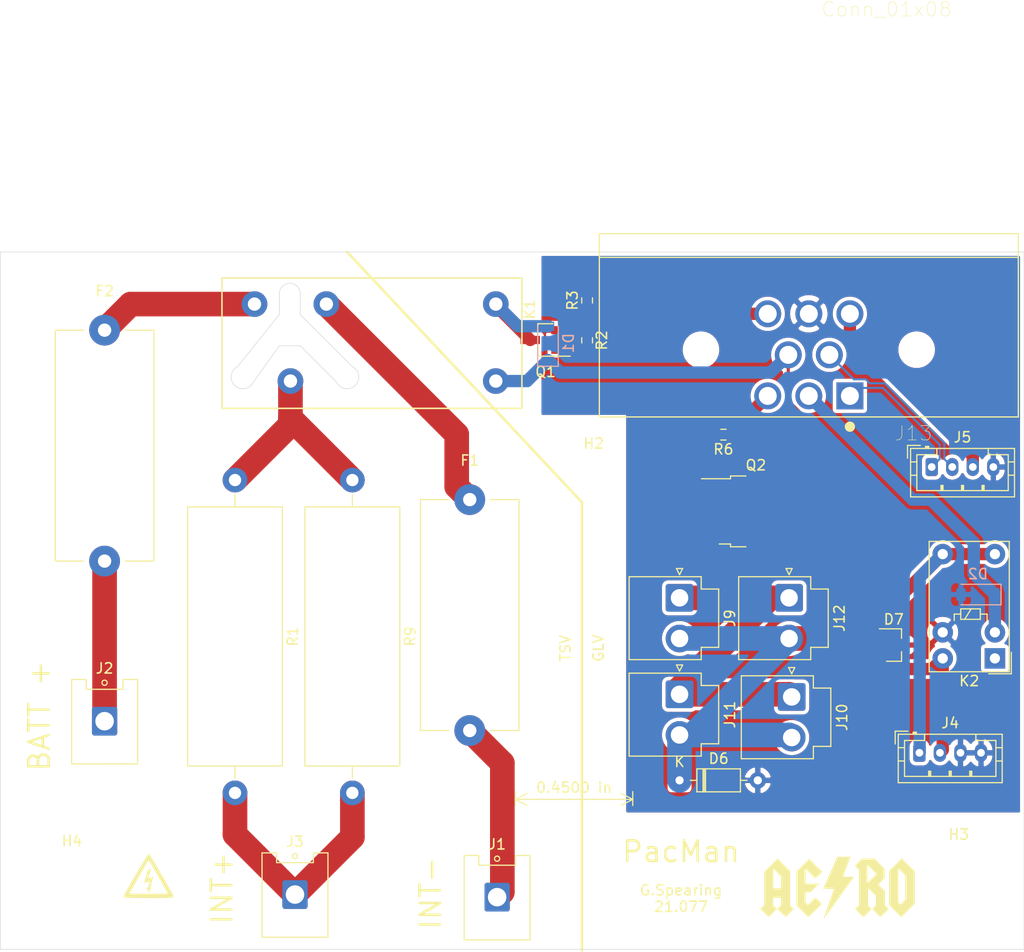
<source format=kicad_pcb>
(kicad_pcb (version 20171130) (host pcbnew 5.1.7-a382d34a8~88~ubuntu18.04.1)

  (general
    (thickness 1.6)
    (drawings 27)
    (tracks 94)
    (zones 0)
    (modules 30)
    (nets 20)
  )

  (page A4)
  (layers
    (0 F.Cu signal)
    (31 B.Cu signal)
    (32 B.Adhes user)
    (33 F.Adhes user)
    (34 B.Paste user)
    (35 F.Paste user)
    (36 B.SilkS user)
    (37 F.SilkS user)
    (38 B.Mask user)
    (39 F.Mask user)
    (40 Dwgs.User user)
    (41 Cmts.User user)
    (42 Eco1.User user)
    (43 Eco2.User user)
    (44 Edge.Cuts user)
    (45 Margin user)
    (46 B.CrtYd user)
    (47 F.CrtYd user)
    (48 B.Fab user hide)
    (49 F.Fab user hide)
  )

  (setup
    (last_trace_width 1.2)
    (user_trace_width 0.254)
    (user_trace_width 0.3)
    (user_trace_width 0.6)
    (user_trace_width 1.2)
    (user_trace_width 2.4)
    (trace_clearance 0.2)
    (zone_clearance 0.36)
    (zone_45_only no)
    (trace_min 0.2)
    (via_size 0.8)
    (via_drill 0.4)
    (via_min_size 0.4)
    (via_min_drill 0.3)
    (uvia_size 0.3)
    (uvia_drill 0.1)
    (uvias_allowed no)
    (uvia_min_size 0.2)
    (uvia_min_drill 0.1)
    (edge_width 0.05)
    (segment_width 0.2)
    (pcb_text_width 0.3)
    (pcb_text_size 1.5 1.5)
    (mod_edge_width 0.12)
    (mod_text_size 1 1)
    (mod_text_width 0.15)
    (pad_size 1.524 1.524)
    (pad_drill 0.762)
    (pad_to_mask_clearance 0)
    (aux_axis_origin 0 0)
    (visible_elements FFFFFF7F)
    (pcbplotparams
      (layerselection 0x010fc_ffffffff)
      (usegerberextensions false)
      (usegerberattributes true)
      (usegerberadvancedattributes true)
      (creategerberjobfile true)
      (excludeedgelayer true)
      (linewidth 0.100000)
      (plotframeref false)
      (viasonmask false)
      (mode 1)
      (useauxorigin false)
      (hpglpennumber 1)
      (hpglpenspeed 20)
      (hpglpendiameter 15.000000)
      (psnegative false)
      (psa4output false)
      (plotreference true)
      (plotvalue true)
      (plotinvisibletext false)
      (padsonsilk false)
      (subtractmaskfromsilk false)
      (outputformat 1)
      (mirror false)
      (drillshape 0)
      (scaleselection 1)
      (outputdirectory "Pacman_Gerber/"))
  )

  (net 0 "")
  (net 1 "Net-(D1-Pad2)")
  (net 2 GND)
  (net 3 /pre/discharge/AIR_B+)
  (net 4 "Net-(F1-Pad1)")
  (net 5 "Net-(F2-Pad1)")
  (net 6 "Net-(K1-Pad5)")
  (net 7 /SHUTDOWN_IN)
  (net 8 /CONTACTOR)
  (net 9 /FAN_OUT)
  (net 10 +12V)
  (net 11 /PRECHARGE)
  (net 12 /CAN-)
  (net 13 /CAN+)
  (net 14 /FAN_CTRL)
  (net 15 "Net-(Q1-Pad1)")
  (net 16 /12_IN)
  (net 17 /pre/discharge/INT-)
  (net 18 /pre/discharge/BATT+)
  (net 19 /pre/discharge/INT+)

  (net_class Default "This is the default net class."
    (clearance 0.2)
    (trace_width 0.25)
    (via_dia 0.8)
    (via_drill 0.4)
    (uvia_dia 0.3)
    (uvia_drill 0.1)
    (add_net +12V)
    (add_net /12_IN)
    (add_net /CAN+)
    (add_net /CAN-)
    (add_net /CONTACTOR)
    (add_net /FAN_CTRL)
    (add_net /FAN_OUT)
    (add_net /PRECHARGE)
    (add_net /SHUTDOWN_IN)
    (add_net /pre/discharge/AIR_B+)
    (add_net /pre/discharge/BATT+)
    (add_net /pre/discharge/INT+)
    (add_net /pre/discharge/INT-)
    (add_net GND)
    (add_net "Net-(D1-Pad2)")
    (add_net "Net-(F1-Pad1)")
    (add_net "Net-(F2-Pad1)")
    (add_net "Net-(K1-Pad5)")
    (add_net "Net-(K2-Pad1)")
    (add_net "Net-(Q1-Pad1)")
  )

  (module AERO_Logo:hv_small (layer F.Cu) (tedit 0) (tstamp 6053D998)
    (at 61.468 139.192)
    (fp_text reference Ref** (at 0 0) (layer F.SilkS) hide
      (effects (font (size 1.27 1.27) (thickness 0.15)))
    )
    (fp_text value Val** (at 0 0) (layer F.SilkS) hide
      (effects (font (size 1.27 1.27) (thickness 0.15)))
    )
    (fp_poly (pts (xy 0.167982 -2.825517) (xy 0.211494 -2.794639) (xy 0.211667 -2.791701) (xy 0.195332 -2.733679)
      (xy 0.151385 -2.617959) (xy 0.087408 -2.463848) (xy 0.041808 -2.359282) (xy -0.028085 -2.195465)
      (xy -0.07962 -2.062238) (xy -0.106324 -1.977107) (xy -0.107356 -1.955912) (xy -0.060298 -1.959454)
      (xy 0.039463 -1.990272) (xy 0.131648 -2.025942) (xy 0.257569 -2.075949) (xy 0.35126 -2.1089)
      (xy 0.383484 -2.116667) (xy 0.38567 -2.078408) (xy 0.368067 -1.973644) (xy 0.333742 -1.817394)
      (xy 0.285763 -1.624674) (xy 0.273567 -1.57845) (xy 0.209691 -1.325249) (xy 0.173591 -1.148387)
      (xy 0.164677 -1.04443) (xy 0.176224 -1.011741) (xy 0.182792 -0.96038) (xy 0.131358 -0.854628)
      (xy 0.087963 -0.787958) (xy 0.012692 -0.681496) (xy -0.041335 -0.610564) (xy -0.058833 -0.592667)
      (xy -0.077302 -0.628993) (xy -0.109081 -0.720373) (xy -0.123319 -0.766407) (xy -0.161187 -0.889072)
      (xy -0.191945 -0.98244) (xy -0.198049 -0.99924) (xy -0.187179 -1.050576) (xy -0.156819 -1.058333)
      (xy -0.105196 -1.100209) (xy -0.046305 -1.22478) (xy -0.004123 -1.350655) (xy 0.039357 -1.496669)
      (xy 0.071007 -1.608416) (xy 0.08455 -1.663662) (xy 0.084667 -1.66519) (xy 0.049084 -1.661937)
      (xy -0.044173 -1.632027) (xy -0.174107 -1.582253) (xy -0.307954 -1.531335) (xy -0.407552 -1.499947)
      (xy -0.450577 -1.494799) (xy -0.445692 -1.539413) (xy -0.420769 -1.651257) (xy -0.379299 -1.816231)
      (xy -0.324774 -2.020233) (xy -0.284902 -2.163831) (xy -0.101532 -2.815167) (xy 0.055067 -2.828306)
      (xy 0.167982 -2.825517)) (layer F.SilkS) (width 0.01))
    (fp_poly (pts (xy 0.026445 -4.291621) (xy 0.085796 -4.248349) (xy 0.120586 -4.197954) (xy 0.191778 -4.083319)
      (xy 0.29463 -3.912662) (xy 0.424396 -3.694199) (xy 0.576336 -3.436145) (xy 0.745704 -3.146718)
      (xy 0.92776 -2.834133) (xy 1.117758 -2.506606) (xy 1.310957 -2.172355) (xy 1.502612 -1.839594)
      (xy 1.687982 -1.516541) (xy 1.862322 -1.211412) (xy 2.02089 -0.932422) (xy 2.158943 -0.687789)
      (xy 2.271737 -0.485728) (xy 2.35453 -0.334455) (xy 2.402578 -0.242188) (xy 2.413 -0.217036)
      (xy 2.385888 -0.156422) (xy 2.346476 -0.108857) (xy 2.324397 -0.094243) (xy 2.285349 -0.081905)
      (xy 2.222671 -0.071655) (xy 2.129699 -0.063307) (xy 1.999773 -0.056672) (xy 1.826229 -0.051562)
      (xy 1.602408 -0.047791) (xy 1.321645 -0.045171) (xy 0.977281 -0.043514) (xy 0.562652 -0.042632)
      (xy 0.071096 -0.042338) (xy -0.016099 -0.042333) (xy -0.537202 -0.042718) (xy -0.979547 -0.043965)
      (xy -1.349043 -0.046211) (xy -1.651595 -0.049594) (xy -1.893112 -0.054251) (xy -2.079499 -0.060321)
      (xy -2.216663 -0.067941) (xy -2.310512 -0.077249) (xy -2.366952 -0.088382) (xy -2.387763 -0.097622)
      (xy -2.442829 -0.177541) (xy -2.448771 -0.238461) (xy -2.423459 -0.29998) (xy -2.360056 -0.424356)
      (xy -2.329889 -0.480211) (xy -1.905 -0.480211) (xy -1.864081 -0.477202) (xy -1.746983 -0.474403)
      (xy -1.562191 -0.471879) (xy -1.318193 -0.469697) (xy -1.023475 -0.467921) (xy -0.686523 -0.466617)
      (xy -0.315826 -0.46585) (xy -0.016985 -0.465667) (xy 1.87103 -0.465667) (xy 1.790024 -0.60325)
      (xy 1.751838 -0.669392) (xy 1.676787 -0.80053) (xy 1.569793 -0.988025) (xy 1.435778 -1.223235)
      (xy 1.279664 -1.497521) (xy 1.106372 -1.802242) (xy 0.920824 -2.128759) (xy 0.848278 -2.256486)
      (xy 0.662525 -2.5814) (xy 0.488948 -2.880844) (xy 0.332067 -3.147327) (xy 0.1964 -3.373361)
      (xy 0.086468 -3.551456) (xy 0.00679 -3.674123) (xy -0.038114 -3.733871) (xy -0.045861 -3.738152)
      (xy -0.072181 -3.696496) (xy -0.134719 -3.590777) (xy -0.228283 -3.430099) (xy -0.347679 -3.223562)
      (xy -0.487712 -2.980269) (xy -0.64319 -2.709319) (xy -0.808918 -2.419816) (xy -0.979703 -2.12086)
      (xy -1.150351 -1.821552) (xy -1.315668 -1.530994) (xy -1.470461 -1.258288) (xy -1.609536 -1.012535)
      (xy -1.727699 -0.802836) (xy -1.819757 -0.638293) (xy -1.880515 -0.528007) (xy -1.904781 -0.48108)
      (xy -1.905 -0.480211) (xy -2.329889 -0.480211) (xy -2.263342 -0.603424) (xy -2.138101 -0.829019)
      (xy -1.989113 -1.092976) (xy -1.82116 -1.387127) (xy -1.639024 -1.703309) (xy -1.447488 -2.033355)
      (xy -1.251332 -2.369099) (xy -1.055339 -2.702376) (xy -0.864291 -3.025021) (xy -0.682968 -3.328868)
      (xy -0.516154 -3.60575) (xy -0.368629 -3.847503) (xy -0.245176 -4.045961) (xy -0.150577 -4.192958)
      (xy -0.089613 -4.280329) (xy -0.069327 -4.301702) (xy 0.026445 -4.291621)) (layer F.SilkS) (width 0.01))
  )

  (module AERO_CUSTOM:AERO_Logo_15x6mm (layer F.Cu) (tedit 0) (tstamp 6053D946)
    (at 128.524 138.176)
    (fp_text reference G*** (at 0 0) (layer F.SilkS) hide
      (effects (font (size 1.524 1.524) (thickness 0.3)))
    )
    (fp_text value LOGO (at 0.75 0) (layer F.SilkS) hide
      (effects (font (size 1.524 1.524) (thickness 0.3)))
    )
    (fp_poly (pts (xy 0.892149 -2.064187) (xy 0.53294 -1.084573) (xy 1.076576 -1.084573) (xy 1.281642 -1.084154)
      (xy 1.425832 -1.082139) (xy 1.518241 -1.077389) (xy 1.567965 -1.068766) (xy 1.5841 -1.055131)
      (xy 1.575739 -1.035346) (xy 1.565711 -1.023347) (xy 1.537708 -0.986527) (xy 1.472995 -0.898463)
      (xy 1.375622 -0.764785) (xy 1.24964 -0.591123) (xy 1.0991 -0.383107) (xy 0.928052 -0.146367)
      (xy 0.740547 0.113466) (xy 0.540636 0.390763) (xy 0.33237 0.679893) (xy 0.1198 0.975227)
      (xy -0.093025 1.271134) (xy -0.302053 1.561985) (xy -0.503233 1.842148) (xy -0.692515 2.105995)
      (xy -0.865847 2.347895) (xy -1.019181 2.562217) (xy -1.148463 2.743333) (xy -1.249645 2.885611)
      (xy -1.318674 2.983422) (xy -1.351501 3.031136) (xy -1.35222 3.032265) (xy -1.349457 3.013674)
      (xy -1.325691 2.935209) (xy -1.282989 2.803056) (xy -1.223417 2.623402) (xy -1.149041 2.402431)
      (xy -1.061928 2.146332) (xy -0.964145 1.861288) (xy -0.871159 1.592142) (xy -0.764276 1.283551)
      (xy -0.664769 0.995885) (xy -0.574915 0.735757) (xy -0.496994 0.509778) (xy -0.433282 0.32456)
      (xy -0.386058 0.186716) (xy -0.357599 0.102858) (xy -0.349862 0.078987) (xy -0.382823 0.075836)
      (xy -0.473606 0.073166) (xy -0.610059 0.071186) (xy -0.780034 0.070108) (xy -0.869786 0.069973)
      (xy -1.389709 0.069973) (xy -0.998949 -0.81343) (xy -0.875406 -1.092997) (xy -0.742067 -1.395195)
      (xy -0.60729 -1.701053) (xy -0.479431 -1.9916) (xy -0.366846 -2.247865) (xy -0.313152 -2.370317)
      (xy -0.018117 -3.043801) (xy 1.251357 -3.043801) (xy 0.892149 -2.064187)) (layer F.SilkS) (width 0.01))
    (fp_poly (pts (xy -5.221339 -2.265012) (xy -4.618182 -1.661116) (xy -4.618182 1.659646) (xy -4.435198 1.844931)
      (xy -4.252214 2.030217) (xy -4.654241 2.432243) (xy -5.056267 2.83427) (xy -5.457346 2.43205)
      (xy -5.858424 2.02983) (xy -5.492838 1.659646) (xy -5.492838 0.944628) (xy -6.262535 0.944628)
      (xy -6.262535 1.659646) (xy -6.079551 1.844931) (xy -5.896567 2.030217) (xy -6.70062 2.83427)
      (xy -7.502776 2.02983) (xy -7.319984 1.844738) (xy -7.13719 1.659646) (xy -7.13719 0.034986)
      (xy -6.262535 0.034986) (xy -5.492838 0.034986) (xy -5.492838 -1.10401) (xy -5.875913 -1.50538)
      (xy -6.258989 -1.906749) (xy -6.260762 -0.935881) (xy -6.262535 0.034986) (xy -7.13719 0.034986)
      (xy -7.13719 -1.557578) (xy -6.480843 -2.213243) (xy -5.824495 -2.868909) (xy -5.221339 -2.265012)) (layer F.SilkS) (width 0.01))
    (fp_poly (pts (xy -2.126864 -2.214321) (xy -1.487961 -1.574717) (xy -1.819235 -1.24206) (xy -2.150508 -0.909403)
      (xy -2.632141 -1.390114) (xy -3.113774 -1.870826) (xy -3.113774 -0.416909) (xy -2.449463 -0.427118)
      (xy -1.785151 -0.437328) (xy -2.212781 -0.008746) (xy -2.64041 0.419835) (xy -3.113774 0.419835)
      (xy -3.113774 1.430874) (xy -2.989067 1.525994) (xy -2.864359 1.621113) (xy -2.507589 1.265558)
      (xy -2.15082 0.910002) (xy -1.835197 1.225625) (xy -1.519575 1.541248) (xy -2.169155 2.187566)
      (xy -2.34366 2.360587) (xy -2.501708 2.516125) (xy -2.636615 2.647697) (xy -2.741696 2.748821)
      (xy -2.810268 2.813012) (xy -2.835454 2.833884) (xy -2.863865 2.810205) (xy -2.934415 2.7438)
      (xy -3.039961 2.641616) (xy -3.173361 2.510602) (xy -3.327474 2.357704) (xy -3.420301 2.264972)
      (xy -3.98843 1.69606) (xy -3.98843 -1.624396) (xy -3.377098 -2.23916) (xy -2.765766 -2.853925)
      (xy -2.126864 -2.214321)) (layer F.SilkS) (width 0.01))
    (fp_poly (pts (xy 4.085094 -2.369879) (xy 4.583195 -1.870887) (xy 4.583195 -0.963505) (xy 3.972357 -0.349823)
      (xy 4.295269 -0.025563) (xy 4.618182 0.298698) (xy 4.618182 1.659646) (xy 4.801166 1.844931)
      (xy 4.984149 2.030217) (xy 4.180096 2.83427) (xy 3.395312 2.046694) (xy 3.567904 1.85427)
      (xy 3.740497 1.661846) (xy 3.742011 1.206428) (xy 3.743526 0.751011) (xy 3.358678 0.367356)
      (xy 2.973829 -0.0163) (xy 2.973829 1.699463) (xy 3.149146 1.872144) (xy 3.324464 2.044825)
      (xy 2.931053 2.439355) (xy 2.796179 2.57326) (xy 2.678343 2.687693) (xy 2.586396 2.774262)
      (xy 2.529184 2.824577) (xy 2.515023 2.833884) (xy 2.484378 2.809858) (xy 2.414426 2.743504)
      (xy 2.313856 2.643412) (xy 2.191358 2.518171) (xy 2.10951 2.433024) (xy 1.726618 2.032164)
      (xy 1.912896 1.8482) (xy 2.099173 1.664236) (xy 2.099173 -0.472657) (xy 2.903857 -0.472657)
      (xy 3.349759 -0.91856) (xy 3.795662 -1.364463) (xy 2.903857 -2.256268) (xy 2.903857 -0.472657)
      (xy 2.099173 -0.472657) (xy 2.099173 -1.764775) (xy 1.898879 -1.967182) (xy 1.698585 -2.169588)
      (xy 2.046914 -2.519229) (xy 2.395244 -2.86887) (xy 3.586993 -2.86887) (xy 4.085094 -2.369879)) (layer F.SilkS) (width 0.01))
    (fp_poly (pts (xy 6.892292 -2.256606) (xy 7.522038 -1.627588) (xy 7.522038 1.522592) (xy 6.209332 2.833934)
      (xy 5.038016 1.661096) (xy 5.038016 1.378625) (xy 5.912672 1.378625) (xy 6.024987 1.494504)
      (xy 6.137301 1.610384) (xy 6.374849 1.374656) (xy 6.612397 1.138929) (xy 6.612397 -1.208337)
      (xy 6.262534 -1.556887) (xy 5.912672 -1.905436) (xy 5.912672 1.378625) (xy 5.038016 1.378625)
      (xy 5.038016 -1.662595) (xy 5.650281 -2.27411) (xy 6.262545 -2.885624) (xy 6.892292 -2.256606)) (layer F.SilkS) (width 0.01))
  )

  (module AERO_CUSTOM:G2RL (layer F.Cu) (tedit 5DD0CD17) (tstamp 6008818D)
    (at 82.55 85.09 180)
    (path /5FA4E758/5FA581F7)
    (fp_text reference K1 (at -16.002 3.302 90) (layer F.SilkS)
      (effects (font (size 1 1) (thickness 0.15)))
    )
    (fp_text value G2RL (at -1.27 -3.81) (layer F.Fab)
      (effects (font (size 1 1) (thickness 0.15)))
    )
    (fp_line (start -15.24 -6.35) (end 13.97 -6.35) (layer F.SilkS) (width 0.15))
    (fp_line (start 13.97 -6.35) (end 13.97 6.35) (layer F.SilkS) (width 0.15))
    (fp_line (start 13.97 6.35) (end -15.24 6.35) (layer F.SilkS) (width 0.15))
    (fp_line (start -15.24 6.35) (end -15.24 -6.35) (layer F.SilkS) (width 0.15))
    (pad 1 thru_hole circle (at 3.8 3.81 180) (size 2.5 2.5) (drill 1.3) (layers *.Cu *.Mask)
      (net 4 "Net-(F1-Pad1)"))
    (pad 5 thru_hole circle (at 7.3 -3.69 180) (size 2.5 2.5) (drill 1.3) (layers *.Cu *.Mask)
      (net 6 "Net-(K1-Pad5)"))
    (pad 10 thru_hole circle (at 10.8 3.81 180) (size 2.5 2.5) (drill 1.3) (layers *.Cu *.Mask)
      (net 5 "Net-(F2-Pad1)"))
    (pad 2 thru_hole circle (at -12.7 -3.69 180) (size 2.5 2.5) (drill 1.3) (layers *.Cu *.Mask)
      (net 7 /SHUTDOWN_IN))
    (pad 9 thru_hole circle (at -12.7 3.81 180) (size 2.5 2.5) (drill 1.3) (layers *.Cu *.Mask)
      (net 1 "Net-(D1-Pad2)"))
    (model ${AERO_3D}/G2RL.STEP
      (offset (xyz -0.635 0 0))
      (scale (xyz 1 1 1))
      (rotate (xyz -90 0 0))
    )
  )

  (module Package_TO_SOT_SMD:TO-252-3_TabPin2 (layer F.Cu) (tedit 5A70F30B) (tstamp 602FADB1)
    (at 120.575 101.475)
    (descr "TO-252 / DPAK SMD package, http://www.infineon.com/cms/en/product/packages/PG-TO252/PG-TO252-3-1/")
    (tags "DPAK TO-252 DPAK-3 TO-252-3 SOT-428")
    (path /603D783A)
    (attr smd)
    (fp_text reference Q2 (at 0 -4.5) (layer F.SilkS)
      (effects (font (size 1 1) (thickness 0.15)))
    )
    (fp_text value Q_NMOS_GDS (at 0 4.5) (layer F.Fab)
      (effects (font (size 1 1) (thickness 0.15)))
    )
    (fp_line (start 3.95 -2.7) (end 4.95 -2.7) (layer F.Fab) (width 0.1))
    (fp_line (start 4.95 -2.7) (end 4.95 2.7) (layer F.Fab) (width 0.1))
    (fp_line (start 4.95 2.7) (end 3.95 2.7) (layer F.Fab) (width 0.1))
    (fp_line (start 3.95 -3.25) (end 3.95 3.25) (layer F.Fab) (width 0.1))
    (fp_line (start 3.95 3.25) (end -2.27 3.25) (layer F.Fab) (width 0.1))
    (fp_line (start -2.27 3.25) (end -2.27 -2.25) (layer F.Fab) (width 0.1))
    (fp_line (start -2.27 -2.25) (end -1.27 -3.25) (layer F.Fab) (width 0.1))
    (fp_line (start -1.27 -3.25) (end 3.95 -3.25) (layer F.Fab) (width 0.1))
    (fp_line (start -1.865 -2.655) (end -4.97 -2.655) (layer F.Fab) (width 0.1))
    (fp_line (start -4.97 -2.655) (end -4.97 -1.905) (layer F.Fab) (width 0.1))
    (fp_line (start -4.97 -1.905) (end -2.27 -1.905) (layer F.Fab) (width 0.1))
    (fp_line (start -2.27 -0.375) (end -4.97 -0.375) (layer F.Fab) (width 0.1))
    (fp_line (start -4.97 -0.375) (end -4.97 0.375) (layer F.Fab) (width 0.1))
    (fp_line (start -4.97 0.375) (end -2.27 0.375) (layer F.Fab) (width 0.1))
    (fp_line (start -2.27 1.905) (end -4.97 1.905) (layer F.Fab) (width 0.1))
    (fp_line (start -4.97 1.905) (end -4.97 2.655) (layer F.Fab) (width 0.1))
    (fp_line (start -4.97 2.655) (end -2.27 2.655) (layer F.Fab) (width 0.1))
    (fp_line (start -0.97 -3.45) (end -2.47 -3.45) (layer F.SilkS) (width 0.12))
    (fp_line (start -2.47 -3.45) (end -2.47 -3.18) (layer F.SilkS) (width 0.12))
    (fp_line (start -2.47 -3.18) (end -5.3 -3.18) (layer F.SilkS) (width 0.12))
    (fp_line (start -0.97 3.45) (end -2.47 3.45) (layer F.SilkS) (width 0.12))
    (fp_line (start -2.47 3.45) (end -2.47 3.18) (layer F.SilkS) (width 0.12))
    (fp_line (start -2.47 3.18) (end -3.57 3.18) (layer F.SilkS) (width 0.12))
    (fp_line (start -5.55 -3.5) (end -5.55 3.5) (layer F.CrtYd) (width 0.05))
    (fp_line (start -5.55 3.5) (end 5.55 3.5) (layer F.CrtYd) (width 0.05))
    (fp_line (start 5.55 3.5) (end 5.55 -3.5) (layer F.CrtYd) (width 0.05))
    (fp_line (start 5.55 -3.5) (end -5.55 -3.5) (layer F.CrtYd) (width 0.05))
    (fp_text user %R (at 0 0) (layer F.Fab)
      (effects (font (size 1 1) (thickness 0.15)))
    )
    (pad "" smd rect (at 0.425 1.525) (size 3.05 2.75) (layers F.Paste))
    (pad "" smd rect (at 3.775 -1.525) (size 3.05 2.75) (layers F.Paste))
    (pad "" smd rect (at 0.425 -1.525) (size 3.05 2.75) (layers F.Paste))
    (pad "" smd rect (at 3.775 1.525) (size 3.05 2.75) (layers F.Paste))
    (pad 2 smd rect (at 2.1 0) (size 6.4 5.8) (layers F.Cu F.Mask)
      (net 9 /FAN_OUT))
    (pad 3 smd rect (at -4.2 2.28) (size 2.2 1.2) (layers F.Cu F.Paste F.Mask)
      (net 2 GND))
    (pad 2 smd rect (at -4.2 0) (size 2.2 1.2) (layers F.Cu F.Paste F.Mask)
      (net 9 /FAN_OUT))
    (pad 1 smd rect (at -4.2 -2.28) (size 2.2 1.2) (layers F.Cu F.Paste F.Mask)
      (net 14 /FAN_CTRL))
    (model ${KISYS3DMOD}/Package_TO_SOT_SMD.3dshapes/TO-252-3_TabPin2.wrl
      (at (xyz 0 0 0))
      (scale (xyz 1 1 1))
      (rotate (xyz 0 0 0))
    )
  )

  (module Connector_JST:JST_PH_B4B-PH-K_1x04_P2.00mm_Vertical (layer F.Cu) (tedit 5B7745C2) (tstamp 602F9CEF)
    (at 137.7 97.155)
    (descr "JST PH series connector, B4B-PH-K (http://www.jst-mfg.com/product/pdf/eng/ePH.pdf), generated with kicad-footprint-generator")
    (tags "connector JST PH side entry")
    (path /603CB967)
    (fp_text reference J5 (at 3 -2.9) (layer F.SilkS)
      (effects (font (size 1 1) (thickness 0.15)))
    )
    (fp_text value Conn_01x04 (at 3 4) (layer F.Fab)
      (effects (font (size 1 1) (thickness 0.15)))
    )
    (fp_line (start -2.06 -1.81) (end -2.06 2.91) (layer F.SilkS) (width 0.12))
    (fp_line (start -2.06 2.91) (end 8.06 2.91) (layer F.SilkS) (width 0.12))
    (fp_line (start 8.06 2.91) (end 8.06 -1.81) (layer F.SilkS) (width 0.12))
    (fp_line (start 8.06 -1.81) (end -2.06 -1.81) (layer F.SilkS) (width 0.12))
    (fp_line (start -0.3 -1.81) (end -0.3 -2.01) (layer F.SilkS) (width 0.12))
    (fp_line (start -0.3 -2.01) (end -0.6 -2.01) (layer F.SilkS) (width 0.12))
    (fp_line (start -0.6 -2.01) (end -0.6 -1.81) (layer F.SilkS) (width 0.12))
    (fp_line (start -0.3 -1.91) (end -0.6 -1.91) (layer F.SilkS) (width 0.12))
    (fp_line (start 0.5 -1.81) (end 0.5 -1.2) (layer F.SilkS) (width 0.12))
    (fp_line (start 0.5 -1.2) (end -1.45 -1.2) (layer F.SilkS) (width 0.12))
    (fp_line (start -1.45 -1.2) (end -1.45 2.3) (layer F.SilkS) (width 0.12))
    (fp_line (start -1.45 2.3) (end 7.45 2.3) (layer F.SilkS) (width 0.12))
    (fp_line (start 7.45 2.3) (end 7.45 -1.2) (layer F.SilkS) (width 0.12))
    (fp_line (start 7.45 -1.2) (end 5.5 -1.2) (layer F.SilkS) (width 0.12))
    (fp_line (start 5.5 -1.2) (end 5.5 -1.81) (layer F.SilkS) (width 0.12))
    (fp_line (start -2.06 -0.5) (end -1.45 -0.5) (layer F.SilkS) (width 0.12))
    (fp_line (start -2.06 0.8) (end -1.45 0.8) (layer F.SilkS) (width 0.12))
    (fp_line (start 8.06 -0.5) (end 7.45 -0.5) (layer F.SilkS) (width 0.12))
    (fp_line (start 8.06 0.8) (end 7.45 0.8) (layer F.SilkS) (width 0.12))
    (fp_line (start 0.9 2.3) (end 0.9 1.8) (layer F.SilkS) (width 0.12))
    (fp_line (start 0.9 1.8) (end 1.1 1.8) (layer F.SilkS) (width 0.12))
    (fp_line (start 1.1 1.8) (end 1.1 2.3) (layer F.SilkS) (width 0.12))
    (fp_line (start 1 2.3) (end 1 1.8) (layer F.SilkS) (width 0.12))
    (fp_line (start 2.9 2.3) (end 2.9 1.8) (layer F.SilkS) (width 0.12))
    (fp_line (start 2.9 1.8) (end 3.1 1.8) (layer F.SilkS) (width 0.12))
    (fp_line (start 3.1 1.8) (end 3.1 2.3) (layer F.SilkS) (width 0.12))
    (fp_line (start 3 2.3) (end 3 1.8) (layer F.SilkS) (width 0.12))
    (fp_line (start 4.9 2.3) (end 4.9 1.8) (layer F.SilkS) (width 0.12))
    (fp_line (start 4.9 1.8) (end 5.1 1.8) (layer F.SilkS) (width 0.12))
    (fp_line (start 5.1 1.8) (end 5.1 2.3) (layer F.SilkS) (width 0.12))
    (fp_line (start 5 2.3) (end 5 1.8) (layer F.SilkS) (width 0.12))
    (fp_line (start -1.11 -2.11) (end -2.36 -2.11) (layer F.SilkS) (width 0.12))
    (fp_line (start -2.36 -2.11) (end -2.36 -0.86) (layer F.SilkS) (width 0.12))
    (fp_line (start -1.11 -2.11) (end -2.36 -2.11) (layer F.Fab) (width 0.1))
    (fp_line (start -2.36 -2.11) (end -2.36 -0.86) (layer F.Fab) (width 0.1))
    (fp_line (start -1.95 -1.7) (end -1.95 2.8) (layer F.Fab) (width 0.1))
    (fp_line (start -1.95 2.8) (end 7.95 2.8) (layer F.Fab) (width 0.1))
    (fp_line (start 7.95 2.8) (end 7.95 -1.7) (layer F.Fab) (width 0.1))
    (fp_line (start 7.95 -1.7) (end -1.95 -1.7) (layer F.Fab) (width 0.1))
    (fp_line (start -2.45 -2.2) (end -2.45 3.3) (layer F.CrtYd) (width 0.05))
    (fp_line (start -2.45 3.3) (end 8.45 3.3) (layer F.CrtYd) (width 0.05))
    (fp_line (start 8.45 3.3) (end 8.45 -2.2) (layer F.CrtYd) (width 0.05))
    (fp_line (start 8.45 -2.2) (end -2.45 -2.2) (layer F.CrtYd) (width 0.05))
    (fp_text user %R (at 3 1.5) (layer F.Fab)
      (effects (font (size 1 1) (thickness 0.15)))
    )
    (pad 4 thru_hole oval (at 6 0) (size 1.2 1.75) (drill 0.75) (layers *.Cu *.Mask)
      (net 2 GND))
    (pad 3 thru_hole oval (at 4 0) (size 1.2 1.75) (drill 0.75) (layers *.Cu *.Mask)
      (net 10 +12V))
    (pad 2 thru_hole oval (at 2 0) (size 1.2 1.75) (drill 0.75) (layers *.Cu *.Mask)
      (net 12 /CAN-))
    (pad 1 thru_hole roundrect (at 0 0) (size 1.2 1.75) (drill 0.75) (layers *.Cu *.Mask) (roundrect_rratio 0.2083325)
      (net 13 /CAN+))
    (model ${KISYS3DMOD}/Connector_JST.3dshapes/JST_PH_B4B-PH-K_1x04_P2.00mm_Vertical.wrl
      (at (xyz 0 0 0))
      (scale (xyz 1 1 1))
      (rotate (xyz 0 0 0))
    )
  )

  (module Resistor_THT:R_Axial_Power_L25.0mm_W9.0mm_P30.48mm (layer F.Cu) (tedit 5AE5139B) (tstamp 600958FE)
    (at 81.28 98.425 270)
    (descr "Resistor, Axial_Power series, Box, pin pitch=30.48mm, 7W, length*width*height=25*9*9mm^3, http://cdn-reichelt.de/documents/datenblatt/B400/5WAXIAL_9WAXIAL_11WAXIAL_17WAXIAL%23YAG.pdf")
    (tags "Resistor Axial_Power series Box pin pitch 30.48mm 7W length 25mm width 9mm height 9mm")
    (path /5FA4E758/60109A97)
    (fp_text reference R9 (at 15.24 -5.62 90) (layer F.SilkS)
      (effects (font (size 1 1) (thickness 0.15)))
    )
    (fp_text value R (at 15.24 5.62 90) (layer F.Fab)
      (effects (font (size 1 1) (thickness 0.15)))
    )
    (fp_line (start 31.94 -4.75) (end -1.45 -4.75) (layer F.CrtYd) (width 0.05))
    (fp_line (start 31.94 4.75) (end 31.94 -4.75) (layer F.CrtYd) (width 0.05))
    (fp_line (start -1.45 4.75) (end 31.94 4.75) (layer F.CrtYd) (width 0.05))
    (fp_line (start -1.45 -4.75) (end -1.45 4.75) (layer F.CrtYd) (width 0.05))
    (fp_line (start 29.04 0) (end 27.86 0) (layer F.SilkS) (width 0.12))
    (fp_line (start 1.44 0) (end 2.62 0) (layer F.SilkS) (width 0.12))
    (fp_line (start 27.86 -4.62) (end 2.62 -4.62) (layer F.SilkS) (width 0.12))
    (fp_line (start 27.86 4.62) (end 27.86 -4.62) (layer F.SilkS) (width 0.12))
    (fp_line (start 2.62 4.62) (end 27.86 4.62) (layer F.SilkS) (width 0.12))
    (fp_line (start 2.62 -4.62) (end 2.62 4.62) (layer F.SilkS) (width 0.12))
    (fp_line (start 30.48 0) (end 27.74 0) (layer F.Fab) (width 0.1))
    (fp_line (start 0 0) (end 2.74 0) (layer F.Fab) (width 0.1))
    (fp_line (start 27.74 -4.5) (end 2.74 -4.5) (layer F.Fab) (width 0.1))
    (fp_line (start 27.74 4.5) (end 27.74 -4.5) (layer F.Fab) (width 0.1))
    (fp_line (start 2.74 4.5) (end 27.74 4.5) (layer F.Fab) (width 0.1))
    (fp_line (start 2.74 -4.5) (end 2.74 4.5) (layer F.Fab) (width 0.1))
    (fp_text user %R (at 15.24 0 90) (layer F.Fab)
      (effects (font (size 1 1) (thickness 0.15)))
    )
    (pad 2 thru_hole oval (at 30.48 0 270) (size 2.4 2.4) (drill 1.2) (layers *.Cu *.Mask)
      (net 19 /pre/discharge/INT+))
    (pad 1 thru_hole circle (at 0 0 270) (size 2.4 2.4) (drill 1.2) (layers *.Cu *.Mask)
      (net 6 "Net-(K1-Pad5)"))
    (model ${KISYS3DMOD}/Resistor_THT.3dshapes/R_Axial_Power_L25.0mm_W9.0mm_P30.48mm.wrl
      (at (xyz 0 0 0))
      (scale (xyz 1 1 1))
      (rotate (xyz 0 0 0))
    )
  )

  (module Resistor_THT:R_Axial_Power_L25.0mm_W9.0mm_P30.48mm (layer F.Cu) (tedit 5AE5139B) (tstamp 600881D6)
    (at 69.85 98.425 270)
    (descr "Resistor, Axial_Power series, Box, pin pitch=30.48mm, 7W, length*width*height=25*9*9mm^3, http://cdn-reichelt.de/documents/datenblatt/B400/5WAXIAL_9WAXIAL_11WAXIAL_17WAXIAL%23YAG.pdf")
    (tags "Resistor Axial_Power series Box pin pitch 30.48mm 7W length 25mm width 9mm height 9mm")
    (path /5FA4E758/5FA581F1)
    (fp_text reference R1 (at 15.24 -5.62 90) (layer F.SilkS)
      (effects (font (size 1 1) (thickness 0.15)))
    )
    (fp_text value R (at 15.24 5.62 90) (layer F.Fab)
      (effects (font (size 1 1) (thickness 0.15)))
    )
    (fp_line (start 31.94 -4.75) (end -1.45 -4.75) (layer F.CrtYd) (width 0.05))
    (fp_line (start 31.94 4.75) (end 31.94 -4.75) (layer F.CrtYd) (width 0.05))
    (fp_line (start -1.45 4.75) (end 31.94 4.75) (layer F.CrtYd) (width 0.05))
    (fp_line (start -1.45 -4.75) (end -1.45 4.75) (layer F.CrtYd) (width 0.05))
    (fp_line (start 29.04 0) (end 27.86 0) (layer F.SilkS) (width 0.12))
    (fp_line (start 1.44 0) (end 2.62 0) (layer F.SilkS) (width 0.12))
    (fp_line (start 27.86 -4.62) (end 2.62 -4.62) (layer F.SilkS) (width 0.12))
    (fp_line (start 27.86 4.62) (end 27.86 -4.62) (layer F.SilkS) (width 0.12))
    (fp_line (start 2.62 4.62) (end 27.86 4.62) (layer F.SilkS) (width 0.12))
    (fp_line (start 2.62 -4.62) (end 2.62 4.62) (layer F.SilkS) (width 0.12))
    (fp_line (start 30.48 0) (end 27.74 0) (layer F.Fab) (width 0.1))
    (fp_line (start 0 0) (end 2.74 0) (layer F.Fab) (width 0.1))
    (fp_line (start 27.74 -4.5) (end 2.74 -4.5) (layer F.Fab) (width 0.1))
    (fp_line (start 27.74 4.5) (end 27.74 -4.5) (layer F.Fab) (width 0.1))
    (fp_line (start 2.74 4.5) (end 27.74 4.5) (layer F.Fab) (width 0.1))
    (fp_line (start 2.74 -4.5) (end 2.74 4.5) (layer F.Fab) (width 0.1))
    (fp_text user %R (at 15.24 0 90) (layer F.Fab)
      (effects (font (size 1 1) (thickness 0.15)))
    )
    (pad 2 thru_hole oval (at 30.48 0 270) (size 2.4 2.4) (drill 1.2) (layers *.Cu *.Mask)
      (net 19 /pre/discharge/INT+))
    (pad 1 thru_hole circle (at 0 0 270) (size 2.4 2.4) (drill 1.2) (layers *.Cu *.Mask)
      (net 6 "Net-(K1-Pad5)"))
    (model ${KISYS3DMOD}/Resistor_THT.3dshapes/R_Axial_Power_L25.0mm_W9.0mm_P30.48mm.wrl
      (at (xyz 0 0 0))
      (scale (xyz 1 1 1))
      (rotate (xyz 0 0 0))
    )
  )

  (module AERO_CUSTOM:TE_1-776280-1_8pin_Horizontal (layer F.Cu) (tedit 5CA514DC) (tstamp 6009C887)
    (at 125.73 85.725 180)
    (path /600CA0BB)
    (fp_text reference J13 (at -10.1999 -8.14372 180) (layer F.SilkS)
      (effects (font (size 1.40081 1.40081) (thickness 0.05)))
    )
    (fp_text value Conn_01x08 (at -7.56757 33.1663 180) (layer F.SilkS)
      (effects (font (size 1.40234 1.40234) (thickness 0.05)))
    )
    (fp_line (start -20.4 -6.55) (end 20.4 -6.55) (layer F.SilkS) (width 0.127))
    (fp_line (start 20.4 -6.55) (end 20.4 9) (layer F.SilkS) (width 0.127))
    (fp_line (start 20.4 9) (end 20.4 11.3) (layer F.SilkS) (width 0.127))
    (fp_line (start 20.4 11.3) (end 11.7 11.3) (layer F.SilkS) (width 0.127))
    (fp_line (start 11.7 11.3) (end -20.4 11.3) (layer F.SilkS) (width 0.127))
    (fp_line (start -20.4 11.3) (end -20.4 9) (layer F.SilkS) (width 0.127))
    (fp_line (start -20.4 9) (end -20.4 -6.55) (layer F.SilkS) (width 0.127))
    (fp_line (start 20.4 9) (end -20.4 9) (layer F.SilkS) (width 0.127))
    (fp_line (start -20.4 -6.55) (end 20.4 -6.55) (layer Eco2.User) (width 0.127))
    (fp_line (start 20.4 -6.55) (end 20.4 9) (layer Eco2.User) (width 0.127))
    (fp_line (start 20.4 9) (end 20.4 11.3) (layer Eco2.User) (width 0.127))
    (fp_line (start 20.4 11.3) (end 11.7 11.3) (layer Eco2.User) (width 0.127))
    (fp_line (start 11.7 11.3) (end -11.7 11.3) (layer Eco2.User) (width 0.127))
    (fp_line (start -11.7 11.3) (end -20.4 11.3) (layer Eco2.User) (width 0.127))
    (fp_line (start -20.4 11.3) (end -20.4 9) (layer Eco2.User) (width 0.127))
    (fp_line (start -20.4 9) (end -20.4 -6.55) (layer Eco2.User) (width 0.127))
    (fp_line (start 20.4 9) (end -20.4 9) (layer Eco2.User) (width 0.127))
    (fp_line (start -11.7 11.3) (end -11.7 31.35) (layer Eco2.User) (width 0.127))
    (fp_line (start -11.7 31.35) (end 11.7 31.35) (layer Eco2.User) (width 0.127))
    (fp_line (start 11.7 31.35) (end 11.7 11.3) (layer Eco2.User) (width 0.127))
    (fp_line (start -11.95 31.6) (end 11.95 31.6) (layer Eco1.User) (width 0.05))
    (fp_line (start 11.95 31.6) (end 11.95 11.55) (layer Eco1.User) (width 0.05))
    (fp_line (start 11.95 11.55) (end 20.75 11.55) (layer Eco1.User) (width 0.05))
    (fp_line (start 20.75 11.55) (end 20.75 -6.8) (layer Eco1.User) (width 0.05))
    (fp_line (start 20.75 -6.8) (end -20.75 -6.8) (layer Eco1.User) (width 0.05))
    (fp_line (start -20.75 -6.8) (end -20.75 11.55) (layer Eco1.User) (width 0.05))
    (fp_line (start -20.75 11.55) (end -11.95 11.55) (layer Eco1.User) (width 0.05))
    (fp_line (start -11.95 11.55) (end -11.95 31.6) (layer Eco1.User) (width 0.05))
    (fp_circle (center -4 -7.5) (end -3.75 -7.5) (layer F.SilkS) (width 0.5))
    (fp_text user PCB~EDGE (at -4.0032 8.5068 180) (layer F.Fab)
      (effects (font (size 1 1) (thickness 0.05)))
    )
    (pad 1 thru_hole rect (at -4 -4.5 180) (size 2.625 2.625) (drill 1.75) (layers *.Cu *.Mask)
      (net 13 /CAN+))
    (pad 2 thru_hole circle (at 0 -4.5 180) (size 2.625 2.625) (drill 1.75) (layers *.Cu *.Mask)
      (net 8 /CONTACTOR))
    (pad 3 thru_hole circle (at 4 -4.5 180) (size 2.625 2.625) (drill 1.75) (layers *.Cu *.Mask)
      (net 14 /FAN_CTRL))
    (pad 4 thru_hole circle (at -2 -0.5 180) (size 2.625 2.625) (drill 1.75) (layers *.Cu *.Mask)
      (net 12 /CAN-))
    (pad 5 thru_hole circle (at 2 -0.5 180) (size 2.625 2.625) (drill 1.75) (layers *.Cu *.Mask)
      (net 7 /SHUTDOWN_IN))
    (pad 6 thru_hole circle (at -4 3.5 180) (size 2.625 2.625) (drill 1.75) (layers *.Cu *.Mask)
      (net 10 +12V))
    (pad 7 thru_hole circle (at 0 3.5 180) (size 2.625 2.625) (drill 1.75) (layers *.Cu *.Mask)
      (net 2 GND))
    (pad 8 thru_hole circle (at 4 3.5 180) (size 2.625 2.625) (drill 1.75) (layers *.Cu *.Mask)
      (net 11 /PRECHARGE))
    (pad Hole np_thru_hole circle (at -10.5 0 180) (size 2.85 2.85) (drill 2.85) (layers *.Cu *.Mask F.SilkS))
    (pad Hole np_thru_hole circle (at 10.5 0 180) (size 2.85 2.85) (drill 2.85) (layers *.Cu *.Mask F.SilkS))
    (model ${AERO_3D}/c-1-776280-1-h-3d.stp
      (offset (xyz 0 -31.24199953079223 11.42999982833862))
      (scale (xyz 1 1 1))
      (rotate (xyz -90 0 0))
    )
  )

  (module Package_TO_SOT_SMD:SOT-23_Handsoldering (layer F.Cu) (tedit 5A0AB76C) (tstamp 6008ABF2)
    (at 100.1 84.775 180)
    (descr "SOT-23, Handsoldering")
    (tags SOT-23)
    (path /5FA4E758/5FA7B6ED)
    (attr smd)
    (fp_text reference Q1 (at 0 -3.109) (layer F.SilkS)
      (effects (font (size 1 1) (thickness 0.15)))
    )
    (fp_text value MMBT2222A (at 0 2.5) (layer F.Fab)
      (effects (font (size 1 1) (thickness 0.15)))
    )
    (fp_line (start 0.76 1.58) (end -0.7 1.58) (layer F.SilkS) (width 0.12))
    (fp_line (start -0.7 1.52) (end 0.7 1.52) (layer F.Fab) (width 0.1))
    (fp_line (start 0.7 -1.52) (end 0.7 1.52) (layer F.Fab) (width 0.1))
    (fp_line (start -0.7 -0.95) (end -0.15 -1.52) (layer F.Fab) (width 0.1))
    (fp_line (start -0.15 -1.52) (end 0.7 -1.52) (layer F.Fab) (width 0.1))
    (fp_line (start -0.7 -0.95) (end -0.7 1.5) (layer F.Fab) (width 0.1))
    (fp_line (start 0.76 -1.58) (end -2.4 -1.58) (layer F.SilkS) (width 0.12))
    (fp_line (start -2.7 1.75) (end -2.7 -1.75) (layer F.CrtYd) (width 0.05))
    (fp_line (start 2.7 1.75) (end -2.7 1.75) (layer F.CrtYd) (width 0.05))
    (fp_line (start 2.7 -1.75) (end 2.7 1.75) (layer F.CrtYd) (width 0.05))
    (fp_line (start -2.7 -1.75) (end 2.7 -1.75) (layer F.CrtYd) (width 0.05))
    (fp_line (start 0.76 -1.58) (end 0.76 -0.65) (layer F.SilkS) (width 0.12))
    (fp_line (start 0.76 1.58) (end 0.76 0.65) (layer F.SilkS) (width 0.12))
    (fp_text user %R (at 0 0 90) (layer F.Fab)
      (effects (font (size 0.5 0.5) (thickness 0.075)))
    )
    (pad 3 smd rect (at 1.5 0 180) (size 1.9 0.8) (layers F.Cu F.Paste F.Mask)
      (net 1 "Net-(D1-Pad2)"))
    (pad 2 smd rect (at -1.5 0.95 180) (size 1.9 0.8) (layers F.Cu F.Paste F.Mask)
      (net 2 GND))
    (pad 1 smd rect (at -1.5 -0.95 180) (size 1.9 0.8) (layers F.Cu F.Paste F.Mask)
      (net 15 "Net-(Q1-Pad1)"))
    (model ${KISYS3DMOD}/Package_TO_SOT_SMD.3dshapes/SOT-23.wrl
      (at (xyz 0 0 0))
      (scale (xyz 1 1 1))
      (rotate (xyz 0 0 0))
    )
  )

  (module Resistor_SMD:R_0603_1608Metric_Pad0.98x0.95mm_HandSolder (layer F.Cu) (tedit 5F68FEEE) (tstamp 6009CAD8)
    (at 117.4125 94 180)
    (descr "Resistor SMD 0603 (1608 Metric), square (rectangular) end terminal, IPC_7351 nominal with elongated pad for handsoldering. (Body size source: IPC-SM-782 page 72, https://www.pcb-3d.com/wordpress/wp-content/uploads/ipc-sm-782a_amendment_1_and_2.pdf), generated with kicad-footprint-generator")
    (tags "resistor handsolder")
    (path /6010A9B8)
    (attr smd)
    (fp_text reference R6 (at 0 -1.43 180) (layer F.SilkS)
      (effects (font (size 1 1) (thickness 0.15)))
    )
    (fp_text value 10k (at 0 1.43 180) (layer F.Fab)
      (effects (font (size 1 1) (thickness 0.15)))
    )
    (fp_line (start -0.8 0.4125) (end -0.8 -0.4125) (layer F.Fab) (width 0.1))
    (fp_line (start -0.8 -0.4125) (end 0.8 -0.4125) (layer F.Fab) (width 0.1))
    (fp_line (start 0.8 -0.4125) (end 0.8 0.4125) (layer F.Fab) (width 0.1))
    (fp_line (start 0.8 0.4125) (end -0.8 0.4125) (layer F.Fab) (width 0.1))
    (fp_line (start -0.254724 -0.5225) (end 0.254724 -0.5225) (layer F.SilkS) (width 0.12))
    (fp_line (start -0.254724 0.5225) (end 0.254724 0.5225) (layer F.SilkS) (width 0.12))
    (fp_line (start -1.65 0.73) (end -1.65 -0.73) (layer F.CrtYd) (width 0.05))
    (fp_line (start -1.65 -0.73) (end 1.65 -0.73) (layer F.CrtYd) (width 0.05))
    (fp_line (start 1.65 -0.73) (end 1.65 0.73) (layer F.CrtYd) (width 0.05))
    (fp_line (start 1.65 0.73) (end -1.65 0.73) (layer F.CrtYd) (width 0.05))
    (fp_text user %R (at 0 0 180) (layer F.Fab)
      (effects (font (size 0.4 0.4) (thickness 0.06)))
    )
    (pad 2 smd roundrect (at 0.9125 0 180) (size 0.975 0.95) (layers F.Cu F.Paste F.Mask) (roundrect_rratio 0.25)
      (net 2 GND))
    (pad 1 smd roundrect (at -0.9125 0 180) (size 0.975 0.95) (layers F.Cu F.Paste F.Mask) (roundrect_rratio 0.25)
      (net 14 /FAN_CTRL))
    (model ${KISYS3DMOD}/Resistor_SMD.3dshapes/R_0603_1608Metric.wrl
      (at (xyz 0 0 0))
      (scale (xyz 1 1 1))
      (rotate (xyz 0 0 0))
    )
  )

  (module Resistor_SMD:R_0603_1608Metric_Pad0.98x0.95mm_HandSolder (layer F.Cu) (tedit 5F68FEEE) (tstamp 6009C93D)
    (at 104.14 80.9225 90)
    (descr "Resistor SMD 0603 (1608 Metric), square (rectangular) end terminal, IPC_7351 nominal with elongated pad for handsoldering. (Body size source: IPC-SM-782 page 72, https://www.pcb-3d.com/wordpress/wp-content/uploads/ipc-sm-782a_amendment_1_and_2.pdf), generated with kicad-footprint-generator")
    (tags "resistor handsolder")
    (path /5FA4E758/5FA7C7E5)
    (attr smd)
    (fp_text reference R3 (at 0 -1.43 90) (layer F.SilkS)
      (effects (font (size 1 1) (thickness 0.15)))
    )
    (fp_text value R (at 0 1.43 90) (layer F.Fab)
      (effects (font (size 1 1) (thickness 0.15)))
    )
    (fp_line (start -0.8 0.4125) (end -0.8 -0.4125) (layer F.Fab) (width 0.1))
    (fp_line (start -0.8 -0.4125) (end 0.8 -0.4125) (layer F.Fab) (width 0.1))
    (fp_line (start 0.8 -0.4125) (end 0.8 0.4125) (layer F.Fab) (width 0.1))
    (fp_line (start 0.8 0.4125) (end -0.8 0.4125) (layer F.Fab) (width 0.1))
    (fp_line (start -0.254724 -0.5225) (end 0.254724 -0.5225) (layer F.SilkS) (width 0.12))
    (fp_line (start -0.254724 0.5225) (end 0.254724 0.5225) (layer F.SilkS) (width 0.12))
    (fp_line (start -1.65 0.73) (end -1.65 -0.73) (layer F.CrtYd) (width 0.05))
    (fp_line (start -1.65 -0.73) (end 1.65 -0.73) (layer F.CrtYd) (width 0.05))
    (fp_line (start 1.65 -0.73) (end 1.65 0.73) (layer F.CrtYd) (width 0.05))
    (fp_line (start 1.65 0.73) (end -1.65 0.73) (layer F.CrtYd) (width 0.05))
    (fp_text user %R (at 0 0 90) (layer F.Fab)
      (effects (font (size 0.4 0.4) (thickness 0.06)))
    )
    (pad 2 smd roundrect (at 0.9125 0 90) (size 0.975 0.95) (layers F.Cu F.Paste F.Mask) (roundrect_rratio 0.25)
      (net 2 GND))
    (pad 1 smd roundrect (at -0.9125 0 90) (size 0.975 0.95) (layers F.Cu F.Paste F.Mask) (roundrect_rratio 0.25)
      (net 11 /PRECHARGE))
    (model ${KISYS3DMOD}/Resistor_SMD.3dshapes/R_0603_1608Metric.wrl
      (at (xyz 0 0 0))
      (scale (xyz 1 1 1))
      (rotate (xyz 0 0 0))
    )
  )

  (module Resistor_SMD:R_0603_1608Metric_Pad0.98x0.95mm_HandSolder (layer F.Cu) (tedit 5F68FEEE) (tstamp 6009C83B)
    (at 104.14 84.8125 270)
    (descr "Resistor SMD 0603 (1608 Metric), square (rectangular) end terminal, IPC_7351 nominal with elongated pad for handsoldering. (Body size source: IPC-SM-782 page 72, https://www.pcb-3d.com/wordpress/wp-content/uploads/ipc-sm-782a_amendment_1_and_2.pdf), generated with kicad-footprint-generator")
    (tags "resistor handsolder")
    (path /5FA4E758/5FA7C35B)
    (attr smd)
    (fp_text reference R2 (at 0 -1.43 90) (layer F.SilkS)
      (effects (font (size 1 1) (thickness 0.15)))
    )
    (fp_text value R (at 0 1.43 90) (layer F.Fab)
      (effects (font (size 1 1) (thickness 0.15)))
    )
    (fp_line (start -0.8 0.4125) (end -0.8 -0.4125) (layer F.Fab) (width 0.1))
    (fp_line (start -0.8 -0.4125) (end 0.8 -0.4125) (layer F.Fab) (width 0.1))
    (fp_line (start 0.8 -0.4125) (end 0.8 0.4125) (layer F.Fab) (width 0.1))
    (fp_line (start 0.8 0.4125) (end -0.8 0.4125) (layer F.Fab) (width 0.1))
    (fp_line (start -0.254724 -0.5225) (end 0.254724 -0.5225) (layer F.SilkS) (width 0.12))
    (fp_line (start -0.254724 0.5225) (end 0.254724 0.5225) (layer F.SilkS) (width 0.12))
    (fp_line (start -1.65 0.73) (end -1.65 -0.73) (layer F.CrtYd) (width 0.05))
    (fp_line (start -1.65 -0.73) (end 1.65 -0.73) (layer F.CrtYd) (width 0.05))
    (fp_line (start 1.65 -0.73) (end 1.65 0.73) (layer F.CrtYd) (width 0.05))
    (fp_line (start 1.65 0.73) (end -1.65 0.73) (layer F.CrtYd) (width 0.05))
    (fp_text user %R (at 0 0 90) (layer F.Fab)
      (effects (font (size 0.4 0.4) (thickness 0.06)))
    )
    (pad 2 smd roundrect (at 0.9125 0 270) (size 0.975 0.95) (layers F.Cu F.Paste F.Mask) (roundrect_rratio 0.25)
      (net 15 "Net-(Q1-Pad1)"))
    (pad 1 smd roundrect (at -0.9125 0 270) (size 0.975 0.95) (layers F.Cu F.Paste F.Mask) (roundrect_rratio 0.25)
      (net 11 /PRECHARGE))
    (model ${KISYS3DMOD}/Resistor_SMD.3dshapes/R_0603_1608Metric.wrl
      (at (xyz 0 0 0))
      (scale (xyz 1 1 1))
      (rotate (xyz 0 0 0))
    )
  )

  (module Relay_THT:Relay_SPDT_Omron_G5V-1 (layer F.Cu) (tedit 5A57D9C3) (tstamp 6009C9B5)
    (at 143.851 115.801 180)
    (descr "Relay Omron G5V-1, see http://omronfs.omron.com/en_US/ecb/products/pdf/en-g5v_1.pdf")
    (tags "Relay Omron G5V-1")
    (path /5FA4E758/5FA58209)
    (fp_text reference K2 (at 2.5 -2.2) (layer F.SilkS)
      (effects (font (size 1 1) (thickness 0.15)))
    )
    (fp_text value G5V-1 (at 2.5 12.5) (layer F.Fab)
      (effects (font (size 1 1) (thickness 0.15)))
    )
    (fp_line (start -1.6 -1.5) (end 0.6 -1.5) (layer F.SilkS) (width 0.12))
    (fp_line (start -1.6 0.6) (end -1.6 -1.5) (layer F.SilkS) (width 0.12))
    (fp_line (start -1.4 11.4) (end -1.4 -1.3) (layer F.SilkS) (width 0.12))
    (fp_line (start 6.4 11.4) (end -1.4 11.4) (layer F.SilkS) (width 0.12))
    (fp_line (start 6.4 -1.3) (end 6.4 11.4) (layer F.SilkS) (width 0.12))
    (fp_line (start -1.4 -1.3) (end 6.4 -1.3) (layer F.SilkS) (width 0.12))
    (fp_line (start -1.2 -0.1) (end -0.1 -1.1) (layer F.Fab) (width 0.12))
    (fp_line (start -1.2 11.2) (end -1.2 -0.1) (layer F.Fab) (width 0.12))
    (fp_line (start 6.2 11.2) (end -1.2 11.2) (layer F.Fab) (width 0.12))
    (fp_line (start 6.2 -1.1) (end 6.2 11.2) (layer F.Fab) (width 0.12))
    (fp_line (start -0.1 -1.1) (end 6.2 -1.1) (layer F.Fab) (width 0.12))
    (fp_line (start 2.946 3.81) (end 2.311 4.826) (layer F.SilkS) (width 0.12))
    (fp_line (start 0.762 3.683) (end 0.762 4.318) (layer F.SilkS) (width 0.12))
    (fp_line (start 0.762 4.318) (end 1.422 4.318) (layer F.SilkS) (width 0.12))
    (fp_line (start 3.962 3.683) (end 3.962 4.318) (layer F.SilkS) (width 0.12))
    (fp_line (start 3.962 4.318) (end 3.327 4.318) (layer F.SilkS) (width 0.12))
    (fp_line (start 3.327 3.81) (end 1.422 3.81) (layer F.SilkS) (width 0.12))
    (fp_line (start 1.422 3.81) (end 1.422 4.826) (layer F.SilkS) (width 0.12))
    (fp_line (start 1.422 4.826) (end 3.327 4.826) (layer F.SilkS) (width 0.12))
    (fp_line (start 3.327 3.81) (end 3.327 4.826) (layer F.SilkS) (width 0.12))
    (fp_line (start -1.45 -1.35) (end 6.45 -1.35) (layer F.CrtYd) (width 0.05))
    (fp_line (start -1.45 -1.35) (end -1.45 11.45) (layer F.CrtYd) (width 0.05))
    (fp_line (start 6.45 11.45) (end 6.45 -1.35) (layer F.CrtYd) (width 0.05))
    (fp_line (start 6.45 11.45) (end -1.45 11.45) (layer F.CrtYd) (width 0.05))
    (fp_text user %R (at 2.54 6.35) (layer F.Fab)
      (effects (font (size 1 1) (thickness 0.15)))
    )
    (pad 5 thru_hole circle (at 0 10.16 180) (size 2 2) (drill 1) (layers *.Cu *.Mask)
      (net 3 /pre/discharge/AIR_B+))
    (pad 6 thru_hole circle (at 5.08 10.16 180) (size 2 2) (drill 1) (layers *.Cu *.Mask)
      (net 3 /pre/discharge/AIR_B+))
    (pad 2 thru_hole circle (at 0 2.54 180) (size 2 2) (drill 1) (layers *.Cu *.Mask)
      (net 8 /CONTACTOR))
    (pad 1 thru_hole rect (at 0 0 180) (size 2 2) (drill 1) (layers *.Cu *.Mask))
    (pad 9 thru_hole circle (at 5.08 2.54 180) (size 2 2) (drill 1) (layers *.Cu *.Mask)
      (net 2 GND))
    (pad 10 thru_hole circle (at 5.08 0 180) (size 2 2) (drill 1) (layers *.Cu *.Mask)
      (net 7 /SHUTDOWN_IN))
    (model ${KISYS3DMOD}/Relay_THT.3dshapes/Relay_SPDT_Omron_G5V-1.wrl
      (at (xyz 0 0 0))
      (scale (xyz 1 1 1))
      (rotate (xyz 0 0 0))
    )
  )

  (module Connector_JST:JST_VH_B2P-VH-B_1x02_P3.96mm_Vertical (layer F.Cu) (tedit 5D12549B) (tstamp 6009C7EF)
    (at 123.809 109.903 270)
    (descr "JST VH PBT series connector, B2P-VH-B (http://www.jst-mfg.com/product/pdf/eng/eVH.pdf), generated with kicad-footprint-generator")
    (tags "connector JST VH vertical")
    (path /60120BCF)
    (fp_text reference J12 (at 1.98 -4.9 90) (layer F.SilkS)
      (effects (font (size 1 1) (thickness 0.15)))
    )
    (fp_text value Conn_01x02 (at 1.98 6 90) (layer F.Fab)
      (effects (font (size 1 1) (thickness 0.15)))
    )
    (fp_line (start -1.95 -2) (end -1.95 4.8) (layer F.Fab) (width 0.1))
    (fp_line (start -1.95 4.8) (end 5.91 4.8) (layer F.Fab) (width 0.1))
    (fp_line (start 5.91 4.8) (end 5.91 -2) (layer F.Fab) (width 0.1))
    (fp_line (start 5.91 -2) (end -1.95 -2) (layer F.Fab) (width 0.1))
    (fp_line (start -0.75 -2) (end -0.75 -3.7) (layer F.Fab) (width 0.1))
    (fp_line (start -0.75 -3.7) (end 4.71 -3.7) (layer F.Fab) (width 0.1))
    (fp_line (start 4.71 -3.7) (end 4.71 -2) (layer F.Fab) (width 0.1))
    (fp_line (start -1.95 -1) (end -0.95 0) (layer F.Fab) (width 0.1))
    (fp_line (start -1.95 1) (end -0.95 0) (layer F.Fab) (width 0.1))
    (fp_line (start -2.45 -4.2) (end -2.45 5.3) (layer F.CrtYd) (width 0.05))
    (fp_line (start -2.45 5.3) (end 6.41 5.3) (layer F.CrtYd) (width 0.05))
    (fp_line (start 6.41 5.3) (end 6.41 -4.2) (layer F.CrtYd) (width 0.05))
    (fp_line (start 6.41 -4.2) (end -2.45 -4.2) (layer F.CrtYd) (width 0.05))
    (fp_line (start -2.06 4.91) (end -2.06 -2.11) (layer F.SilkS) (width 0.12))
    (fp_line (start -2.06 -2.11) (end -0.86 -2.11) (layer F.SilkS) (width 0.12))
    (fp_line (start -0.86 -2.11) (end -0.86 -3.81) (layer F.SilkS) (width 0.12))
    (fp_line (start -0.86 -3.81) (end 4.82 -3.81) (layer F.SilkS) (width 0.12))
    (fp_line (start 4.82 -3.81) (end 4.82 -2.11) (layer F.SilkS) (width 0.12))
    (fp_line (start 4.82 -2.11) (end 6.02 -2.11) (layer F.SilkS) (width 0.12))
    (fp_line (start 6.02 -2.11) (end 6.02 4.91) (layer F.SilkS) (width 0.12))
    (fp_line (start 6.02 4.91) (end -2.06 4.91) (layer F.SilkS) (width 0.12))
    (fp_line (start -2.26 0) (end -2.86 0.3) (layer F.SilkS) (width 0.12))
    (fp_line (start -2.86 0.3) (end -2.86 -0.3) (layer F.SilkS) (width 0.12))
    (fp_line (start -2.86 -0.3) (end -2.26 0) (layer F.SilkS) (width 0.12))
    (fp_text user %R (at 1.98 4.1 90) (layer F.Fab)
      (effects (font (size 1 1) (thickness 0.15)))
    )
    (pad 2 thru_hole circle (at 3.96 0 270) (size 2.7 2.7) (drill 1.7) (layers *.Cu *.Mask)
      (net 9 /FAN_OUT))
    (pad 1 thru_hole roundrect (at 0 0 270) (size 2.7 2.7) (drill 1.7) (layers *.Cu *.Mask) (roundrect_rratio 0.09259296296296296)
      (net 16 /12_IN))
    (model ${KISYS3DMOD}/Connector_JST.3dshapes/JST_VH_B2P-VH-B_1x02_P3.96mm_Vertical.wrl
      (at (xyz 0 0 0))
      (scale (xyz 1 1 1))
      (rotate (xyz 0 0 0))
    )
  )

  (module Connector_JST:JST_VH_B2P-VH-B_1x02_P3.96mm_Vertical (layer F.Cu) (tedit 5D12549B) (tstamp 6009C627)
    (at 113.141 119.301 270)
    (descr "JST VH PBT series connector, B2P-VH-B (http://www.jst-mfg.com/product/pdf/eng/eVH.pdf), generated with kicad-footprint-generator")
    (tags "connector JST VH vertical")
    (path /6011DEAF)
    (fp_text reference J11 (at 1.98 -4.9 90) (layer F.SilkS)
      (effects (font (size 1 1) (thickness 0.15)))
    )
    (fp_text value Conn_01x02 (at 1.98 6 90) (layer F.Fab)
      (effects (font (size 1 1) (thickness 0.15)))
    )
    (fp_line (start -1.95 -2) (end -1.95 4.8) (layer F.Fab) (width 0.1))
    (fp_line (start -1.95 4.8) (end 5.91 4.8) (layer F.Fab) (width 0.1))
    (fp_line (start 5.91 4.8) (end 5.91 -2) (layer F.Fab) (width 0.1))
    (fp_line (start 5.91 -2) (end -1.95 -2) (layer F.Fab) (width 0.1))
    (fp_line (start -0.75 -2) (end -0.75 -3.7) (layer F.Fab) (width 0.1))
    (fp_line (start -0.75 -3.7) (end 4.71 -3.7) (layer F.Fab) (width 0.1))
    (fp_line (start 4.71 -3.7) (end 4.71 -2) (layer F.Fab) (width 0.1))
    (fp_line (start -1.95 -1) (end -0.95 0) (layer F.Fab) (width 0.1))
    (fp_line (start -1.95 1) (end -0.95 0) (layer F.Fab) (width 0.1))
    (fp_line (start -2.45 -4.2) (end -2.45 5.3) (layer F.CrtYd) (width 0.05))
    (fp_line (start -2.45 5.3) (end 6.41 5.3) (layer F.CrtYd) (width 0.05))
    (fp_line (start 6.41 5.3) (end 6.41 -4.2) (layer F.CrtYd) (width 0.05))
    (fp_line (start 6.41 -4.2) (end -2.45 -4.2) (layer F.CrtYd) (width 0.05))
    (fp_line (start -2.06 4.91) (end -2.06 -2.11) (layer F.SilkS) (width 0.12))
    (fp_line (start -2.06 -2.11) (end -0.86 -2.11) (layer F.SilkS) (width 0.12))
    (fp_line (start -0.86 -2.11) (end -0.86 -3.81) (layer F.SilkS) (width 0.12))
    (fp_line (start -0.86 -3.81) (end 4.82 -3.81) (layer F.SilkS) (width 0.12))
    (fp_line (start 4.82 -3.81) (end 4.82 -2.11) (layer F.SilkS) (width 0.12))
    (fp_line (start 4.82 -2.11) (end 6.02 -2.11) (layer F.SilkS) (width 0.12))
    (fp_line (start 6.02 -2.11) (end 6.02 4.91) (layer F.SilkS) (width 0.12))
    (fp_line (start 6.02 4.91) (end -2.06 4.91) (layer F.SilkS) (width 0.12))
    (fp_line (start -2.26 0) (end -2.86 0.3) (layer F.SilkS) (width 0.12))
    (fp_line (start -2.86 0.3) (end -2.86 -0.3) (layer F.SilkS) (width 0.12))
    (fp_line (start -2.86 -0.3) (end -2.26 0) (layer F.SilkS) (width 0.12))
    (fp_text user %R (at 1.98 4.1 90) (layer F.Fab)
      (effects (font (size 1 1) (thickness 0.15)))
    )
    (pad 2 thru_hole circle (at 3.96 0 270) (size 2.7 2.7) (drill 1.7) (layers *.Cu *.Mask)
      (net 9 /FAN_OUT))
    (pad 1 thru_hole roundrect (at 0 0 270) (size 2.7 2.7) (drill 1.7) (layers *.Cu *.Mask) (roundrect_rratio 0.09259296296296296)
      (net 16 /12_IN))
    (model ${KISYS3DMOD}/Connector_JST.3dshapes/JST_VH_B2P-VH-B_1x02_P3.96mm_Vertical.wrl
      (at (xyz 0 0 0))
      (scale (xyz 1 1 1))
      (rotate (xyz 0 0 0))
    )
  )

  (module Connector_JST:JST_VH_B2P-VH-B_1x02_P3.96mm_Vertical (layer F.Cu) (tedit 5D12549B) (tstamp 6009CB16)
    (at 124.063 119.555 270)
    (descr "JST VH PBT series connector, B2P-VH-B (http://www.jst-mfg.com/product/pdf/eng/eVH.pdf), generated with kicad-footprint-generator")
    (tags "connector JST VH vertical")
    (path /6011D899)
    (fp_text reference J10 (at 1.98 -4.9 90) (layer F.SilkS)
      (effects (font (size 1 1) (thickness 0.15)))
    )
    (fp_text value Conn_01x02 (at 1.98 6 90) (layer F.Fab)
      (effects (font (size 1 1) (thickness 0.15)))
    )
    (fp_line (start -1.95 -2) (end -1.95 4.8) (layer F.Fab) (width 0.1))
    (fp_line (start -1.95 4.8) (end 5.91 4.8) (layer F.Fab) (width 0.1))
    (fp_line (start 5.91 4.8) (end 5.91 -2) (layer F.Fab) (width 0.1))
    (fp_line (start 5.91 -2) (end -1.95 -2) (layer F.Fab) (width 0.1))
    (fp_line (start -0.75 -2) (end -0.75 -3.7) (layer F.Fab) (width 0.1))
    (fp_line (start -0.75 -3.7) (end 4.71 -3.7) (layer F.Fab) (width 0.1))
    (fp_line (start 4.71 -3.7) (end 4.71 -2) (layer F.Fab) (width 0.1))
    (fp_line (start -1.95 -1) (end -0.95 0) (layer F.Fab) (width 0.1))
    (fp_line (start -1.95 1) (end -0.95 0) (layer F.Fab) (width 0.1))
    (fp_line (start -2.45 -4.2) (end -2.45 5.3) (layer F.CrtYd) (width 0.05))
    (fp_line (start -2.45 5.3) (end 6.41 5.3) (layer F.CrtYd) (width 0.05))
    (fp_line (start 6.41 5.3) (end 6.41 -4.2) (layer F.CrtYd) (width 0.05))
    (fp_line (start 6.41 -4.2) (end -2.45 -4.2) (layer F.CrtYd) (width 0.05))
    (fp_line (start -2.06 4.91) (end -2.06 -2.11) (layer F.SilkS) (width 0.12))
    (fp_line (start -2.06 -2.11) (end -0.86 -2.11) (layer F.SilkS) (width 0.12))
    (fp_line (start -0.86 -2.11) (end -0.86 -3.81) (layer F.SilkS) (width 0.12))
    (fp_line (start -0.86 -3.81) (end 4.82 -3.81) (layer F.SilkS) (width 0.12))
    (fp_line (start 4.82 -3.81) (end 4.82 -2.11) (layer F.SilkS) (width 0.12))
    (fp_line (start 4.82 -2.11) (end 6.02 -2.11) (layer F.SilkS) (width 0.12))
    (fp_line (start 6.02 -2.11) (end 6.02 4.91) (layer F.SilkS) (width 0.12))
    (fp_line (start 6.02 4.91) (end -2.06 4.91) (layer F.SilkS) (width 0.12))
    (fp_line (start -2.26 0) (end -2.86 0.3) (layer F.SilkS) (width 0.12))
    (fp_line (start -2.86 0.3) (end -2.86 -0.3) (layer F.SilkS) (width 0.12))
    (fp_line (start -2.86 -0.3) (end -2.26 0) (layer F.SilkS) (width 0.12))
    (fp_text user %R (at 1.98 4.1 90) (layer F.Fab)
      (effects (font (size 1 1) (thickness 0.15)))
    )
    (pad 2 thru_hole circle (at 3.96 0 270) (size 2.7 2.7) (drill 1.7) (layers *.Cu *.Mask)
      (net 9 /FAN_OUT))
    (pad 1 thru_hole roundrect (at 0 0 270) (size 2.7 2.7) (drill 1.7) (layers *.Cu *.Mask) (roundrect_rratio 0.09259296296296296)
      (net 16 /12_IN))
    (model ${KISYS3DMOD}/Connector_JST.3dshapes/JST_VH_B2P-VH-B_1x02_P3.96mm_Vertical.wrl
      (at (xyz 0 0 0))
      (scale (xyz 1 1 1))
      (rotate (xyz 0 0 0))
    )
  )

  (module Connector_JST:JST_VH_B2P-VH-B_1x02_P3.96mm_Vertical (layer F.Cu) (tedit 5D12549B) (tstamp 6009C396)
    (at 113.141 109.903 270)
    (descr "JST VH PBT series connector, B2P-VH-B (http://www.jst-mfg.com/product/pdf/eng/eVH.pdf), generated with kicad-footprint-generator")
    (tags "connector JST VH vertical")
    (path /6011981F)
    (fp_text reference J9 (at 1.98 -4.9 90) (layer F.SilkS)
      (effects (font (size 1 1) (thickness 0.15)))
    )
    (fp_text value Conn_01x02 (at 1.98 6 90) (layer F.Fab)
      (effects (font (size 1 1) (thickness 0.15)))
    )
    (fp_line (start -1.95 -2) (end -1.95 4.8) (layer F.Fab) (width 0.1))
    (fp_line (start -1.95 4.8) (end 5.91 4.8) (layer F.Fab) (width 0.1))
    (fp_line (start 5.91 4.8) (end 5.91 -2) (layer F.Fab) (width 0.1))
    (fp_line (start 5.91 -2) (end -1.95 -2) (layer F.Fab) (width 0.1))
    (fp_line (start -0.75 -2) (end -0.75 -3.7) (layer F.Fab) (width 0.1))
    (fp_line (start -0.75 -3.7) (end 4.71 -3.7) (layer F.Fab) (width 0.1))
    (fp_line (start 4.71 -3.7) (end 4.71 -2) (layer F.Fab) (width 0.1))
    (fp_line (start -1.95 -1) (end -0.95 0) (layer F.Fab) (width 0.1))
    (fp_line (start -1.95 1) (end -0.95 0) (layer F.Fab) (width 0.1))
    (fp_line (start -2.45 -4.2) (end -2.45 5.3) (layer F.CrtYd) (width 0.05))
    (fp_line (start -2.45 5.3) (end 6.41 5.3) (layer F.CrtYd) (width 0.05))
    (fp_line (start 6.41 5.3) (end 6.41 -4.2) (layer F.CrtYd) (width 0.05))
    (fp_line (start 6.41 -4.2) (end -2.45 -4.2) (layer F.CrtYd) (width 0.05))
    (fp_line (start -2.06 4.91) (end -2.06 -2.11) (layer F.SilkS) (width 0.12))
    (fp_line (start -2.06 -2.11) (end -0.86 -2.11) (layer F.SilkS) (width 0.12))
    (fp_line (start -0.86 -2.11) (end -0.86 -3.81) (layer F.SilkS) (width 0.12))
    (fp_line (start -0.86 -3.81) (end 4.82 -3.81) (layer F.SilkS) (width 0.12))
    (fp_line (start 4.82 -3.81) (end 4.82 -2.11) (layer F.SilkS) (width 0.12))
    (fp_line (start 4.82 -2.11) (end 6.02 -2.11) (layer F.SilkS) (width 0.12))
    (fp_line (start 6.02 -2.11) (end 6.02 4.91) (layer F.SilkS) (width 0.12))
    (fp_line (start 6.02 4.91) (end -2.06 4.91) (layer F.SilkS) (width 0.12))
    (fp_line (start -2.26 0) (end -2.86 0.3) (layer F.SilkS) (width 0.12))
    (fp_line (start -2.86 0.3) (end -2.86 -0.3) (layer F.SilkS) (width 0.12))
    (fp_line (start -2.86 -0.3) (end -2.26 0) (layer F.SilkS) (width 0.12))
    (fp_text user %R (at 1.98 4.1 90) (layer F.Fab)
      (effects (font (size 1 1) (thickness 0.15)))
    )
    (pad 2 thru_hole circle (at 3.96 0 270) (size 2.7 2.7) (drill 1.7) (layers *.Cu *.Mask)
      (net 9 /FAN_OUT))
    (pad 1 thru_hole roundrect (at 0 0 270) (size 2.7 2.7) (drill 1.7) (layers *.Cu *.Mask) (roundrect_rratio 0.09259296296296296)
      (net 16 /12_IN))
    (model ${KISYS3DMOD}/Connector_JST.3dshapes/JST_VH_B2P-VH-B_1x02_P3.96mm_Vertical.wrl
      (at (xyz 0 0 0))
      (scale (xyz 1 1 1))
      (rotate (xyz 0 0 0))
    )
  )

  (module Connector_JST:JST_PH_B4B-PH-K_1x04_P2.00mm_Vertical (layer F.Cu) (tedit 5B7745C2) (tstamp 6009CBEE)
    (at 136.5 125)
    (descr "JST PH series connector, B4B-PH-K (http://www.jst-mfg.com/product/pdf/eng/ePH.pdf), generated with kicad-footprint-generator")
    (tags "connector JST PH side entry")
    (path /5FA4E758/5FA9D276)
    (fp_text reference J4 (at 3 -2.9) (layer F.SilkS)
      (effects (font (size 1 1) (thickness 0.15)))
    )
    (fp_text value "JST PH" (at 3 4) (layer F.Fab)
      (effects (font (size 1 1) (thickness 0.15)))
    )
    (fp_line (start -2.06 -1.81) (end -2.06 2.91) (layer F.SilkS) (width 0.12))
    (fp_line (start -2.06 2.91) (end 8.06 2.91) (layer F.SilkS) (width 0.12))
    (fp_line (start 8.06 2.91) (end 8.06 -1.81) (layer F.SilkS) (width 0.12))
    (fp_line (start 8.06 -1.81) (end -2.06 -1.81) (layer F.SilkS) (width 0.12))
    (fp_line (start -0.3 -1.81) (end -0.3 -2.01) (layer F.SilkS) (width 0.12))
    (fp_line (start -0.3 -2.01) (end -0.6 -2.01) (layer F.SilkS) (width 0.12))
    (fp_line (start -0.6 -2.01) (end -0.6 -1.81) (layer F.SilkS) (width 0.12))
    (fp_line (start -0.3 -1.91) (end -0.6 -1.91) (layer F.SilkS) (width 0.12))
    (fp_line (start 0.5 -1.81) (end 0.5 -1.2) (layer F.SilkS) (width 0.12))
    (fp_line (start 0.5 -1.2) (end -1.45 -1.2) (layer F.SilkS) (width 0.12))
    (fp_line (start -1.45 -1.2) (end -1.45 2.3) (layer F.SilkS) (width 0.12))
    (fp_line (start -1.45 2.3) (end 7.45 2.3) (layer F.SilkS) (width 0.12))
    (fp_line (start 7.45 2.3) (end 7.45 -1.2) (layer F.SilkS) (width 0.12))
    (fp_line (start 7.45 -1.2) (end 5.5 -1.2) (layer F.SilkS) (width 0.12))
    (fp_line (start 5.5 -1.2) (end 5.5 -1.81) (layer F.SilkS) (width 0.12))
    (fp_line (start -2.06 -0.5) (end -1.45 -0.5) (layer F.SilkS) (width 0.12))
    (fp_line (start -2.06 0.8) (end -1.45 0.8) (layer F.SilkS) (width 0.12))
    (fp_line (start 8.06 -0.5) (end 7.45 -0.5) (layer F.SilkS) (width 0.12))
    (fp_line (start 8.06 0.8) (end 7.45 0.8) (layer F.SilkS) (width 0.12))
    (fp_line (start 0.9 2.3) (end 0.9 1.8) (layer F.SilkS) (width 0.12))
    (fp_line (start 0.9 1.8) (end 1.1 1.8) (layer F.SilkS) (width 0.12))
    (fp_line (start 1.1 1.8) (end 1.1 2.3) (layer F.SilkS) (width 0.12))
    (fp_line (start 1 2.3) (end 1 1.8) (layer F.SilkS) (width 0.12))
    (fp_line (start 2.9 2.3) (end 2.9 1.8) (layer F.SilkS) (width 0.12))
    (fp_line (start 2.9 1.8) (end 3.1 1.8) (layer F.SilkS) (width 0.12))
    (fp_line (start 3.1 1.8) (end 3.1 2.3) (layer F.SilkS) (width 0.12))
    (fp_line (start 3 2.3) (end 3 1.8) (layer F.SilkS) (width 0.12))
    (fp_line (start 4.9 2.3) (end 4.9 1.8) (layer F.SilkS) (width 0.12))
    (fp_line (start 4.9 1.8) (end 5.1 1.8) (layer F.SilkS) (width 0.12))
    (fp_line (start 5.1 1.8) (end 5.1 2.3) (layer F.SilkS) (width 0.12))
    (fp_line (start 5 2.3) (end 5 1.8) (layer F.SilkS) (width 0.12))
    (fp_line (start -1.11 -2.11) (end -2.36 -2.11) (layer F.SilkS) (width 0.12))
    (fp_line (start -2.36 -2.11) (end -2.36 -0.86) (layer F.SilkS) (width 0.12))
    (fp_line (start -1.11 -2.11) (end -2.36 -2.11) (layer F.Fab) (width 0.1))
    (fp_line (start -2.36 -2.11) (end -2.36 -0.86) (layer F.Fab) (width 0.1))
    (fp_line (start -1.95 -1.7) (end -1.95 2.8) (layer F.Fab) (width 0.1))
    (fp_line (start -1.95 2.8) (end 7.95 2.8) (layer F.Fab) (width 0.1))
    (fp_line (start 7.95 2.8) (end 7.95 -1.7) (layer F.Fab) (width 0.1))
    (fp_line (start 7.95 -1.7) (end -1.95 -1.7) (layer F.Fab) (width 0.1))
    (fp_line (start -2.45 -2.2) (end -2.45 3.3) (layer F.CrtYd) (width 0.05))
    (fp_line (start -2.45 3.3) (end 8.45 3.3) (layer F.CrtYd) (width 0.05))
    (fp_line (start 8.45 3.3) (end 8.45 -2.2) (layer F.CrtYd) (width 0.05))
    (fp_line (start 8.45 -2.2) (end -2.45 -2.2) (layer F.CrtYd) (width 0.05))
    (fp_text user %R (at 3 1.5) (layer F.Fab)
      (effects (font (size 1 1) (thickness 0.15)))
    )
    (pad 4 thru_hole oval (at 6 0) (size 1.2 1.75) (drill 0.75) (layers *.Cu *.Mask)
      (net 2 GND))
    (pad 3 thru_hole oval (at 4 0) (size 1.2 1.75) (drill 0.75) (layers *.Cu *.Mask)
      (net 2 GND))
    (pad 2 thru_hole oval (at 2 0) (size 1.2 1.75) (drill 0.75) (layers *.Cu *.Mask)
      (net 7 /SHUTDOWN_IN))
    (pad 1 thru_hole roundrect (at 0 0) (size 1.2 1.75) (drill 0.75) (layers *.Cu *.Mask) (roundrect_rratio 0.2083325)
      (net 3 /pre/discharge/AIR_B+))
    (model ${KISYS3DMOD}/Connector_JST.3dshapes/JST_PH_B4B-PH-K_1x04_P2.00mm_Vertical.wrl
      (at (xyz 0 0 0))
      (scale (xyz 1 1 1))
      (rotate (xyz 0 0 0))
    )
  )

  (module Connector_Hirose:Hirose_DF63R-1P-3.96DSA_1x01_P3.96mm_Vertical (layer F.Cu) (tedit 5D127D5A) (tstamp 60087FEC)
    (at 75.692 138.811)
    (descr "Hirose DF63 through hole, DF63R-1P-3.96DSA, 1 Pins per row (https://www.hirose.com/product/en/products/DF63/), generated with kicad-footprint-generator")
    (tags "connector Hirose DF63 vertical")
    (path /5FA4E758/5FA59BC5)
    (fp_text reference J3 (at 0 -5.15) (layer F.SilkS)
      (effects (font (size 1 1) (thickness 0.15)))
    )
    (fp_text value "DF22-1P-7.92DSA(05)" (at 0 5.25) (layer F.Fab)
      (effects (font (size 1 1) (thickness 0.15)))
    )
    (fp_circle (center 0 -3.75) (end 0.25 -3.75) (layer F.SilkS) (width 0.12))
    (fp_line (start 0 4.05) (end -3.1 4.05) (layer F.Fab) (width 0.1))
    (fp_line (start -3.1 4.05) (end -3.1 -3.95) (layer F.Fab) (width 0.1))
    (fp_line (start -3.1 -3.95) (end -1.9 -3.95) (layer F.Fab) (width 0.1))
    (fp_line (start -1.9 -3.95) (end -1.9 -3) (layer F.Fab) (width 0.1))
    (fp_line (start -1.9 -3) (end 0 -3) (layer F.Fab) (width 0.1))
    (fp_line (start 0 4.05) (end 3.1 4.05) (layer F.Fab) (width 0.1))
    (fp_line (start 3.1 4.05) (end 3.1 -3.95) (layer F.Fab) (width 0.1))
    (fp_line (start 3.1 -3.95) (end 1.9 -3.95) (layer F.Fab) (width 0.1))
    (fp_line (start 1.9 -3.95) (end 1.9 -3) (layer F.Fab) (width 0.1))
    (fp_line (start 1.9 -3) (end 0 -3) (layer F.Fab) (width 0.1))
    (fp_line (start 0 4.16) (end -3.21 4.16) (layer F.SilkS) (width 0.12))
    (fp_line (start -3.21 4.16) (end -3.21 -4.06) (layer F.SilkS) (width 0.12))
    (fp_line (start -3.21 -4.06) (end -1.79 -4.06) (layer F.SilkS) (width 0.12))
    (fp_line (start -1.79 -4.06) (end -1.79 -3.11) (layer F.SilkS) (width 0.12))
    (fp_line (start -1.79 -3.11) (end 0 -3.11) (layer F.SilkS) (width 0.12))
    (fp_line (start 0 4.16) (end 3.21 4.16) (layer F.SilkS) (width 0.12))
    (fp_line (start 3.21 4.16) (end 3.21 -4.06) (layer F.SilkS) (width 0.12))
    (fp_line (start 3.21 -4.06) (end 1.79 -4.06) (layer F.SilkS) (width 0.12))
    (fp_line (start 1.79 -4.06) (end 1.79 -3.11) (layer F.SilkS) (width 0.12))
    (fp_line (start 1.79 -3.11) (end 0 -3.11) (layer F.SilkS) (width 0.12))
    (fp_line (start -1 -3) (end 0 -1.585786) (layer F.Fab) (width 0.1))
    (fp_line (start 0 -1.585786) (end 1 -3) (layer F.Fab) (width 0.1))
    (fp_line (start -3.6 -4.45) (end -3.6 4.55) (layer F.CrtYd) (width 0.05))
    (fp_line (start -3.6 4.55) (end 3.6 4.55) (layer F.CrtYd) (width 0.05))
    (fp_line (start 3.6 4.55) (end 3.6 -4.45) (layer F.CrtYd) (width 0.05))
    (fp_line (start 3.6 -4.45) (end -3.6 -4.45) (layer F.CrtYd) (width 0.05))
    (fp_text user %R (at 0 -3.75) (layer F.Fab)
      (effects (font (size 1 1) (thickness 0.15)))
    )
    (pad "" np_thru_hole circle (at 1.5 3.25) (size 1.6 1.6) (drill 1.6) (layers *.Cu *.Mask))
    (pad 1 thru_hole roundrect (at 0 0) (size 2.46 2.8) (drill 1.8) (layers *.Cu *.Mask) (roundrect_rratio 0.1016256097560976)
      (net 19 /pre/discharge/INT+))
    (model ${KISYS3DMOD}/Connector_Hirose.3dshapes/Hirose_DF63R-1P-3.96DSA_1x01_P3.96mm_Vertical.wrl
      (at (xyz 0 0 0))
      (scale (xyz 1 1 1))
      (rotate (xyz 0 0 0))
    )
  )

  (module Connector_Hirose:Hirose_DF63R-1P-3.96DSA_1x01_P3.96mm_Vertical (layer F.Cu) (tedit 5D127D5A) (tstamp 60087FCA)
    (at 57.15 121.92)
    (descr "Hirose DF63 through hole, DF63R-1P-3.96DSA, 1 Pins per row (https://www.hirose.com/product/en/products/DF63/), generated with kicad-footprint-generator")
    (tags "connector Hirose DF63 vertical")
    (path /5FA4E758/5FA5A5E5)
    (fp_text reference J2 (at 0 -5.15) (layer F.SilkS)
      (effects (font (size 1 1) (thickness 0.15)))
    )
    (fp_text value "DF22-1P-7.92DSA(05)" (at 0 5.25) (layer F.Fab)
      (effects (font (size 1 1) (thickness 0.15)))
    )
    (fp_circle (center 0 -3.75) (end 0.25 -3.75) (layer F.SilkS) (width 0.12))
    (fp_line (start 0 4.05) (end -3.1 4.05) (layer F.Fab) (width 0.1))
    (fp_line (start -3.1 4.05) (end -3.1 -3.95) (layer F.Fab) (width 0.1))
    (fp_line (start -3.1 -3.95) (end -1.9 -3.95) (layer F.Fab) (width 0.1))
    (fp_line (start -1.9 -3.95) (end -1.9 -3) (layer F.Fab) (width 0.1))
    (fp_line (start -1.9 -3) (end 0 -3) (layer F.Fab) (width 0.1))
    (fp_line (start 0 4.05) (end 3.1 4.05) (layer F.Fab) (width 0.1))
    (fp_line (start 3.1 4.05) (end 3.1 -3.95) (layer F.Fab) (width 0.1))
    (fp_line (start 3.1 -3.95) (end 1.9 -3.95) (layer F.Fab) (width 0.1))
    (fp_line (start 1.9 -3.95) (end 1.9 -3) (layer F.Fab) (width 0.1))
    (fp_line (start 1.9 -3) (end 0 -3) (layer F.Fab) (width 0.1))
    (fp_line (start 0 4.16) (end -3.21 4.16) (layer F.SilkS) (width 0.12))
    (fp_line (start -3.21 4.16) (end -3.21 -4.06) (layer F.SilkS) (width 0.12))
    (fp_line (start -3.21 -4.06) (end -1.79 -4.06) (layer F.SilkS) (width 0.12))
    (fp_line (start -1.79 -4.06) (end -1.79 -3.11) (layer F.SilkS) (width 0.12))
    (fp_line (start -1.79 -3.11) (end 0 -3.11) (layer F.SilkS) (width 0.12))
    (fp_line (start 0 4.16) (end 3.21 4.16) (layer F.SilkS) (width 0.12))
    (fp_line (start 3.21 4.16) (end 3.21 -4.06) (layer F.SilkS) (width 0.12))
    (fp_line (start 3.21 -4.06) (end 1.79 -4.06) (layer F.SilkS) (width 0.12))
    (fp_line (start 1.79 -4.06) (end 1.79 -3.11) (layer F.SilkS) (width 0.12))
    (fp_line (start 1.79 -3.11) (end 0 -3.11) (layer F.SilkS) (width 0.12))
    (fp_line (start -1 -3) (end 0 -1.585786) (layer F.Fab) (width 0.1))
    (fp_line (start 0 -1.585786) (end 1 -3) (layer F.Fab) (width 0.1))
    (fp_line (start -3.6 -4.45) (end -3.6 4.55) (layer F.CrtYd) (width 0.05))
    (fp_line (start -3.6 4.55) (end 3.6 4.55) (layer F.CrtYd) (width 0.05))
    (fp_line (start 3.6 4.55) (end 3.6 -4.45) (layer F.CrtYd) (width 0.05))
    (fp_line (start 3.6 -4.45) (end -3.6 -4.45) (layer F.CrtYd) (width 0.05))
    (fp_text user %R (at 0 -3.75) (layer F.Fab)
      (effects (font (size 1 1) (thickness 0.15)))
    )
    (pad "" np_thru_hole circle (at 1.5 3.25) (size 1.6 1.6) (drill 1.6) (layers *.Cu *.Mask))
    (pad 1 thru_hole roundrect (at 0 0) (size 2.46 2.8) (drill 1.8) (layers *.Cu *.Mask) (roundrect_rratio 0.1016256097560976)
      (net 18 /pre/discharge/BATT+))
    (model ${KISYS3DMOD}/Connector_Hirose.3dshapes/Hirose_DF63R-1P-3.96DSA_1x01_P3.96mm_Vertical.wrl
      (at (xyz 0 0 0))
      (scale (xyz 1 1 1))
      (rotate (xyz 0 0 0))
    )
  )

  (module Connector_Hirose:Hirose_DF63R-1P-3.96DSA_1x01_P3.96mm_Vertical (layer F.Cu) (tedit 5D127D5A) (tstamp 60087FA8)
    (at 95.377 139.065)
    (descr "Hirose DF63 through hole, DF63R-1P-3.96DSA, 1 Pins per row (https://www.hirose.com/product/en/products/DF63/), generated with kicad-footprint-generator")
    (tags "connector Hirose DF63 vertical")
    (path /5FA4E758/5FA589A1)
    (fp_text reference J1 (at 0 -5.15) (layer F.SilkS)
      (effects (font (size 1 1) (thickness 0.15)))
    )
    (fp_text value "DF22-1P-7.92DSA(05)" (at 0 5.25) (layer F.Fab)
      (effects (font (size 1 1) (thickness 0.15)))
    )
    (fp_circle (center 0 -3.75) (end 0.25 -3.75) (layer F.SilkS) (width 0.12))
    (fp_line (start 0 4.05) (end -3.1 4.05) (layer F.Fab) (width 0.1))
    (fp_line (start -3.1 4.05) (end -3.1 -3.95) (layer F.Fab) (width 0.1))
    (fp_line (start -3.1 -3.95) (end -1.9 -3.95) (layer F.Fab) (width 0.1))
    (fp_line (start -1.9 -3.95) (end -1.9 -3) (layer F.Fab) (width 0.1))
    (fp_line (start -1.9 -3) (end 0 -3) (layer F.Fab) (width 0.1))
    (fp_line (start 0 4.05) (end 3.1 4.05) (layer F.Fab) (width 0.1))
    (fp_line (start 3.1 4.05) (end 3.1 -3.95) (layer F.Fab) (width 0.1))
    (fp_line (start 3.1 -3.95) (end 1.9 -3.95) (layer F.Fab) (width 0.1))
    (fp_line (start 1.9 -3.95) (end 1.9 -3) (layer F.Fab) (width 0.1))
    (fp_line (start 1.9 -3) (end 0 -3) (layer F.Fab) (width 0.1))
    (fp_line (start 0 4.16) (end -3.21 4.16) (layer F.SilkS) (width 0.12))
    (fp_line (start -3.21 4.16) (end -3.21 -4.06) (layer F.SilkS) (width 0.12))
    (fp_line (start -3.21 -4.06) (end -1.79 -4.06) (layer F.SilkS) (width 0.12))
    (fp_line (start -1.79 -4.06) (end -1.79 -3.11) (layer F.SilkS) (width 0.12))
    (fp_line (start -1.79 -3.11) (end 0 -3.11) (layer F.SilkS) (width 0.12))
    (fp_line (start 0 4.16) (end 3.21 4.16) (layer F.SilkS) (width 0.12))
    (fp_line (start 3.21 4.16) (end 3.21 -4.06) (layer F.SilkS) (width 0.12))
    (fp_line (start 3.21 -4.06) (end 1.79 -4.06) (layer F.SilkS) (width 0.12))
    (fp_line (start 1.79 -4.06) (end 1.79 -3.11) (layer F.SilkS) (width 0.12))
    (fp_line (start 1.79 -3.11) (end 0 -3.11) (layer F.SilkS) (width 0.12))
    (fp_line (start -1 -3) (end 0 -1.585786) (layer F.Fab) (width 0.1))
    (fp_line (start 0 -1.585786) (end 1 -3) (layer F.Fab) (width 0.1))
    (fp_line (start -3.6 -4.45) (end -3.6 4.55) (layer F.CrtYd) (width 0.05))
    (fp_line (start -3.6 4.55) (end 3.6 4.55) (layer F.CrtYd) (width 0.05))
    (fp_line (start 3.6 4.55) (end 3.6 -4.45) (layer F.CrtYd) (width 0.05))
    (fp_line (start 3.6 -4.45) (end -3.6 -4.45) (layer F.CrtYd) (width 0.05))
    (fp_text user %R (at 0 -3.75) (layer F.Fab)
      (effects (font (size 1 1) (thickness 0.15)))
    )
    (pad "" np_thru_hole circle (at 1.5 3.25) (size 1.6 1.6) (drill 1.6) (layers *.Cu *.Mask))
    (pad 1 thru_hole roundrect (at 0 0) (size 2.46 2.8) (drill 1.8) (layers *.Cu *.Mask) (roundrect_rratio 0.1016256097560976)
      (net 17 /pre/discharge/INT-))
    (model ${KISYS3DMOD}/Connector_Hirose.3dshapes/Hirose_DF63R-1P-3.96DSA_1x01_P3.96mm_Vertical.wrl
      (at (xyz 0 0 0))
      (scale (xyz 1 1 1))
      (rotate (xyz 0 0 0))
    )
  )

  (module MountingHole:MountingHole_3.2mm_M3 (layer F.Cu) (tedit 56D1B4CB) (tstamp 60087F86)
    (at 53.975 137.795)
    (descr "Mounting Hole 3.2mm, no annular, M3")
    (tags "mounting hole 3.2mm no annular m3")
    (path /60172C1E)
    (attr virtual)
    (fp_text reference H4 (at 0 -4.2) (layer F.SilkS)
      (effects (font (size 1 1) (thickness 0.15)))
    )
    (fp_text value MountingHole (at 0 4.2) (layer F.Fab)
      (effects (font (size 1 1) (thickness 0.15)))
    )
    (fp_circle (center 0 0) (end 3.2 0) (layer Cmts.User) (width 0.15))
    (fp_circle (center 0 0) (end 3.45 0) (layer F.CrtYd) (width 0.05))
    (fp_text user %R (at 0.3 0) (layer F.Fab)
      (effects (font (size 1 1) (thickness 0.15)))
    )
    (pad 1 np_thru_hole circle (at 0 0) (size 3.2 3.2) (drill 3.2) (layers *.Cu *.Mask))
  )

  (module MountingHole:MountingHole_3.2mm_M3 (layer F.Cu) (tedit 56D1B4CB) (tstamp 60087F7E)
    (at 140.335 137.16)
    (descr "Mounting Hole 3.2mm, no annular, M3")
    (tags "mounting hole 3.2mm no annular m3")
    (path /601726FC)
    (attr virtual)
    (fp_text reference H3 (at 0 -4.2) (layer F.SilkS)
      (effects (font (size 1 1) (thickness 0.15)))
    )
    (fp_text value MountingHole (at 0 4.2) (layer F.Fab)
      (effects (font (size 1 1) (thickness 0.15)))
    )
    (fp_circle (center 0 0) (end 3.2 0) (layer Cmts.User) (width 0.15))
    (fp_circle (center 0 0) (end 3.45 0) (layer F.CrtYd) (width 0.05))
    (fp_text user %R (at 0.3 0) (layer F.Fab)
      (effects (font (size 1 1) (thickness 0.15)))
    )
    (pad 1 np_thru_hole circle (at 0 0) (size 3.2 3.2) (drill 3.2) (layers *.Cu *.Mask))
  )

  (module MountingHole:MountingHole_3.2mm_M3 (layer F.Cu) (tedit 56D1B4CB) (tstamp 60087F76)
    (at 104.775 99.06)
    (descr "Mounting Hole 3.2mm, no annular, M3")
    (tags "mounting hole 3.2mm no annular m3")
    (path /60172263)
    (attr virtual)
    (fp_text reference H2 (at 0 -4.2) (layer F.SilkS)
      (effects (font (size 1 1) (thickness 0.15)))
    )
    (fp_text value MountingHole (at 0 4.2) (layer F.Fab)
      (effects (font (size 1 1) (thickness 0.15)))
    )
    (fp_circle (center 0 0) (end 3.2 0) (layer Cmts.User) (width 0.15))
    (fp_circle (center 0 0) (end 3.45 0) (layer F.CrtYd) (width 0.05))
    (fp_text user %R (at 0.3 0) (layer F.Fab)
      (effects (font (size 1 1) (thickness 0.15)))
    )
    (pad 1 np_thru_hole circle (at 0 0) (size 3.2 3.2) (drill 3.2) (layers *.Cu *.Mask))
  )

  (module AERO_CUSTOM:Fuseholder_Cylinder-5x20mm_Schurter_0031_8201_Horizontal_Open_3d (layer F.Cu) (tedit 5C5DE8C9) (tstamp 60087F55)
    (at 57.15 83.82 270)
    (descr http://www.schurter.com/var/schurter/storage/ilcatalogue/files/document/datasheet/en/pdf/typ_OGN.pdf)
    (tags "Fuseholder horizontal open 5x20 Schurter 0031.8201")
    (path /5FA4E758/5FA581EB)
    (fp_text reference F2 (at -3.81 0) (layer F.SilkS)
      (effects (font (size 1 1) (thickness 0.15)))
    )
    (fp_text value "1A 300VDC" (at 11.25 6 90) (layer F.Fab)
      (effects (font (size 1 1) (thickness 0.15)))
    )
    (fp_line (start 0 4.8) (end 0 2) (layer F.SilkS) (width 0.12))
    (fp_line (start 22.75 1.95) (end 22.75 5.05) (layer F.CrtYd) (width 0.05))
    (fp_line (start 22.75 -1.95) (end 22.75 -5.05) (layer F.CrtYd) (width 0.05))
    (fp_line (start -0.25 -1.95) (end -0.25 -5.05) (layer F.CrtYd) (width 0.05))
    (fp_line (start 0 4.8) (end 22.5 4.8) (layer F.SilkS) (width 0.12))
    (fp_line (start -0.25 -5.05) (end 22.75 -5.05) (layer F.CrtYd) (width 0.05))
    (fp_line (start 22.75 5.05) (end -0.25 5.05) (layer F.CrtYd) (width 0.05))
    (fp_line (start 0 -4.8) (end 22.5 -4.8) (layer F.SilkS) (width 0.12))
    (fp_line (start 0 -2) (end 0 -4.8) (layer F.SilkS) (width 0.12))
    (fp_line (start 22.5 -2) (end 22.5 -4.8) (layer F.SilkS) (width 0.12))
    (fp_line (start 22.5 4.8) (end 22.5 2) (layer F.SilkS) (width 0.12))
    (fp_line (start -0.25 5.05) (end -0.25 1.95) (layer F.CrtYd) (width 0.05))
    (fp_line (start 22.4 -4.7) (end 0.1 -4.7) (layer F.Fab) (width 0.1))
    (fp_line (start 22.4 4.7) (end 22.4 -4.7) (layer F.Fab) (width 0.1))
    (fp_line (start 0.1 4.7) (end 22.4 4.7) (layer F.Fab) (width 0.1))
    (fp_line (start 0.1 -4.7) (end 0.1 4.7) (layer F.Fab) (width 0.1))
    (fp_text user %R (at 11.25 4 90) (layer F.Fab)
      (effects (font (size 1 1) (thickness 0.15)))
    )
    (fp_arc (start 22.5 0) (end 22.75 -1.95) (angle 165.3) (layer F.CrtYd) (width 0.05))
    (fp_arc (start 0 0) (end -0.25 1.95) (angle 165.3) (layer F.CrtYd) (width 0.05))
    (pad 1 thru_hole circle (at 0 0 270) (size 3 3) (drill 1.3) (layers *.Cu *.Mask)
      (net 5 "Net-(F2-Pad1)"))
    (pad 2 thru_hole circle (at 22.5 0 270) (size 3 3) (drill 1.3) (layers *.Cu *.Mask)
      (net 18 /pre/discharge/BATT+))
    (pad "" np_thru_hole circle (at 11.25 0 270) (size 2.7 2.7) (drill 2.7) (layers *.Cu *.Mask))
    (model ${KISYS3DMOD}/Fuse.3dshapes/Fuseholder_Cylinder-5x20mm_Schurter_0031_8201_Horizontal_Open.wrl
      (at (xyz 0 0 0))
      (scale (xyz 1 1 1))
      (rotate (xyz 0 0 0))
    )
    (model "C:/Users/Willem Hillier/Documents/Github/AERO-boards-kicad/3d_models/31-8201.STEP"
      (offset (xyz 11.4 0 0))
      (scale (xyz 1 1 1))
      (rotate (xyz -90 0 0))
    )
  )

  (module AERO_CUSTOM:Fuseholder_Cylinder-5x20mm_Schurter_0031_8201_Horizontal_Open_3d (layer F.Cu) (tedit 5C5DE8C9) (tstamp 60087F3B)
    (at 92.71 100.33 270)
    (descr http://www.schurter.com/var/schurter/storage/ilcatalogue/files/document/datasheet/en/pdf/typ_OGN.pdf)
    (tags "Fuseholder horizontal open 5x20 Schurter 0031.8201")
    (path /5FA4E758/5FA581FD)
    (fp_text reference F1 (at -3.81 0) (layer F.SilkS)
      (effects (font (size 1 1) (thickness 0.15)))
    )
    (fp_text value "1A 300VDC" (at 11.25 6 90) (layer F.Fab)
      (effects (font (size 1 1) (thickness 0.15)))
    )
    (fp_line (start 0 4.8) (end 0 2) (layer F.SilkS) (width 0.12))
    (fp_line (start 22.75 1.95) (end 22.75 5.05) (layer F.CrtYd) (width 0.05))
    (fp_line (start 22.75 -1.95) (end 22.75 -5.05) (layer F.CrtYd) (width 0.05))
    (fp_line (start -0.25 -1.95) (end -0.25 -5.05) (layer F.CrtYd) (width 0.05))
    (fp_line (start 0 4.8) (end 22.5 4.8) (layer F.SilkS) (width 0.12))
    (fp_line (start -0.25 -5.05) (end 22.75 -5.05) (layer F.CrtYd) (width 0.05))
    (fp_line (start 22.75 5.05) (end -0.25 5.05) (layer F.CrtYd) (width 0.05))
    (fp_line (start 0 -4.8) (end 22.5 -4.8) (layer F.SilkS) (width 0.12))
    (fp_line (start 0 -2) (end 0 -4.8) (layer F.SilkS) (width 0.12))
    (fp_line (start 22.5 -2) (end 22.5 -4.8) (layer F.SilkS) (width 0.12))
    (fp_line (start 22.5 4.8) (end 22.5 2) (layer F.SilkS) (width 0.12))
    (fp_line (start -0.25 5.05) (end -0.25 1.95) (layer F.CrtYd) (width 0.05))
    (fp_line (start 22.4 -4.7) (end 0.1 -4.7) (layer F.Fab) (width 0.1))
    (fp_line (start 22.4 4.7) (end 22.4 -4.7) (layer F.Fab) (width 0.1))
    (fp_line (start 0.1 4.7) (end 22.4 4.7) (layer F.Fab) (width 0.1))
    (fp_line (start 0.1 -4.7) (end 0.1 4.7) (layer F.Fab) (width 0.1))
    (fp_text user %R (at 11.25 4 90) (layer F.Fab)
      (effects (font (size 1 1) (thickness 0.15)))
    )
    (fp_arc (start 22.5 0) (end 22.75 -1.95) (angle 165.3) (layer F.CrtYd) (width 0.05))
    (fp_arc (start 0 0) (end -0.25 1.95) (angle 165.3) (layer F.CrtYd) (width 0.05))
    (pad 1 thru_hole circle (at 0 0 270) (size 3 3) (drill 1.3) (layers *.Cu *.Mask)
      (net 4 "Net-(F1-Pad1)"))
    (pad 2 thru_hole circle (at 22.5 0 270) (size 3 3) (drill 1.3) (layers *.Cu *.Mask)
      (net 17 /pre/discharge/INT-))
    (pad "" np_thru_hole circle (at 11.25 0 270) (size 2.7 2.7) (drill 2.7) (layers *.Cu *.Mask))
    (model ${KISYS3DMOD}/Fuse.3dshapes/Fuseholder_Cylinder-5x20mm_Schurter_0031_8201_Horizontal_Open.wrl
      (at (xyz 0 0 0))
      (scale (xyz 1 1 1))
      (rotate (xyz 0 0 0))
    )
    (model "C:/Users/Willem Hillier/Documents/Github/AERO-boards-kicad/3d_models/31-8201.STEP"
      (offset (xyz 11.4 0 0))
      (scale (xyz 1 1 1))
      (rotate (xyz -90 0 0))
    )
  )

  (module Package_TO_SOT_SMD:SOT-23 (layer F.Cu) (tedit 5A02FF57) (tstamp 6009CA70)
    (at 134 114.5)
    (descr "SOT-23, Standard")
    (tags SOT-23)
    (path /5FA4E758/601F4E4A)
    (attr smd)
    (fp_text reference D7 (at 0 -2.5) (layer F.SilkS)
      (effects (font (size 1 1) (thickness 0.15)))
    )
    (fp_text value MMBZxx (at 0 2.5) (layer F.Fab)
      (effects (font (size 1 1) (thickness 0.15)))
    )
    (fp_line (start 0.76 1.58) (end -0.7 1.58) (layer F.SilkS) (width 0.12))
    (fp_line (start 0.76 -1.58) (end -1.4 -1.58) (layer F.SilkS) (width 0.12))
    (fp_line (start -1.7 1.75) (end -1.7 -1.75) (layer F.CrtYd) (width 0.05))
    (fp_line (start 1.7 1.75) (end -1.7 1.75) (layer F.CrtYd) (width 0.05))
    (fp_line (start 1.7 -1.75) (end 1.7 1.75) (layer F.CrtYd) (width 0.05))
    (fp_line (start -1.7 -1.75) (end 1.7 -1.75) (layer F.CrtYd) (width 0.05))
    (fp_line (start 0.76 -1.58) (end 0.76 -0.65) (layer F.SilkS) (width 0.12))
    (fp_line (start 0.76 1.58) (end 0.76 0.65) (layer F.SilkS) (width 0.12))
    (fp_line (start -0.7 1.52) (end 0.7 1.52) (layer F.Fab) (width 0.1))
    (fp_line (start 0.7 -1.52) (end 0.7 1.52) (layer F.Fab) (width 0.1))
    (fp_line (start -0.7 -0.95) (end -0.15 -1.52) (layer F.Fab) (width 0.1))
    (fp_line (start -0.15 -1.52) (end 0.7 -1.52) (layer F.Fab) (width 0.1))
    (fp_line (start -0.7 -0.95) (end -0.7 1.5) (layer F.Fab) (width 0.1))
    (fp_text user %R (at 0 0 90) (layer F.Fab)
      (effects (font (size 0.5 0.5) (thickness 0.075)))
    )
    (pad 1 smd rect (at -1 -0.95) (size 0.9 0.8) (layers F.Cu F.Paste F.Mask)
      (net 3 /pre/discharge/AIR_B+))
    (pad 2 smd rect (at -1 0.95) (size 0.9 0.8) (layers F.Cu F.Paste F.Mask)
      (net 7 /SHUTDOWN_IN))
    (pad 3 smd rect (at 1 0) (size 0.9 0.8) (layers F.Cu F.Paste F.Mask)
      (net 2 GND))
    (model ${KISYS3DMOD}/Package_TO_SOT_SMD.3dshapes/SOT-23.wrl
      (at (xyz 0 0 0))
      (scale (xyz 1 1 1))
      (rotate (xyz 0 0 0))
    )
  )

  (module Diode_THT:D_DO-35_SOD27_P7.62mm_Horizontal (layer F.Cu) (tedit 5AE50CD5) (tstamp 6009CA20)
    (at 113.141 127.683)
    (descr "Diode, DO-35_SOD27 series, Axial, Horizontal, pin pitch=7.62mm, , length*diameter=4*2mm^2, , http://www.diodes.com/_files/packages/DO-35.pdf")
    (tags "Diode DO-35_SOD27 series Axial Horizontal pin pitch 7.62mm  length 4mm diameter 2mm")
    (path /60115557)
    (fp_text reference D6 (at 3.81 -2.12) (layer F.SilkS)
      (effects (font (size 1 1) (thickness 0.15)))
    )
    (fp_text value 1N4148 (at 3.81 2.12) (layer F.Fab)
      (effects (font (size 1 1) (thickness 0.15)))
    )
    (fp_line (start 1.81 -1) (end 1.81 1) (layer F.Fab) (width 0.1))
    (fp_line (start 1.81 1) (end 5.81 1) (layer F.Fab) (width 0.1))
    (fp_line (start 5.81 1) (end 5.81 -1) (layer F.Fab) (width 0.1))
    (fp_line (start 5.81 -1) (end 1.81 -1) (layer F.Fab) (width 0.1))
    (fp_line (start 0 0) (end 1.81 0) (layer F.Fab) (width 0.1))
    (fp_line (start 7.62 0) (end 5.81 0) (layer F.Fab) (width 0.1))
    (fp_line (start 2.41 -1) (end 2.41 1) (layer F.Fab) (width 0.1))
    (fp_line (start 2.51 -1) (end 2.51 1) (layer F.Fab) (width 0.1))
    (fp_line (start 2.31 -1) (end 2.31 1) (layer F.Fab) (width 0.1))
    (fp_line (start 1.69 -1.12) (end 1.69 1.12) (layer F.SilkS) (width 0.12))
    (fp_line (start 1.69 1.12) (end 5.93 1.12) (layer F.SilkS) (width 0.12))
    (fp_line (start 5.93 1.12) (end 5.93 -1.12) (layer F.SilkS) (width 0.12))
    (fp_line (start 5.93 -1.12) (end 1.69 -1.12) (layer F.SilkS) (width 0.12))
    (fp_line (start 1.04 0) (end 1.69 0) (layer F.SilkS) (width 0.12))
    (fp_line (start 6.58 0) (end 5.93 0) (layer F.SilkS) (width 0.12))
    (fp_line (start 2.41 -1.12) (end 2.41 1.12) (layer F.SilkS) (width 0.12))
    (fp_line (start 2.53 -1.12) (end 2.53 1.12) (layer F.SilkS) (width 0.12))
    (fp_line (start 2.29 -1.12) (end 2.29 1.12) (layer F.SilkS) (width 0.12))
    (fp_line (start -1.05 -1.25) (end -1.05 1.25) (layer F.CrtYd) (width 0.05))
    (fp_line (start -1.05 1.25) (end 8.67 1.25) (layer F.CrtYd) (width 0.05))
    (fp_line (start 8.67 1.25) (end 8.67 -1.25) (layer F.CrtYd) (width 0.05))
    (fp_line (start 8.67 -1.25) (end -1.05 -1.25) (layer F.CrtYd) (width 0.05))
    (fp_text user K (at 0 -1.8) (layer F.SilkS)
      (effects (font (size 1 1) (thickness 0.15)))
    )
    (fp_text user K (at 0 -1.8) (layer F.Fab)
      (effects (font (size 1 1) (thickness 0.15)))
    )
    (fp_text user %R (at 4.11 0) (layer F.Fab)
      (effects (font (size 0.8 0.8) (thickness 0.12)))
    )
    (pad 2 thru_hole oval (at 7.62 0) (size 1.6 1.6) (drill 0.8) (layers *.Cu *.Mask)
      (net 2 GND))
    (pad 1 thru_hole rect (at 0 0) (size 1.6 1.6) (drill 0.8) (layers *.Cu *.Mask)
      (net 9 /FAN_OUT))
    (model ${KISYS3DMOD}/Diode_THT.3dshapes/D_DO-35_SOD27_P7.62mm_Horizontal.wrl
      (at (xyz 0 0 0))
      (scale (xyz 1 1 1))
      (rotate (xyz 0 0 0))
    )
  )

  (module Diode_SMD:D_SOD-123 (layer B.Cu) (tedit 58645DC7) (tstamp 6009C8F7)
    (at 142.199 109.578 180)
    (descr SOD-123)
    (tags SOD-123)
    (path /5FA4E758/5FA97C24)
    (attr smd)
    (fp_text reference D2 (at 0 2) (layer B.SilkS)
      (effects (font (size 1 1) (thickness 0.15)) (justify mirror))
    )
    (fp_text value D (at 0 -2.1) (layer B.Fab)
      (effects (font (size 1 1) (thickness 0.15)) (justify mirror))
    )
    (fp_line (start -2.25 1) (end -2.25 -1) (layer B.SilkS) (width 0.12))
    (fp_line (start 0.25 0) (end 0.75 0) (layer B.Fab) (width 0.1))
    (fp_line (start 0.25 -0.4) (end -0.35 0) (layer B.Fab) (width 0.1))
    (fp_line (start 0.25 0.4) (end 0.25 -0.4) (layer B.Fab) (width 0.1))
    (fp_line (start -0.35 0) (end 0.25 0.4) (layer B.Fab) (width 0.1))
    (fp_line (start -0.35 0) (end -0.35 -0.55) (layer B.Fab) (width 0.1))
    (fp_line (start -0.35 0) (end -0.35 0.55) (layer B.Fab) (width 0.1))
    (fp_line (start -0.75 0) (end -0.35 0) (layer B.Fab) (width 0.1))
    (fp_line (start -1.4 -0.9) (end -1.4 0.9) (layer B.Fab) (width 0.1))
    (fp_line (start 1.4 -0.9) (end -1.4 -0.9) (layer B.Fab) (width 0.1))
    (fp_line (start 1.4 0.9) (end 1.4 -0.9) (layer B.Fab) (width 0.1))
    (fp_line (start -1.4 0.9) (end 1.4 0.9) (layer B.Fab) (width 0.1))
    (fp_line (start -2.35 1.15) (end 2.35 1.15) (layer B.CrtYd) (width 0.05))
    (fp_line (start 2.35 1.15) (end 2.35 -1.15) (layer B.CrtYd) (width 0.05))
    (fp_line (start 2.35 -1.15) (end -2.35 -1.15) (layer B.CrtYd) (width 0.05))
    (fp_line (start -2.35 1.15) (end -2.35 -1.15) (layer B.CrtYd) (width 0.05))
    (fp_line (start -2.25 -1) (end 1.65 -1) (layer B.SilkS) (width 0.12))
    (fp_line (start -2.25 1) (end 1.65 1) (layer B.SilkS) (width 0.12))
    (fp_text user %R (at 0 2) (layer B.Fab)
      (effects (font (size 1 1) (thickness 0.15)) (justify mirror))
    )
    (pad 2 smd rect (at 1.65 0 180) (size 0.9 1.2) (layers B.Cu B.Paste B.Mask)
      (net 2 GND))
    (pad 1 smd rect (at -1.65 0 180) (size 0.9 1.2) (layers B.Cu B.Paste B.Mask)
      (net 8 /CONTACTOR))
    (model ${KISYS3DMOD}/Diode_SMD.3dshapes/D_SOD-123.wrl
      (at (xyz 0 0 0))
      (scale (xyz 1 1 1))
      (rotate (xyz 0 0 0))
    )
  )

  (module Diode_SMD:D_SOD-123 (layer B.Cu) (tedit 58645DC7) (tstamp 60087EC1)
    (at 100.33 85.09 90)
    (descr SOD-123)
    (tags SOD-123)
    (path /5FA4E758/5FA71ADD)
    (attr smd)
    (fp_text reference D1 (at 0 2 90) (layer B.SilkS)
      (effects (font (size 1 1) (thickness 0.15)) (justify mirror))
    )
    (fp_text value D (at 0 -2.1 90) (layer B.Fab)
      (effects (font (size 1 1) (thickness 0.15)) (justify mirror))
    )
    (fp_line (start -2.25 1) (end -2.25 -1) (layer B.SilkS) (width 0.12))
    (fp_line (start 0.25 0) (end 0.75 0) (layer B.Fab) (width 0.1))
    (fp_line (start 0.25 -0.4) (end -0.35 0) (layer B.Fab) (width 0.1))
    (fp_line (start 0.25 0.4) (end 0.25 -0.4) (layer B.Fab) (width 0.1))
    (fp_line (start -0.35 0) (end 0.25 0.4) (layer B.Fab) (width 0.1))
    (fp_line (start -0.35 0) (end -0.35 -0.55) (layer B.Fab) (width 0.1))
    (fp_line (start -0.35 0) (end -0.35 0.55) (layer B.Fab) (width 0.1))
    (fp_line (start -0.75 0) (end -0.35 0) (layer B.Fab) (width 0.1))
    (fp_line (start -1.4 -0.9) (end -1.4 0.9) (layer B.Fab) (width 0.1))
    (fp_line (start 1.4 -0.9) (end -1.4 -0.9) (layer B.Fab) (width 0.1))
    (fp_line (start 1.4 0.9) (end 1.4 -0.9) (layer B.Fab) (width 0.1))
    (fp_line (start -1.4 0.9) (end 1.4 0.9) (layer B.Fab) (width 0.1))
    (fp_line (start -2.35 1.15) (end 2.35 1.15) (layer B.CrtYd) (width 0.05))
    (fp_line (start 2.35 1.15) (end 2.35 -1.15) (layer B.CrtYd) (width 0.05))
    (fp_line (start 2.35 -1.15) (end -2.35 -1.15) (layer B.CrtYd) (width 0.05))
    (fp_line (start -2.35 1.15) (end -2.35 -1.15) (layer B.CrtYd) (width 0.05))
    (fp_line (start -2.25 -1) (end 1.65 -1) (layer B.SilkS) (width 0.12))
    (fp_line (start -2.25 1) (end 1.65 1) (layer B.SilkS) (width 0.12))
    (fp_text user %R (at 0 2 90) (layer B.Fab)
      (effects (font (size 1 1) (thickness 0.15)) (justify mirror))
    )
    (pad 2 smd rect (at 1.65 0 90) (size 0.9 1.2) (layers B.Cu B.Paste B.Mask)
      (net 1 "Net-(D1-Pad2)"))
    (pad 1 smd rect (at -1.65 0 90) (size 0.9 1.2) (layers B.Cu B.Paste B.Mask)
      (net 7 /SHUTDOWN_IN))
    (model ${KISYS3DMOD}/Diode_SMD.3dshapes/D_SOD-123.wrl
      (at (xyz 0 0 0))
      (scale (xyz 1 1 1))
      (rotate (xyz 0 0 0))
    )
  )

  (gr_text INT- (at 88.9 138.684 90) (layer F.SilkS)
    (effects (font (size 2 2) (thickness 0.25)))
  )
  (gr_text INT+ (at 68.58 138.176 90) (layer F.SilkS)
    (effects (font (size 2 2) (thickness 0.25)))
  )
  (gr_text "BATT +" (at 50.8 121.412 90) (layer F.SilkS)
    (effects (font (size 2 2) (thickness 0.25)))
  )
  (gr_text "TSV\n\nGLV" (at 103.632 114.808 90) (layer F.SilkS)
    (effects (font (size 1 1) (thickness 0.15)))
  )
  (gr_line (start 103.632 100.584) (end 80.772 76.2) (layer F.SilkS) (width 0.24))
  (gr_line (start 103.632 144.272) (end 103.632 100.584) (layer F.SilkS) (width 0.24))
  (gr_arc (start 80.772 88.392) (end 79.756001 88.899999) (angle -216.8698976) (layer Edge.Cuts) (width 0.05))
  (gr_arc (start 70.612 88.392) (end 70.104001 87.376001) (angle -216.8698976) (layer Edge.Cuts) (width 0.05))
  (gr_arc (start 75.184 80.264) (end 76.2 80.264) (angle -180) (layer Edge.Cuts) (width 0.05))
  (gr_line (start 74.168 82.296) (end 74.168 80.264) (layer Edge.Cuts) (width 0.05) (tstamp 6053D827))
  (gr_line (start 70.104 87.376) (end 74.168 82.296) (layer Edge.Cuts) (width 0.05))
  (gr_line (start 74.168 85.344) (end 71.628 88.9) (layer Edge.Cuts) (width 0.05))
  (gr_line (start 76.2 85.344) (end 74.168 85.344) (layer Edge.Cuts) (width 0.05))
  (gr_line (start 79.756 88.9) (end 76.2 85.344) (layer Edge.Cuts) (width 0.05))
  (gr_line (start 76.2 82.296) (end 81.28 87.376) (layer Edge.Cuts) (width 0.05))
  (gr_line (start 76.2 80.264) (end 76.2 82.296) (layer Edge.Cuts) (width 0.05))
  (gr_line (start 146.685 76.2) (end 146.685 76.835) (layer Edge.Cuts) (width 0.05) (tstamp 6053D7F9))
  (gr_line (start 105.41 76.2) (end 146.685 76.2) (layer Edge.Cuts) (width 0.05))
  (gr_line (start 46.99 76.2) (end 105.41 76.2) (layer Edge.Cuts) (width 0.05))
  (gr_line (start 46.99 113.03) (end 46.99 76.2) (layer Edge.Cuts) (width 0.05))
  (gr_line (start 46.99 144.145) (end 46.99 113.03) (layer Edge.Cuts) (width 0.05))
  (gr_line (start 99.06 144.145) (end 46.99 144.145) (layer Edge.Cuts) (width 0.05))
  (gr_line (start 146.685 144.145) (end 99.06 144.145) (layer Edge.Cuts) (width 0.05))
  (gr_line (start 146.685 76.835) (end 146.685 144.145) (layer Edge.Cuts) (width 0.05))
  (gr_text "G.Spearing\n21.077\n" (at 113.284 139.192) (layer F.SilkS) (tstamp 6053D80D)
    (effects (font (size 1 1) (thickness 0.15)))
  )
  (gr_text PacMan (at 113.284 134.62) (layer F.SilkS) (tstamp 6053D80A)
    (effects (font (size 2 2) (thickness 0.25)))
  )
  (dimension 11.43 (width 0.12) (layer F.SilkS)
    (gr_text "11.430 mm" (at 102.87 130.81) (layer F.SilkS)
      (effects (font (size 1 1) (thickness 0.15)))
    )
    (feature1 (pts (xy 108.585 128.778001) (xy 108.585 130.126421)))
    (feature2 (pts (xy 97.155 128.778001) (xy 97.155 130.126421)))
    (crossbar (pts (xy 97.155 129.54) (xy 108.585 129.54)))
    (arrow1a (pts (xy 108.585 129.54) (xy 107.458496 130.126421)))
    (arrow1b (pts (xy 108.585 129.54) (xy 107.458496 128.953579)))
    (arrow2a (pts (xy 97.155 129.54) (xy 98.281504 130.126421)))
    (arrow2b (pts (xy 97.155 129.54) (xy 98.281504 128.953579)))
  )

  (segment (start 95.25 81.425) (end 98.6 84.775) (width 1.2) (layer F.Cu) (net 1))
  (segment (start 95.25 81.28) (end 95.25 81.425) (width 1.2) (layer F.Cu) (net 1))
  (segment (start 97.41 83.44) (end 95.25 81.28) (width 1.2) (layer B.Cu) (net 1))
  (segment (start 100.33 83.44) (end 97.41 83.44) (width 1.2) (layer B.Cu) (net 1))
  (segment (start 133.35 113.2) (end 133 113.55) (width 1.2) (layer F.Cu) (net 3))
  (segment (start 133.35 111.062) (end 133.35 113.2) (width 1.2) (layer F.Cu) (net 3))
  (segment (start 143.851 105.641) (end 138.771 105.641) (width 1.2) (layer F.Cu) (net 3))
  (segment (start 138.771 105.641) (end 136.970999 107.441001) (width 1.2) (layer F.Cu) (net 3))
  (segment (start 136.970999 107.441001) (end 136.4935 107.9185) (width 1.2) (layer F.Cu) (net 3))
  (segment (start 138.771 105.641) (end 136.4935 107.9185) (width 1.2) (layer F.Cu) (net 3))
  (segment (start 136.4935 107.9185) (end 133.35 111.062) (width 1.2) (layer F.Cu) (net 3))
  (segment (start 138.771 105.641) (end 136.525 107.887) (width 1.2) (layer B.Cu) (net 3))
  (segment (start 136.525 124.975) (end 136.5 125) (width 1.2) (layer B.Cu) (net 3))
  (segment (start 136.525 107.887) (end 136.525 124.975) (width 1.2) (layer B.Cu) (net 3))
  (segment (start 78.75 81.28) (end 91.44 93.97) (width 2.4) (layer F.Cu) (net 4))
  (segment (start 91.44 99.06) (end 92.71 100.33) (width 2.4) (layer F.Cu) (net 4))
  (segment (start 91.44 93.97) (end 91.44 99.06) (width 2.4) (layer F.Cu) (net 4))
  (segment (start 59.69 81.28) (end 57.15 83.82) (width 2.4) (layer F.Cu) (net 5))
  (segment (start 71.75 81.28) (end 59.69 81.28) (width 2.4) (layer F.Cu) (net 5))
  (segment (start 75.25 92.395) (end 81.28 98.425) (width 2.4) (layer F.Cu) (net 6))
  (segment (start 75.25 88.78) (end 75.25 92.395) (width 2.4) (layer F.Cu) (net 6))
  (segment (start 75.25 93.025) (end 69.85 98.425) (width 2.4) (layer F.Cu) (net 6))
  (segment (start 75.25 92.395) (end 75.25 93.025) (width 2.4) (layer F.Cu) (net 6))
  (segment (start 98.29 88.78) (end 100.33 86.74) (width 1.2) (layer B.Cu) (net 7))
  (segment (start 95.25 88.78) (end 98.29 88.78) (width 1.2) (layer B.Cu) (net 7))
  (segment (start 138.771 124.729) (end 138.5 125) (width 1.2) (layer F.Cu) (net 7))
  (segment (start 138.771 115.801) (end 138.771 124.729) (width 1.2) (layer F.Cu) (net 7))
  (segment (start 138.771 115.801) (end 137.732 116.84) (width 1.2) (layer F.Cu) (net 7))
  (segment (start 134.39 116.84) (end 133 115.45) (width 1.2) (layer F.Cu) (net 7))
  (segment (start 137.732 116.84) (end 134.39 116.84) (width 1.2) (layer F.Cu) (net 7))
  (segment (start 101.540001 87.950001) (end 100.33 86.74) (width 1.2) (layer B.Cu) (net 7))
  (segment (start 123.73 86.225) (end 122.004999 87.950001) (width 1.2) (layer B.Cu) (net 7))
  (segment (start 122.004999 87.950001) (end 101.540001 87.950001) (width 1.2) (layer B.Cu) (net 7))
  (segment (start 123.73 90.685502) (end 130.175 97.130502) (width 0.3) (layer F.Cu) (net 7))
  (segment (start 123.73 86.225) (end 123.73 90.685502) (width 0.3) (layer F.Cu) (net 7))
  (segment (start 130.175 112.625) (end 133 115.45) (width 0.3) (layer F.Cu) (net 7))
  (segment (start 130.175 97.130502) (end 130.175 112.625) (width 0.3) (layer F.Cu) (net 7))
  (segment (start 143.849 113.259) (end 143.851 113.261) (width 1.2) (layer B.Cu) (net 8))
  (segment (start 143.849 109.578) (end 143.849 113.259) (width 1.2) (layer B.Cu) (net 8))
  (segment (start 141.799001 107.528001) (end 143.849 109.578) (width 1.2) (layer B.Cu) (net 8))
  (segment (start 141.799001 104.525001) (end 141.799001 107.528001) (width 1.2) (layer B.Cu) (net 8))
  (segment (start 135.835 100.33) (end 137.604 100.33) (width 1.2) (layer B.Cu) (net 8))
  (segment (start 137.604 100.33) (end 141.799001 104.525001) (width 1.2) (layer B.Cu) (net 8))
  (segment (start 125.73 90.225) (end 135.835 100.33) (width 1.2) (layer B.Cu) (net 8))
  (segment (start 113.141 113.863) (end 123.809 113.863) (width 2.4) (layer B.Cu) (net 9))
  (segment (start 123.809 123.261) (end 124.063 123.515) (width 2.4) (layer B.Cu) (net 9))
  (segment (start 113.141 123.261) (end 123.809 123.261) (width 2.4) (layer B.Cu) (net 9))
  (segment (start 114.411 123.261) (end 123.809 113.863) (width 2.4) (layer B.Cu) (net 9))
  (segment (start 113.141 123.261) (end 114.411 123.261) (width 2.4) (layer B.Cu) (net 9))
  (segment (start 113.141 123.261) (end 113.141 127.683) (width 2.4) (layer B.Cu) (net 9))
  (segment (start 116.375 101.475) (end 122.675 101.475) (width 2.4) (layer F.Cu) (net 9))
  (segment (start 122.675 101.475) (end 124.97 101.475) (width 2.4) (layer F.Cu) (net 9))
  (segment (start 124.97 101.475) (end 127.635 104.14) (width 2.4) (layer F.Cu) (net 9))
  (segment (start 127.635 104.14) (end 127.635 112.395) (width 2.4) (layer F.Cu) (net 9))
  (segment (start 126.167 113.863) (end 123.809 113.863) (width 2.4) (layer F.Cu) (net 9))
  (segment (start 127.635 112.395) (end 126.167 113.863) (width 2.4) (layer F.Cu) (net 9))
  (segment (start 141.7 96.051155) (end 141.7 97.155) (width 1.2) (layer F.Cu) (net 10))
  (segment (start 129.73 82.225) (end 129.73 84.081155) (width 1.2) (layer F.Cu) (net 10))
  (segment (start 129.73 84.081155) (end 141.7 96.051155) (width 1.2) (layer F.Cu) (net 10))
  (segment (start 104.53 82.225) (end 104.14 81.835) (width 1.2) (layer F.Cu) (net 11))
  (segment (start 121.73 82.225) (end 104.53 82.225) (width 1.2) (layer F.Cu) (net 11))
  (segment (start 104.14 81.835) (end 104.14 83.9) (width 1.2) (layer F.Cu) (net 11))
  (segment (start 131.282501 88.612499) (end 131.670002 89) (width 0.2) (layer B.Cu) (net 12))
  (segment (start 130.117499 88.612499) (end 131.282501 88.612499) (width 0.2) (layer B.Cu) (net 12))
  (segment (start 131.670002 89) (end 133.1332 89) (width 0.2) (layer B.Cu) (net 12))
  (segment (start 127.73 86.225) (end 130.117499 88.612499) (width 0.2) (layer B.Cu) (net 12))
  (segment (start 138.925 96.38) (end 139.7 97.155) (width 0.2) (layer B.Cu) (net 12))
  (segment (start 138.925 94.7918) (end 138.925 96.38) (width 0.2) (layer B.Cu) (net 12))
  (segment (start 133.1332 89) (end 138.925 94.7918) (width 0.2) (layer B.Cu) (net 12))
  (segment (start 129.73 90.225) (end 130.505 89.45) (width 0.2) (layer B.Cu) (net 13))
  (segment (start 130.505 89.45) (end 132.9468 89.45) (width 0.2) (layer B.Cu) (net 13))
  (segment (start 138.475 96.38) (end 137.7 97.155) (width 0.2) (layer B.Cu) (net 13))
  (segment (start 132.9468 89.45) (end 138.475 94.9782) (width 0.2) (layer B.Cu) (net 13))
  (segment (start 138.475 94.9782) (end 138.475 96.38) (width 0.2) (layer B.Cu) (net 13))
  (segment (start 118.325 93.63) (end 121.73 90.225) (width 1.2) (layer F.Cu) (net 14))
  (segment (start 118.325 94) (end 118.325 93.63) (width 1.2) (layer F.Cu) (net 14))
  (segment (start 118.325 97.245) (end 116.375 99.195) (width 1.2) (layer F.Cu) (net 14))
  (segment (start 118.325 94) (end 118.325 97.245) (width 1.2) (layer F.Cu) (net 14))
  (segment (start 101.6 85.725) (end 104.14 85.725) (width 0.3) (layer F.Cu) (net 15))
  (segment (start 123.809 119.301) (end 124.063 119.555) (width 2.4) (layer F.Cu) (net 16))
  (segment (start 113.141 119.301) (end 123.809 119.301) (width 2.4) (layer F.Cu) (net 16))
  (segment (start 113.141 119.301) (end 113.744 119.301) (width 2.4) (layer F.Cu) (net 16))
  (segment (start 113.141 119.301) (end 113.141 118.73) (width 2.4) (layer F.Cu) (net 16))
  (segment (start 113.141 109.903) (end 121.968 109.903) (width 2.4) (layer F.Cu) (net 16))
  (segment (start 113.141 118.73) (end 121.968 109.903) (width 2.4) (layer F.Cu) (net 16))
  (segment (start 121.968 109.903) (end 123.809 109.903) (width 2.4) (layer F.Cu) (net 16))
  (segment (start 92.71 122.83) (end 95.885 126.005) (width 2.4) (layer F.Cu) (net 17))
  (segment (start 95.885 138.557) (end 95.377 139.065) (width 2.4) (layer F.Cu) (net 17))
  (segment (start 95.885 126.005) (end 95.885 138.557) (width 2.4) (layer F.Cu) (net 17))
  (segment (start 57.15 106.32) (end 57.15 121.92) (width 2.4) (layer F.Cu) (net 18))
  (segment (start 69.85 132.969) (end 75.692 138.811) (width 2.4) (layer F.Cu) (net 19))
  (segment (start 69.85 128.905) (end 69.85 132.969) (width 2.4) (layer F.Cu) (net 19))
  (segment (start 81.28 133.223) (end 75.692 138.811) (width 2.4) (layer F.Cu) (net 19))
  (segment (start 81.28 128.905) (end 81.28 133.223) (width 2.4) (layer F.Cu) (net 19))

  (zone (net 2) (net_name GND) (layer F.Cu) (tstamp 0) (hatch edge 0.508)
    (connect_pads (clearance 0.36))
    (min_thickness 0.254)
    (fill yes (arc_segments 32) (thermal_gap 0.508) (thermal_bridge_width 0.508))
    (polygon
      (pts
        (xy 146.685 130.81) (xy 107.95 130.81) (xy 107.95 92.075) (xy 99.695 92.075) (xy 99.695 73.025)
        (xy 146.685 73.025)
      )
    )
    (filled_polygon
      (pts
        (xy 146.173001 76.809844) (xy 146.173 76.809853) (xy 146.173001 130.683) (xy 108.077 130.683) (xy 108.077 126.883)
        (xy 111.851644 126.883) (xy 111.851644 128.483) (xy 111.861047 128.578469) (xy 111.888894 128.670268) (xy 111.934115 128.754872)
        (xy 111.994973 128.829027) (xy 112.069128 128.889885) (xy 112.153732 128.935106) (xy 112.245531 128.962953) (xy 112.341 128.972356)
        (xy 113.941 128.972356) (xy 114.036469 128.962953) (xy 114.128268 128.935106) (xy 114.212872 128.889885) (xy 114.287027 128.829027)
        (xy 114.347885 128.754872) (xy 114.393106 128.670268) (xy 114.420953 128.578469) (xy 114.430356 128.483) (xy 114.430356 128.032039)
        (xy 119.369096 128.032039) (xy 119.409754 128.166087) (xy 119.529963 128.42042) (xy 119.697481 128.646414) (xy 119.905869 128.835385)
        (xy 120.147119 128.98007) (xy 120.41196 129.074909) (xy 120.634 128.953624) (xy 120.634 127.81) (xy 120.888 127.81)
        (xy 120.888 128.953624) (xy 121.11004 129.074909) (xy 121.374881 128.98007) (xy 121.616131 128.835385) (xy 121.824519 128.646414)
        (xy 121.992037 128.42042) (xy 122.112246 128.166087) (xy 122.152904 128.032039) (xy 122.030915 127.81) (xy 120.888 127.81)
        (xy 120.634 127.81) (xy 119.491085 127.81) (xy 119.369096 128.032039) (xy 114.430356 128.032039) (xy 114.430356 127.333961)
        (xy 119.369096 127.333961) (xy 119.491085 127.556) (xy 120.634 127.556) (xy 120.634 126.412376) (xy 120.888 126.412376)
        (xy 120.888 127.556) (xy 122.030915 127.556) (xy 122.152904 127.333961) (xy 122.112246 127.199913) (xy 121.992037 126.94558)
        (xy 121.824519 126.719586) (xy 121.616131 126.530615) (xy 121.374881 126.38593) (xy 121.11004 126.291091) (xy 120.888 126.412376)
        (xy 120.634 126.412376) (xy 120.41196 126.291091) (xy 120.147119 126.38593) (xy 119.905869 126.530615) (xy 119.697481 126.719586)
        (xy 119.529963 126.94558) (xy 119.409754 127.199913) (xy 119.369096 127.333961) (xy 114.430356 127.333961) (xy 114.430356 126.883)
        (xy 114.420953 126.787531) (xy 114.393106 126.695732) (xy 114.347885 126.611128) (xy 114.287027 126.536973) (xy 114.212872 126.476115)
        (xy 114.128268 126.430894) (xy 114.036469 126.403047) (xy 113.941 126.393644) (xy 112.341 126.393644) (xy 112.245531 126.403047)
        (xy 112.153732 126.430894) (xy 112.069128 126.476115) (xy 111.994973 126.536973) (xy 111.934115 126.611128) (xy 111.888894 126.695732)
        (xy 111.861047 126.787531) (xy 111.851644 126.883) (xy 108.077 126.883) (xy 108.077 123.080071) (xy 111.304 123.080071)
        (xy 111.304 123.441929) (xy 111.374595 123.796833) (xy 111.513072 124.131146) (xy 111.714109 124.432019) (xy 111.969981 124.687891)
        (xy 112.270854 124.888928) (xy 112.605167 125.027405) (xy 112.960071 125.098) (xy 113.321929 125.098) (xy 113.676833 125.027405)
        (xy 114.011146 124.888928) (xy 114.312019 124.687891) (xy 114.567891 124.432019) (xy 114.768928 124.131146) (xy 114.907405 123.796833)
        (xy 114.978 123.441929) (xy 114.978 123.334071) (xy 122.226 123.334071) (xy 122.226 123.695929) (xy 122.296595 124.050833)
        (xy 122.435072 124.385146) (xy 122.636109 124.686019) (xy 122.891981 124.941891) (xy 123.192854 125.142928) (xy 123.527167 125.281405)
        (xy 123.882071 125.352) (xy 124.243929 125.352) (xy 124.598833 125.281405) (xy 124.933146 125.142928) (xy 125.234019 124.941891)
        (xy 125.489891 124.686019) (xy 125.690928 124.385146) (xy 125.829405 124.050833) (xy 125.9 123.695929) (xy 125.9 123.334071)
        (xy 125.829405 122.979167) (xy 125.690928 122.644854) (xy 125.489891 122.343981) (xy 125.234019 122.088109) (xy 124.933146 121.887072)
        (xy 124.598833 121.748595) (xy 124.243929 121.678) (xy 123.882071 121.678) (xy 123.527167 121.748595) (xy 123.192854 121.887072)
        (xy 122.891981 122.088109) (xy 122.636109 122.343981) (xy 122.435072 122.644854) (xy 122.296595 122.979167) (xy 122.226 123.334071)
        (xy 114.978 123.334071) (xy 114.978 123.080071) (xy 114.907405 122.725167) (xy 114.768928 122.390854) (xy 114.567891 122.089981)
        (xy 114.312019 121.834109) (xy 114.011146 121.633072) (xy 113.676833 121.494595) (xy 113.321929 121.424) (xy 112.960071 121.424)
        (xy 112.605167 121.494595) (xy 112.270854 121.633072) (xy 111.969981 121.834109) (xy 111.714109 122.089981) (xy 111.513072 122.390854)
        (xy 111.374595 122.725167) (xy 111.304 123.080071) (xy 108.077 123.080071) (xy 108.077 108.803001) (xy 111.301644 108.803001)
        (xy 111.301644 111.002999) (xy 111.315851 111.14724) (xy 111.357924 111.285939) (xy 111.426248 111.413764) (xy 111.518197 111.525803)
        (xy 111.630236 111.617752) (xy 111.758061 111.686076) (xy 111.89676 111.728149) (xy 112.041001 111.742356) (xy 114.240999 111.742356)
        (xy 114.38524 111.728149) (xy 114.523939 111.686076) (xy 114.651764 111.617752) (xy 114.68558 111.59) (xy 117.895222 111.59)
        (xy 114.780844 114.704378) (xy 114.907405 114.398833) (xy 114.978 114.043929) (xy 114.978 113.682071) (xy 114.907405 113.327167)
        (xy 114.768928 112.992854) (xy 114.567891 112.691981) (xy 114.312019 112.436109) (xy 114.011146 112.235072) (xy 113.676833 112.096595)
        (xy 113.321929 112.026) (xy 112.960071 112.026) (xy 112.605167 112.096595) (xy 112.270854 112.235072) (xy 111.969981 112.436109)
        (xy 111.714109 112.691981) (xy 111.513072 112.992854) (xy 111.374595 113.327167) (xy 111.304 113.682071) (xy 111.304 114.043929)
        (xy 111.374595 114.398833) (xy 111.513072 114.733146) (xy 111.714109 115.034019) (xy 111.969981 115.289891) (xy 112.270854 115.490928)
        (xy 112.605167 115.629405) (xy 112.960071 115.7) (xy 113.321929 115.7) (xy 113.676833 115.629405) (xy 113.982378 115.502844)
        (xy 112.021674 117.463548) (xy 111.89676 117.475851) (xy 111.758061 117.517924) (xy 111.630236 117.586248) (xy 111.518197 117.678197)
        (xy 111.426248 117.790236) (xy 111.357924 117.918061) (xy 111.315851 118.05676) (xy 111.301644 118.201001) (xy 111.301644 120.400999)
        (xy 111.315851 120.54524) (xy 111.357924 120.683939) (xy 111.426248 120.811764) (xy 111.518197 120.923803) (xy 111.630236 121.015752)
        (xy 111.758061 121.084076) (xy 111.89676 121.126149) (xy 112.041001 121.140356) (xy 114.240999 121.140356) (xy 114.38524 121.126149)
        (xy 114.523939 121.084076) (xy 114.651764 121.015752) (xy 114.68558 120.988) (xy 122.306682 120.988) (xy 122.348248 121.065764)
        (xy 122.440197 121.177803) (xy 122.552236 121.269752) (xy 122.680061 121.338076) (xy 122.81876 121.380149) (xy 122.963001 121.394356)
        (xy 125.162999 121.394356) (xy 125.30724 121.380149) (xy 125.445939 121.338076) (xy 125.573764 121.269752) (xy 125.685803 121.177803)
        (xy 125.777752 121.065764) (xy 125.846076 120.937939) (xy 125.888149 120.79924) (xy 125.902356 120.654999) (xy 125.902356 118.455001)
        (xy 125.888149 118.31076) (xy 125.846076 118.172061) (xy 125.777752 118.044236) (xy 125.685803 117.932197) (xy 125.573764 117.840248)
        (xy 125.445939 117.771924) (xy 125.30724 117.729851) (xy 125.162999 117.715644) (xy 124.394314 117.715644) (xy 124.13971 117.63841)
        (xy 123.89187 117.614) (xy 123.809 117.605838) (xy 123.72613 117.614) (xy 116.642778 117.614) (xy 122.537038 111.71974)
        (xy 122.56476 111.728149) (xy 122.709001 111.742356) (xy 124.908999 111.742356) (xy 125.05324 111.728149) (xy 125.191939 111.686076)
        (xy 125.319764 111.617752) (xy 125.431803 111.525803) (xy 125.523752 111.413764) (xy 125.592076 111.285939) (xy 125.634149 111.14724)
        (xy 125.648356 111.002999) (xy 125.648356 108.803001) (xy 125.634149 108.65876) (xy 125.592076 108.520061) (xy 125.523752 108.392236)
        (xy 125.431803 108.280197) (xy 125.319764 108.188248) (xy 125.191939 108.119924) (xy 125.05324 108.077851) (xy 124.908999 108.063644)
        (xy 122.709001 108.063644) (xy 122.56476 108.077851) (xy 122.426061 108.119924) (xy 122.298236 108.188248) (xy 122.26442 108.216)
        (xy 122.050869 108.216) (xy 121.967999 108.207838) (xy 121.885129 108.216) (xy 114.68558 108.216) (xy 114.651764 108.188248)
        (xy 114.523939 108.119924) (xy 114.38524 108.077851) (xy 114.240999 108.063644) (xy 112.041001 108.063644) (xy 111.89676 108.077851)
        (xy 111.758061 108.119924) (xy 111.630236 108.188248) (xy 111.518197 108.280197) (xy 111.426248 108.392236) (xy 111.357924 108.520061)
        (xy 111.315851 108.65876) (xy 111.301644 108.803001) (xy 108.077 108.803001) (xy 108.077 104.355) (xy 114.636928 104.355)
        (xy 114.649188 104.479482) (xy 114.685498 104.59918) (xy 114.744463 104.709494) (xy 114.823815 104.806185) (xy 114.920506 104.885537)
        (xy 115.03082 104.944502) (xy 115.150518 104.980812) (xy 115.275 104.993072) (xy 116.08925 104.99) (xy 116.248 104.83125)
        (xy 116.248 103.882) (xy 116.502 103.882) (xy 116.502 104.83125) (xy 116.66075 104.99) (xy 117.475 104.993072)
        (xy 117.599482 104.980812) (xy 117.71918 104.944502) (xy 117.829494 104.885537) (xy 117.926185 104.806185) (xy 118.005537 104.709494)
        (xy 118.064502 104.59918) (xy 118.100812 104.479482) (xy 118.113072 104.355) (xy 118.11 104.04075) (xy 117.95125 103.882)
        (xy 116.502 103.882) (xy 116.248 103.882) (xy 114.79875 103.882) (xy 114.64 104.04075) (xy 114.636928 104.355)
        (xy 108.077 104.355) (xy 108.077 103.155) (xy 114.636928 103.155) (xy 114.64 103.46925) (xy 114.79875 103.628)
        (xy 116.248 103.628) (xy 116.248 103.608) (xy 116.502 103.608) (xy 116.502 103.628) (xy 117.95125 103.628)
        (xy 118.11 103.46925) (xy 118.113004 103.162) (xy 118.985644 103.162) (xy 118.985644 104.375) (xy 118.995047 104.470469)
        (xy 119.022894 104.562268) (xy 119.068115 104.646872) (xy 119.128973 104.721027) (xy 119.203128 104.781885) (xy 119.287732 104.827106)
        (xy 119.379531 104.854953) (xy 119.475 104.864356) (xy 125.875 104.864356) (xy 125.948 104.857166) (xy 125.948001 111.696221)
        (xy 125.468222 112.176) (xy 124.536534 112.176) (xy 124.344833 112.096595) (xy 123.989929 112.026) (xy 123.628071 112.026)
        (xy 123.273167 112.096595) (xy 122.938854 112.235072) (xy 122.637981 112.436109) (xy 122.382109 112.691981) (xy 122.181072 112.992854)
        (xy 122.042595 113.327167) (xy 121.972 113.682071) (xy 121.972 114.043929) (xy 122.042595 114.398833) (xy 122.181072 114.733146)
        (xy 122.382109 115.034019) (xy 122.637981 115.289891) (xy 122.938854 115.490928) (xy 123.273167 115.629405) (xy 123.628071 115.7)
        (xy 123.989929 115.7) (xy 124.344833 115.629405) (xy 124.536534 115.55) (xy 126.08413 115.55) (xy 126.167 115.558162)
        (xy 126.24987 115.55) (xy 126.49771 115.52559) (xy 126.81571 115.429125) (xy 127.108782 115.272476) (xy 127.365661 115.061661)
        (xy 127.418493 114.997285) (xy 128.769285 113.646493) (xy 128.833661 113.593661) (xy 129.044476 113.336782) (xy 129.117587 113.2)
        (xy 129.201125 113.043711) (xy 129.29759 112.72571) (xy 129.330162 112.395) (xy 129.322 112.31213) (xy 129.322 104.222869)
        (xy 129.330162 104.139999) (xy 129.29759 103.80929) (xy 129.201125 103.49129) (xy 129.044476 103.198218) (xy 128.833661 102.941339)
        (xy 128.769286 102.888508) (xy 126.364356 100.483578) (xy 126.364356 98.575) (xy 126.354953 98.479531) (xy 126.327106 98.387732)
        (xy 126.281885 98.303128) (xy 126.221027 98.228973) (xy 126.146872 98.168115) (xy 126.062268 98.122894) (xy 125.970469 98.095047)
        (xy 125.875 98.085644) (xy 119.475 98.085644) (xy 119.379531 98.095047) (xy 119.287732 98.122894) (xy 119.203128 98.168115)
        (xy 119.128973 98.228973) (xy 119.068115 98.303128) (xy 119.022894 98.387732) (xy 118.995047 98.479531) (xy 118.985644 98.575)
        (xy 118.985644 99.788) (xy 117.964356 99.788) (xy 117.964356 99.142894) (xy 119.055871 98.05138) (xy 119.097344 98.017344)
        (xy 119.131382 97.975869) (xy 119.23318 97.851828) (xy 119.334115 97.662991) (xy 119.334116 97.662989) (xy 119.396272 97.458089)
        (xy 119.412 97.298397) (xy 119.412 97.298395) (xy 119.417259 97.245001) (xy 119.412 97.191607) (xy 119.412 94.080249)
        (xy 121.481855 92.010395) (xy 121.552765 92.0245) (xy 121.907235 92.0245) (xy 122.254895 91.955346) (xy 122.582383 91.819696)
        (xy 122.877114 91.622763) (xy 123.127763 91.372114) (xy 123.281739 91.141673) (xy 123.301699 91.158054) (xy 129.538 97.394356)
        (xy 129.538001 112.593706) (xy 129.534919 112.625) (xy 129.547217 112.749873) (xy 129.583641 112.869948) (xy 129.611046 112.921218)
        (xy 129.642792 112.980611) (xy 129.722395 113.077606) (xy 129.746699 113.097552) (xy 131.924903 115.275757) (xy 131.907741 115.45)
        (xy 131.928729 115.663088) (xy 131.990885 115.867989) (xy 132.09182 116.056827) (xy 132.139218 116.114581) (xy 132.143115 116.121872)
        (xy 132.203973 116.196027) (xy 132.230769 116.218019) (xy 133.583616 117.570865) (xy 133.617656 117.612344) (xy 133.783173 117.74818)
        (xy 133.972011 117.849116) (xy 134.176911 117.911272) (xy 134.336603 117.927) (xy 134.336606 117.927) (xy 134.39 117.932259)
        (xy 134.443394 117.927) (xy 137.678606 117.927) (xy 137.684 117.927531) (xy 137.684001 124.00585) (xy 137.59182 124.118173)
        (xy 137.559398 124.178831) (xy 137.533076 124.09206) (xy 137.464752 123.964235) (xy 137.372804 123.852196) (xy 137.260765 123.760248)
        (xy 137.13294 123.691924) (xy 136.994242 123.64985) (xy 136.850001 123.635644) (xy 136.149999 123.635644) (xy 136.005758 123.64985)
        (xy 135.86706 123.691924) (xy 135.739235 123.760248) (xy 135.627196 123.852196) (xy 135.535248 123.964235) (xy 135.466924 124.09206)
        (xy 135.42485 124.230758) (xy 135.410644 124.374999) (xy 135.410644 125.625001) (xy 135.42485 125.769242) (xy 135.466924 125.90794)
        (xy 135.535248 126.035765) (xy 135.627196 126.147804) (xy 135.739235 126.239752) (xy 135.86706 126.308076) (xy 136.005758 126.35015)
        (xy 136.149999 126.364356) (xy 136.850001 126.364356) (xy 136.994242 126.35015) (xy 137.13294 126.308076) (xy 137.260765 126.239752)
        (xy 137.372804 126.147804) (xy 137.464752 126.035765) (xy 137.533076 125.90794) (xy 137.559398 125.821168) (xy 137.591821 125.881827)
        (xy 137.727657 126.047344) (xy 137.893174 126.18318) (xy 138.082012 126.284116) (xy 138.286912 126.346272) (xy 138.5 126.367259)
        (xy 138.713089 126.346272) (xy 138.917989 126.284116) (xy 139.106827 126.18318) (xy 139.272344 126.047344) (xy 139.40818 125.881827)
        (xy 139.412962 125.872881) (xy 139.543693 126.066725) (xy 139.716526 126.238078) (xy 139.919467 126.372421) (xy 140.144718 126.464591)
        (xy 140.182391 126.468462) (xy 140.373 126.343731) (xy 140.373 125.127) (xy 140.627 125.127) (xy 140.627 126.343731)
        (xy 140.817609 126.468462) (xy 140.855282 126.464591) (xy 141.080533 126.372421) (xy 141.283474 126.238078) (xy 141.456307 126.066725)
        (xy 141.5 126.001939) (xy 141.543693 126.066725) (xy 141.716526 126.238078) (xy 141.919467 126.372421) (xy 142.144718 126.464591)
        (xy 142.182391 126.468462) (xy 142.373 126.343731) (xy 142.373 125.127) (xy 142.627 125.127) (xy 142.627 126.343731)
        (xy 142.817609 126.468462) (xy 142.855282 126.464591) (xy 143.080533 126.372421) (xy 143.283474 126.238078) (xy 143.456307 126.066725)
        (xy 143.59239 125.864946) (xy 143.686493 125.640496) (xy 143.735 125.402) (xy 143.735 125.127) (xy 142.627 125.127)
        (xy 142.373 125.127) (xy 140.627 125.127) (xy 140.373 125.127) (xy 140.353 125.127) (xy 140.353 124.873)
        (xy 140.373 124.873) (xy 140.373 123.656269) (xy 140.627 123.656269) (xy 140.627 124.873) (xy 142.373 124.873)
        (xy 142.373 123.656269) (xy 142.627 123.656269) (xy 142.627 124.873) (xy 143.735 124.873) (xy 143.735 124.598)
        (xy 143.686493 124.359504) (xy 143.59239 124.135054) (xy 143.456307 123.933275) (xy 143.283474 123.761922) (xy 143.080533 123.627579)
        (xy 142.855282 123.535409) (xy 142.817609 123.531538) (xy 142.627 123.656269) (xy 142.373 123.656269) (xy 142.182391 123.531538)
        (xy 142.144718 123.535409) (xy 141.919467 123.627579) (xy 141.716526 123.761922) (xy 141.543693 123.933275) (xy 141.5 123.998061)
        (xy 141.456307 123.933275) (xy 141.283474 123.761922) (xy 141.080533 123.627579) (xy 140.855282 123.535409) (xy 140.817609 123.531538)
        (xy 140.627 123.656269) (xy 140.373 123.656269) (xy 140.182391 123.531538) (xy 140.144718 123.535409) (xy 139.919467 123.627579)
        (xy 139.858 123.668269) (xy 139.858 116.816935) (xy 139.926028 116.748907) (xy 140.088762 116.505359) (xy 140.200855 116.234742)
        (xy 140.258 115.947457) (xy 140.258 115.654543) (xy 140.200855 115.367258) (xy 140.088762 115.096641) (xy 139.926028 114.853093)
        (xy 139.873935 114.801) (xy 142.361644 114.801) (xy 142.361644 116.801) (xy 142.371047 116.896469) (xy 142.398894 116.988268)
        (xy 142.444115 117.072872) (xy 142.504973 117.147027) (xy 142.579128 117.207885) (xy 142.663732 117.253106) (xy 142.755531 117.280953)
        (xy 142.851 117.290356) (xy 144.851 117.290356) (xy 144.946469 117.280953) (xy 145.038268 117.253106) (xy 145.122872 117.207885)
        (xy 145.197027 117.147027) (xy 145.257885 117.072872) (xy 145.303106 116.988268) (xy 145.330953 116.896469) (xy 145.340356 116.801)
        (xy 145.340356 114.801) (xy 145.330953 114.705531) (xy 145.303106 114.613732) (xy 145.257885 114.529128) (xy 145.197027 114.454973)
        (xy 145.122872 114.394115) (xy 145.038268 114.348894) (xy 144.946469 114.321047) (xy 144.898603 114.316332) (xy 145.006028 114.208907)
        (xy 145.168762 113.965359) (xy 145.280855 113.694742) (xy 145.338 113.407457) (xy 145.338 113.114543) (xy 145.280855 112.827258)
        (xy 145.168762 112.556641) (xy 145.006028 112.313093) (xy 144.798907 112.105972) (xy 144.555359 111.943238) (xy 144.284742 111.831145)
        (xy 143.997457 111.774) (xy 143.704543 111.774) (xy 143.417258 111.831145) (xy 143.146641 111.943238) (xy 142.903093 112.105972)
        (xy 142.695972 112.313093) (xy 142.533238 112.556641) (xy 142.421145 112.827258) (xy 142.364 113.114543) (xy 142.364 113.407457)
        (xy 142.421145 113.694742) (xy 142.533238 113.965359) (xy 142.695972 114.208907) (xy 142.803397 114.316332) (xy 142.755531 114.321047)
        (xy 142.663732 114.348894) (xy 142.579128 114.394115) (xy 142.504973 114.454973) (xy 142.444115 114.529128) (xy 142.398894 114.613732)
        (xy 142.371047 114.705531) (xy 142.361644 114.801) (xy 139.873935 114.801) (xy 139.718907 114.645972) (xy 139.652493 114.601595)
        (xy 139.726808 114.396413) (xy 138.771 113.440605) (xy 137.815192 114.396413) (xy 137.889507 114.601595) (xy 137.823093 114.645972)
        (xy 137.615972 114.853093) (xy 137.453238 115.096641) (xy 137.341145 115.367258) (xy 137.284 115.654543) (xy 137.284 115.750751)
        (xy 137.281751 115.753) (xy 134.84025 115.753) (xy 134.623939 115.536689) (xy 134.71425 115.535) (xy 134.873 115.37625)
        (xy 134.873 114.627) (xy 135.127 114.627) (xy 135.127 115.37625) (xy 135.28575 115.535) (xy 135.45 115.538072)
        (xy 135.574482 115.525812) (xy 135.69418 115.489502) (xy 135.804494 115.430537) (xy 135.901185 115.351185) (xy 135.980537 115.254494)
        (xy 136.039502 115.14418) (xy 136.075812 115.024482) (xy 136.088072 114.9) (xy 136.085 114.78575) (xy 135.92625 114.627)
        (xy 135.127 114.627) (xy 134.873 114.627) (xy 134.07375 114.627) (xy 133.915 114.78575) (xy 133.9139 114.826651)
        (xy 133.818018 114.730769) (xy 133.796027 114.703973) (xy 133.769231 114.681981) (xy 133.730867 114.643618) (xy 133.606827 114.54182)
        (xy 133.528586 114.5) (xy 133.606827 114.45818) (xy 133.730867 114.356382) (xy 133.76923 114.318019) (xy 133.796027 114.296027)
        (xy 133.818019 114.26923) (xy 133.9139 114.173349) (xy 133.915 114.21425) (xy 134.07375 114.373) (xy 134.873 114.373)
        (xy 134.873 113.62375) (xy 135.127 113.62375) (xy 135.127 114.373) (xy 135.92625 114.373) (xy 136.085 114.21425)
        (xy 136.088072 114.1) (xy 136.075812 113.975518) (xy 136.039502 113.85582) (xy 135.980537 113.745506) (xy 135.901185 113.648815)
        (xy 135.804494 113.569463) (xy 135.69418 113.510498) (xy 135.574482 113.474188) (xy 135.45 113.461928) (xy 135.28575 113.465)
        (xy 135.127 113.62375) (xy 134.873 113.62375) (xy 134.71425 113.465) (xy 134.55 113.461928) (xy 134.425518 113.474188)
        (xy 134.400429 113.481799) (xy 134.421272 113.413089) (xy 134.430086 113.323595) (xy 137.129282 113.323595) (xy 137.173039 113.642675)
        (xy 137.278205 113.947088) (xy 137.371186 114.121044) (xy 137.635587 114.216808) (xy 138.591395 113.261) (xy 138.950605 113.261)
        (xy 139.906413 114.216808) (xy 140.170814 114.121044) (xy 140.311704 113.831429) (xy 140.393384 113.519892) (xy 140.412718 113.198405)
        (xy 140.368961 112.879325) (xy 140.263795 112.574912) (xy 140.170814 112.400956) (xy 139.906413 112.305192) (xy 138.950605 113.261)
        (xy 138.591395 113.261) (xy 137.635587 112.305192) (xy 137.371186 112.400956) (xy 137.230296 112.690571) (xy 137.148616 113.002108)
        (xy 137.129282 113.323595) (xy 134.430086 113.323595) (xy 134.437 113.253397) (xy 134.437 113.253394) (xy 134.442259 113.2)
        (xy 134.437 113.146606) (xy 134.437 112.125587) (xy 137.815192 112.125587) (xy 138.771 113.081395) (xy 139.726808 112.125587)
        (xy 139.631044 111.861186) (xy 139.341429 111.720296) (xy 139.029892 111.638616) (xy 138.708405 111.619282) (xy 138.389325 111.663039)
        (xy 138.084912 111.768205) (xy 137.910956 111.861186) (xy 137.815192 112.125587) (xy 134.437 112.125587) (xy 134.437 111.512249)
        (xy 137.299882 108.649368) (xy 137.299887 108.649362) (xy 137.777381 108.171868) (xy 138.82125 107.128) (xy 138.917457 107.128)
        (xy 139.204742 107.070855) (xy 139.475359 106.958762) (xy 139.718907 106.796028) (xy 139.786935 106.728) (xy 142.835065 106.728)
        (xy 142.903093 106.796028) (xy 143.146641 106.958762) (xy 143.417258 107.070855) (xy 143.704543 107.128) (xy 143.997457 107.128)
        (xy 144.284742 107.070855) (xy 144.555359 106.958762) (xy 144.798907 106.796028) (xy 145.006028 106.588907) (xy 145.168762 106.345359)
        (xy 145.280855 106.074742) (xy 145.338 105.787457) (xy 145.338 105.494543) (xy 145.280855 105.207258) (xy 145.168762 104.936641)
        (xy 145.006028 104.693093) (xy 144.798907 104.485972) (xy 144.555359 104.323238) (xy 144.284742 104.211145) (xy 143.997457 104.154)
        (xy 143.704543 104.154) (xy 143.417258 104.211145) (xy 143.146641 104.323238) (xy 142.903093 104.485972) (xy 142.835065 104.554)
        (xy 139.786935 104.554) (xy 139.718907 104.485972) (xy 139.475359 104.323238) (xy 139.204742 104.211145) (xy 138.917457 104.154)
        (xy 138.624543 104.154) (xy 138.337258 104.211145) (xy 138.066641 104.323238) (xy 137.823093 104.485972) (xy 137.615972 104.693093)
        (xy 137.453238 104.936641) (xy 137.341145 105.207258) (xy 137.284 105.494543) (xy 137.284 105.59075) (xy 135.762637 107.112114)
        (xy 135.762632 107.112118) (xy 132.61914 110.255611) (xy 132.577656 110.289656) (xy 132.44182 110.455173) (xy 132.340884 110.644012)
        (xy 132.278728 110.848912) (xy 132.265273 110.985524) (xy 132.257741 111.062) (xy 132.263 111.115394) (xy 132.263001 112.74975)
        (xy 132.23077 112.781981) (xy 132.203973 112.803973) (xy 132.143115 112.878128) (xy 132.139218 112.885419) (xy 132.09182 112.943173)
        (xy 131.990885 113.132011) (xy 131.928729 113.336912) (xy 131.91609 113.465236) (xy 130.812 112.361147) (xy 130.812 97.161786)
        (xy 130.815081 97.130501) (xy 130.812 97.099217) (xy 130.812 97.09921) (xy 130.802783 97.005628) (xy 130.766359 96.885553)
        (xy 130.707209 96.774891) (xy 130.627606 96.677896) (xy 130.603303 96.657951) (xy 125.959463 92.014111) (xy 126.254895 91.955346)
        (xy 126.582383 91.819696) (xy 126.877114 91.622763) (xy 127.127763 91.372114) (xy 127.324696 91.077383) (xy 127.460346 90.749895)
        (xy 127.5295 90.402235) (xy 127.5295 90.047765) (xy 127.460346 89.700105) (xy 127.324696 89.372617) (xy 127.127763 89.077886)
        (xy 126.962377 88.9125) (xy 127.928144 88.9125) (xy 127.928144 91.5375) (xy 127.937547 91.632969) (xy 127.965394 91.724768)
        (xy 128.010615 91.809372) (xy 128.071473 91.883527) (xy 128.145628 91.944385) (xy 128.230232 91.989606) (xy 128.322031 92.017453)
        (xy 128.4175 92.026856) (xy 131.0425 92.026856) (xy 131.137969 92.017453) (xy 131.229768 91.989606) (xy 131.314372 91.944385)
        (xy 131.388527 91.883527) (xy 131.449385 91.809372) (xy 131.494606 91.724768) (xy 131.522453 91.632969) (xy 131.531856 91.5375)
        (xy 131.531856 88.9125) (xy 131.522453 88.817031) (xy 131.494606 88.725232) (xy 131.449385 88.640628) (xy 131.388527 88.566473)
        (xy 131.314372 88.505615) (xy 131.229768 88.460394) (xy 131.137969 88.432547) (xy 131.0425 88.423144) (xy 128.4175 88.423144)
        (xy 128.322031 88.432547) (xy 128.230232 88.460394) (xy 128.145628 88.505615) (xy 128.071473 88.566473) (xy 128.010615 88.640628)
        (xy 127.965394 88.725232) (xy 127.937547 88.817031) (xy 127.928144 88.9125) (xy 126.962377 88.9125) (xy 126.877114 88.827237)
        (xy 126.582383 88.630304) (xy 126.254895 88.494654) (xy 125.907235 88.4255) (xy 125.552765 88.4255) (xy 125.205105 88.494654)
        (xy 124.877617 88.630304) (xy 124.582886 88.827237) (xy 124.367 89.043123) (xy 124.367 87.908911) (xy 124.582383 87.819696)
        (xy 124.877114 87.622763) (xy 125.127763 87.372114) (xy 125.324696 87.077383) (xy 125.460346 86.749895) (xy 125.5295 86.402235)
        (xy 125.5295 86.047765) (xy 125.9305 86.047765) (xy 125.9305 86.402235) (xy 125.999654 86.749895) (xy 126.135304 87.077383)
        (xy 126.332237 87.372114) (xy 126.582886 87.622763) (xy 126.877617 87.819696) (xy 127.205105 87.955346) (xy 127.552765 88.0245)
        (xy 127.907235 88.0245) (xy 128.254895 87.955346) (xy 128.582383 87.819696) (xy 128.877114 87.622763) (xy 129.127763 87.372114)
        (xy 129.324696 87.077383) (xy 129.460346 86.749895) (xy 129.5295 86.402235) (xy 129.5295 86.047765) (xy 129.460346 85.700105)
        (xy 129.324696 85.372617) (xy 129.127763 85.077886) (xy 128.877114 84.827237) (xy 128.582383 84.630304) (xy 128.254895 84.494654)
        (xy 127.907235 84.4255) (xy 127.552765 84.4255) (xy 127.205105 84.494654) (xy 126.877617 84.630304) (xy 126.582886 84.827237)
        (xy 126.332237 85.077886) (xy 126.135304 85.372617) (xy 125.999654 85.700105) (xy 125.9305 86.047765) (xy 125.5295 86.047765)
        (xy 125.460346 85.700105) (xy 125.324696 85.372617) (xy 125.127763 85.077886) (xy 124.877114 84.827237) (xy 124.582383 84.630304)
        (xy 124.254895 84.494654) (xy 123.907235 84.4255) (xy 123.552765 84.4255) (xy 123.205105 84.494654) (xy 122.877617 84.630304)
        (xy 122.582886 84.827237) (xy 122.332237 85.077886) (xy 122.135304 85.372617) (xy 121.999654 85.700105) (xy 121.9305 86.047765)
        (xy 121.9305 86.402235) (xy 121.999654 86.749895) (xy 122.135304 87.077383) (xy 122.332237 87.372114) (xy 122.582886 87.622763)
        (xy 122.877617 87.819696) (xy 123.093 87.908911) (xy 123.093001 89.043124) (xy 122.877114 88.827237) (xy 122.582383 88.630304)
        (xy 122.254895 88.494654) (xy 121.907235 88.4255) (xy 121.552765 88.4255) (xy 121.205105 88.494654) (xy 120.877617 88.630304)
        (xy 120.582886 88.827237) (xy 120.332237 89.077886) (xy 120.135304 89.372617) (xy 119.999654 89.700105) (xy 119.9305 90.047765)
        (xy 119.9305 90.402235) (xy 119.944605 90.473145) (xy 117.594135 92.823616) (xy 117.552657 92.857656) (xy 117.50018 92.921599)
        (xy 117.41682 93.023173) (xy 117.404672 93.045901) (xy 117.341994 92.994463) (xy 117.23168 92.935498) (xy 117.111982 92.899188)
        (xy 116.9875 92.886928) (xy 116.78575 92.89) (xy 116.627 93.04875) (xy 116.627 93.873) (xy 116.647 93.873)
        (xy 116.647 94.127) (xy 116.627 94.127) (xy 116.627 94.95125) (xy 116.78575 95.11) (xy 116.9875 95.113072)
        (xy 117.111982 95.100812) (xy 117.23168 95.064502) (xy 117.238 95.061124) (xy 117.238001 96.794749) (xy 115.927107 98.105644)
        (xy 115.275 98.105644) (xy 115.179531 98.115047) (xy 115.087732 98.142894) (xy 115.003128 98.188115) (xy 114.928973 98.248973)
        (xy 114.868115 98.323128) (xy 114.822894 98.407732) (xy 114.795047 98.499531) (xy 114.785644 98.595) (xy 114.785644 99.795)
        (xy 114.795047 99.890469) (xy 114.822894 99.982268) (xy 114.868115 100.066872) (xy 114.928973 100.141027) (xy 115.003128 100.201885)
        (xy 115.087732 100.247106) (xy 115.178434 100.27462) (xy 115.176339 100.276339) (xy 115.031318 100.453047) (xy 115.003128 100.468115)
        (xy 114.928973 100.528973) (xy 114.868115 100.603128) (xy 114.822894 100.687732) (xy 114.795047 100.779531) (xy 114.785644 100.875)
        (xy 114.785644 100.902872) (xy 114.71241 101.14429) (xy 114.679838 101.475) (xy 114.71241 101.80571) (xy 114.785644 102.047128)
        (xy 114.785644 102.075) (xy 114.795047 102.170469) (xy 114.822894 102.262268) (xy 114.868115 102.346872) (xy 114.928973 102.421027)
        (xy 115.003128 102.481885) (xy 115.031318 102.496953) (xy 115.07626 102.551714) (xy 115.03082 102.565498) (xy 114.920506 102.624463)
        (xy 114.823815 102.703815) (xy 114.744463 102.800506) (xy 114.685498 102.91082) (xy 114.649188 103.030518) (xy 114.636928 103.155)
        (xy 108.077 103.155) (xy 108.077 94.475) (xy 115.374428 94.475) (xy 115.386688 94.599482) (xy 115.422998 94.71918)
        (xy 115.481963 94.829494) (xy 115.561315 94.926185) (xy 115.658006 95.005537) (xy 115.76832 95.064502) (xy 115.888018 95.100812)
        (xy 116.0125 95.113072) (xy 116.21425 95.11) (xy 116.373 94.95125) (xy 116.373 94.127) (xy 115.53625 94.127)
        (xy 115.3775 94.28575) (xy 115.374428 94.475) (xy 108.077 94.475) (xy 108.077 93.525) (xy 115.374428 93.525)
        (xy 115.3775 93.71425) (xy 115.53625 93.873) (xy 116.373 93.873) (xy 116.373 93.04875) (xy 116.21425 92.89)
        (xy 116.0125 92.886928) (xy 115.888018 92.899188) (xy 115.76832 92.935498) (xy 115.658006 92.994463) (xy 115.561315 93.073815)
        (xy 115.481963 93.170506) (xy 115.422998 93.28082) (xy 115.386688 93.400518) (xy 115.374428 93.525) (xy 108.077 93.525)
        (xy 108.077 92.075) (xy 108.07456 92.050224) (xy 108.067333 92.026399) (xy 108.055597 92.004443) (xy 108.039803 91.985197)
        (xy 108.020557 91.969403) (xy 107.998601 91.957667) (xy 107.974776 91.95044) (xy 107.95 91.948) (xy 99.822 91.948)
        (xy 99.822 85.58178) (xy 99.896027 85.521027) (xy 99.956885 85.446872) (xy 100.002106 85.362268) (xy 100.029953 85.270469)
        (xy 100.039356 85.175) (xy 100.039356 84.399484) (xy 100.060498 84.46918) (xy 100.119463 84.579494) (xy 100.198815 84.676185)
        (xy 100.295506 84.755537) (xy 100.40582 84.814502) (xy 100.525518 84.850812) (xy 100.533073 84.851556) (xy 100.462732 84.872894)
        (xy 100.378128 84.918115) (xy 100.303973 84.978973) (xy 100.243115 85.053128) (xy 100.197894 85.137732) (xy 100.170047 85.229531)
        (xy 100.160644 85.325) (xy 100.160644 86.125) (xy 100.170047 86.220469) (xy 100.197894 86.312268) (xy 100.243115 86.396872)
        (xy 100.303973 86.471027) (xy 100.378128 86.531885) (xy 100.462732 86.577106) (xy 100.554531 86.604953) (xy 100.65 86.614356)
        (xy 102.55 86.614356) (xy 102.645469 86.604953) (xy 102.737268 86.577106) (xy 102.821872 86.531885) (xy 102.896027 86.471027)
        (xy 102.956885 86.396872) (xy 102.975524 86.362) (xy 103.289151 86.362) (xy 103.298141 86.37882) (xy 103.388535 86.488965)
        (xy 103.49868 86.579359) (xy 103.624344 86.646527) (xy 103.760697 86.68789) (xy 103.9025 86.701856) (xy 104.3775 86.701856)
        (xy 104.519303 86.68789) (xy 104.655656 86.646527) (xy 104.78132 86.579359) (xy 104.891465 86.488965) (xy 104.981859 86.37882)
        (xy 105.049027 86.253156) (xy 105.09039 86.116803) (xy 105.104356 85.975) (xy 105.104356 85.536684) (xy 113.318 85.536684)
        (xy 113.318 85.913316) (xy 113.391477 86.28271) (xy 113.535608 86.630671) (xy 113.744853 86.943829) (xy 114.011171 87.210147)
        (xy 114.324329 87.419392) (xy 114.67229 87.563523) (xy 115.041684 87.637) (xy 115.418316 87.637) (xy 115.78771 87.563523)
        (xy 116.135671 87.419392) (xy 116.448829 87.210147) (xy 116.715147 86.943829) (xy 116.924392 86.630671) (xy 117.068523 86.28271)
        (xy 117.142 85.913316) (xy 117.142 85.536684) (xy 117.068523 85.16729) (xy 116.924392 84.819329) (xy 116.715147 84.506171)
        (xy 116.448829 84.239853) (xy 116.135671 84.030608) (xy 115.78771 83.886477) (xy 115.418316 83.813) (xy 115.041684 83.813)
        (xy 114.67229 83.886477) (xy 114.324329 84.030608) (xy 114.011171 84.239853) (xy 113.744853 84.506171) (xy 113.535608 84.819329)
        (xy 113.391477 85.16729) (xy 113.318 85.536684) (xy 105.104356 85.536684) (xy 105.104356 85.475) (xy 105.09039 85.333197)
        (xy 105.049027 85.196844) (xy 104.981859 85.07118) (xy 104.891465 84.961035) (xy 104.78132 84.870641) (xy 104.705645 84.830192)
        (xy 104.746827 84.80818) (xy 104.912344 84.672344) (xy 105.04818 84.506827) (xy 105.149116 84.317989) (xy 105.211272 84.113089)
        (xy 105.227 83.953397) (xy 105.227 83.312) (xy 120.29207 83.312) (xy 120.332237 83.372114) (xy 120.582886 83.622763)
        (xy 120.877617 83.819696) (xy 121.205105 83.955346) (xy 121.552765 84.0245) (xy 121.907235 84.0245) (xy 122.254895 83.955346)
        (xy 122.582383 83.819696) (xy 122.877114 83.622763) (xy 122.916749 83.583128) (xy 124.551477 83.583128) (xy 124.684919 83.879496)
        (xy 125.027776 84.05159) (xy 125.39762 84.15349) (xy 125.780236 84.181279) (xy 126.160921 84.133889) (xy 126.525048 84.013142)
        (xy 126.775081 83.879496) (xy 126.908523 83.583128) (xy 125.73 82.404605) (xy 124.551477 83.583128) (xy 122.916749 83.583128)
        (xy 123.127763 83.372114) (xy 123.324696 83.077383) (xy 123.460346 82.749895) (xy 123.5295 82.402235) (xy 123.5295 82.275236)
        (xy 123.773721 82.275236) (xy 123.821111 82.655921) (xy 123.941858 83.020048) (xy 124.075504 83.270081) (xy 124.371872 83.403523)
        (xy 125.550395 82.225) (xy 125.909605 82.225) (xy 127.088128 83.403523) (xy 127.384496 83.270081) (xy 127.55659 82.927224)
        (xy 127.65849 82.55738) (xy 127.686279 82.174764) (xy 127.67047 82.047765) (xy 127.9305 82.047765) (xy 127.9305 82.402235)
        (xy 127.999654 82.749895) (xy 128.135304 83.077383) (xy 128.332237 83.372114) (xy 128.582886 83.622763) (xy 128.643001 83.66293)
        (xy 128.643001 84.027752) (xy 128.637741 84.081155) (xy 128.651909 84.225) (xy 128.658729 84.294244) (xy 128.719523 84.494654)
        (xy 128.720885 84.499144) (xy 128.82182 84.687982) (xy 128.876295 84.754359) (xy 128.957657 84.853499) (xy 128.999135 84.887539)
        (xy 139.923474 95.811878) (xy 139.913088 95.808728) (xy 139.7 95.787741) (xy 139.486911 95.808728) (xy 139.282011 95.870884)
        (xy 139.093173 95.97182) (xy 138.927656 96.107656) (xy 138.79182 96.273173) (xy 138.759398 96.333831) (xy 138.733076 96.24706)
        (xy 138.664752 96.119235) (xy 138.572804 96.007196) (xy 138.460765 95.915248) (xy 138.33294 95.846924) (xy 138.194242 95.80485)
        (xy 138.050001 95.790644) (xy 137.349999 95.790644) (xy 137.205758 95.80485) (xy 137.06706 95.846924) (xy 136.939235 95.915248)
        (xy 136.827196 96.007196) (xy 136.735248 96.119235) (xy 136.666924 96.24706) (xy 136.62485 96.385758) (xy 136.610644 96.529999)
        (xy 136.610644 97.780001) (xy 136.62485 97.924242) (xy 136.666924 98.06294) (xy 136.735248 98.190765) (xy 136.827196 98.302804)
        (xy 136.939235 98.394752) (xy 137.06706 98.463076) (xy 137.205758 98.50515) (xy 137.349999 98.519356) (xy 138.050001 98.519356)
        (xy 138.194242 98.50515) (xy 138.33294 98.463076) (xy 138.460765 98.394752) (xy 138.572804 98.302804) (xy 138.664752 98.190765)
        (xy 138.733076 98.06294) (xy 138.759398 97.976168) (xy 138.791821 98.036827) (xy 138.927657 98.202344) (xy 139.093174 98.33818)
        (xy 139.282012 98.439116) (xy 139.486912 98.501272) (xy 139.7 98.522259) (xy 139.913089 98.501272) (xy 140.117989 98.439116)
        (xy 140.306827 98.33818) (xy 140.472344 98.202344) (xy 140.60818 98.036827) (xy 140.7 97.865042) (xy 140.791821 98.036827)
        (xy 140.927657 98.202344) (xy 141.093174 98.33818) (xy 141.282012 98.439116) (xy 141.486912 98.501272) (xy 141.7 98.522259)
        (xy 141.913089 98.501272) (xy 142.117989 98.439116) (xy 142.306827 98.33818) (xy 142.472344 98.202344) (xy 142.60818 98.036827)
        (xy 142.612962 98.027881) (xy 142.743693 98.221725) (xy 142.916526 98.393078) (xy 143.119467 98.527421) (xy 143.344718 98.619591)
        (xy 143.382391 98.623462) (xy 143.573 98.498731) (xy 143.573 97.282) (xy 143.827 97.282) (xy 143.827 98.498731)
        (xy 144.017609 98.623462) (xy 144.055282 98.619591) (xy 144.280533 98.527421) (xy 144.483474 98.393078) (xy 144.656307 98.221725)
        (xy 144.79239 98.019946) (xy 144.886493 97.795496) (xy 144.935 97.557) (xy 144.935 97.282) (xy 143.827 97.282)
        (xy 143.573 97.282) (xy 143.553 97.282) (xy 143.553 97.028) (xy 143.573 97.028) (xy 143.573 95.811269)
        (xy 143.827 95.811269) (xy 143.827 97.028) (xy 144.935 97.028) (xy 144.935 96.753) (xy 144.886493 96.514504)
        (xy 144.79239 96.290054) (xy 144.656307 96.088275) (xy 144.483474 95.916922) (xy 144.280533 95.782579) (xy 144.055282 95.690409)
        (xy 144.017609 95.686538) (xy 143.827 95.811269) (xy 143.573 95.811269) (xy 143.382391 95.686538) (xy 143.344718 95.690409)
        (xy 143.119467 95.782579) (xy 142.916526 95.916922) (xy 142.791269 96.041106) (xy 142.779038 95.916922) (xy 142.771272 95.838066)
        (xy 142.709116 95.633166) (xy 142.709115 95.633164) (xy 142.60818 95.444327) (xy 142.506382 95.320287) (xy 142.472344 95.278811)
        (xy 142.430866 95.244771) (xy 132.722779 85.536684) (xy 134.318 85.536684) (xy 134.318 85.913316) (xy 134.391477 86.28271)
        (xy 134.535608 86.630671) (xy 134.744853 86.943829) (xy 135.011171 87.210147) (xy 135.324329 87.419392) (xy 135.67229 87.563523)
        (xy 136.041684 87.637) (xy 136.418316 87.637) (xy 136.78771 87.563523) (xy 137.135671 87.419392) (xy 137.448829 87.210147)
        (xy 137.715147 86.943829) (xy 137.924392 86.630671) (xy 138.068523 86.28271) (xy 138.142 85.913316) (xy 138.142 85.536684)
        (xy 138.068523 85.16729) (xy 137.924392 84.819329) (xy 137.715147 84.506171) (xy 137.448829 84.239853) (xy 137.135671 84.030608)
        (xy 136.78771 83.886477) (xy 136.418316 83.813) (xy 136.041684 83.813) (xy 135.67229 83.886477) (xy 135.324329 84.030608)
        (xy 135.011171 84.239853) (xy 134.744853 84.506171) (xy 134.535608 84.819329) (xy 134.391477 85.16729) (xy 134.318 85.536684)
        (xy 132.722779 85.536684) (xy 130.836197 83.650103) (xy 130.877114 83.622763) (xy 131.127763 83.372114) (xy 131.324696 83.077383)
        (xy 131.460346 82.749895) (xy 131.5295 82.402235) (xy 131.5295 82.047765) (xy 131.460346 81.700105) (xy 131.324696 81.372617)
        (xy 131.127763 81.077886) (xy 130.877114 80.827237) (xy 130.582383 80.630304) (xy 130.254895 80.494654) (xy 129.907235 80.4255)
        (xy 129.552765 80.4255) (xy 129.205105 80.494654) (xy 128.877617 80.630304) (xy 128.582886 80.827237) (xy 128.332237 81.077886)
        (xy 128.135304 81.372617) (xy 127.999654 81.700105) (xy 127.9305 82.047765) (xy 127.67047 82.047765) (xy 127.638889 81.794079)
        (xy 127.518142 81.429952) (xy 127.384496 81.179919) (xy 127.088128 81.046477) (xy 125.909605 82.225) (xy 125.550395 82.225)
        (xy 124.371872 81.046477) (xy 124.075504 81.179919) (xy 123.90341 81.522776) (xy 123.80151 81.89262) (xy 123.773721 82.275236)
        (xy 123.5295 82.275236) (xy 123.5295 82.047765) (xy 123.460346 81.700105) (xy 123.324696 81.372617) (xy 123.127763 81.077886)
        (xy 122.916749 80.866872) (xy 124.551477 80.866872) (xy 125.73 82.045395) (xy 126.908523 80.866872) (xy 126.775081 80.570504)
        (xy 126.432224 80.39841) (xy 126.06238 80.29651) (xy 125.679764 80.268721) (xy 125.299079 80.316111) (xy 124.934952 80.436858)
        (xy 124.684919 80.570504) (xy 124.551477 80.866872) (xy 122.916749 80.866872) (xy 122.877114 80.827237) (xy 122.582383 80.630304)
        (xy 122.254895 80.494654) (xy 121.907235 80.4255) (xy 121.552765 80.4255) (xy 121.205105 80.494654) (xy 120.877617 80.630304)
        (xy 120.582886 80.827237) (xy 120.332237 81.077886) (xy 120.29207 81.138) (xy 104.980249 81.138) (xy 104.946389 81.10414)
        (xy 104.912344 81.062656) (xy 104.90934 81.060191) (xy 104.969494 81.028037) (xy 105.066185 80.948685) (xy 105.145537 80.851994)
        (xy 105.204502 80.74168) (xy 105.240812 80.621982) (xy 105.253072 80.4975) (xy 105.25 80.29575) (xy 105.09125 80.137)
        (xy 104.267 80.137) (xy 104.267 80.157) (xy 104.013 80.157) (xy 104.013 80.137) (xy 103.18875 80.137)
        (xy 103.03 80.29575) (xy 103.026928 80.4975) (xy 103.039188 80.621982) (xy 103.075498 80.74168) (xy 103.134463 80.851994)
        (xy 103.213815 80.948685) (xy 103.310506 81.028037) (xy 103.37066 81.060191) (xy 103.367656 81.062656) (xy 103.23182 81.228173)
        (xy 103.130884 81.417012) (xy 103.068728 81.621912) (xy 103.061027 81.700105) (xy 103.047741 81.835) (xy 103.053 81.888394)
        (xy 103.053001 83.036953) (xy 103.001185 82.973815) (xy 102.904494 82.894463) (xy 102.79418 82.835498) (xy 102.674482 82.799188)
        (xy 102.55 82.786928) (xy 101.88575 82.79) (xy 101.727 82.94875) (xy 101.727 83.698) (xy 101.747 83.698)
        (xy 101.747 83.952) (xy 101.727 83.952) (xy 101.727 83.972) (xy 101.473 83.972) (xy 101.473 83.952)
        (xy 100.17375 83.952) (xy 100.015 84.11075) (xy 100.012049 84.220509) (xy 100.002106 84.187732) (xy 99.956885 84.103128)
        (xy 99.896027 84.028973) (xy 99.822 83.96822) (xy 99.822 83.425) (xy 100.011928 83.425) (xy 100.015 83.53925)
        (xy 100.17375 83.698) (xy 101.473 83.698) (xy 101.473 82.94875) (xy 101.31425 82.79) (xy 100.65 82.786928)
        (xy 100.525518 82.799188) (xy 100.40582 82.835498) (xy 100.295506 82.894463) (xy 100.198815 82.973815) (xy 100.119463 83.070506)
        (xy 100.060498 83.18082) (xy 100.024188 83.300518) (xy 100.011928 83.425) (xy 99.822 83.425) (xy 99.822 79.5225)
        (xy 103.026928 79.5225) (xy 103.03 79.72425) (xy 103.18875 79.883) (xy 104.013 79.883) (xy 104.013 79.04625)
        (xy 104.267 79.04625) (xy 104.267 79.883) (xy 105.09125 79.883) (xy 105.25 79.72425) (xy 105.253072 79.5225)
        (xy 105.240812 79.398018) (xy 105.204502 79.27832) (xy 105.145537 79.168006) (xy 105.066185 79.071315) (xy 104.969494 78.991963)
        (xy 104.85918 78.932998) (xy 104.739482 78.896688) (xy 104.615 78.884428) (xy 104.42575 78.8875) (xy 104.267 79.04625)
        (xy 104.013 79.04625) (xy 103.85425 78.8875) (xy 103.665 78.884428) (xy 103.540518 78.896688) (xy 103.42082 78.932998)
        (xy 103.310506 78.991963) (xy 103.213815 79.071315) (xy 103.134463 79.168006) (xy 103.075498 79.27832) (xy 103.039188 79.398018)
        (xy 103.026928 79.5225) (xy 99.822 79.5225) (xy 99.822 76.712) (xy 146.173001 76.712)
      )
    )
  )
  (zone (net 2) (net_name GND) (layer B.Cu) (tstamp 6053741A) (hatch edge 0.508)
    (connect_pads (clearance 0.36))
    (min_thickness 0.254)
    (fill yes (arc_segments 32) (thermal_gap 0.508) (thermal_bridge_width 0.508))
    (polygon
      (pts
        (xy 146.685 130.81) (xy 107.95 130.81) (xy 107.95 92.075) (xy 99.695 92.075) (xy 99.695 73.025)
        (xy 146.685 73.025)
      )
    )
    (filled_polygon
      (pts
        (xy 146.173001 76.809844) (xy 146.173 76.809853) (xy 146.173001 130.683) (xy 108.077 130.683) (xy 108.077 118.201001)
        (xy 111.301644 118.201001) (xy 111.301644 120.400999) (xy 111.315851 120.54524) (xy 111.357924 120.683939) (xy 111.426248 120.811764)
        (xy 111.518197 120.923803) (xy 111.630236 121.015752) (xy 111.758061 121.084076) (xy 111.89676 121.126149) (xy 112.041001 121.140356)
        (xy 114.145866 121.140356) (xy 113.758005 121.528217) (xy 113.676833 121.494595) (xy 113.321929 121.424) (xy 112.960071 121.424)
        (xy 112.605167 121.494595) (xy 112.270854 121.633072) (xy 111.969981 121.834109) (xy 111.714109 122.089981) (xy 111.513072 122.390854)
        (xy 111.374595 122.725167) (xy 111.304 123.080071) (xy 111.304 123.441929) (xy 111.374595 123.796833) (xy 111.454 123.988534)
        (xy 111.454001 127.76587) (xy 111.478411 128.01371) (xy 111.574876 128.33171) (xy 111.731525 128.624782) (xy 111.94234 128.881661)
        (xy 112.199219 129.092476) (xy 112.492291 129.249125) (xy 112.810291 129.34559) (xy 113.141 129.378162) (xy 113.47171 129.34559)
        (xy 113.78971 129.249125) (xy 114.082782 129.092476) (xy 114.339661 128.881661) (xy 114.550476 128.624782) (xy 114.707125 128.33171)
        (xy 114.798029 128.032039) (xy 119.369096 128.032039) (xy 119.409754 128.166087) (xy 119.529963 128.42042) (xy 119.697481 128.646414)
        (xy 119.905869 128.835385) (xy 120.147119 128.98007) (xy 120.41196 129.074909) (xy 120.634 128.953624) (xy 120.634 127.81)
        (xy 120.888 127.81) (xy 120.888 128.953624) (xy 121.11004 129.074909) (xy 121.374881 128.98007) (xy 121.616131 128.835385)
        (xy 121.824519 128.646414) (xy 121.992037 128.42042) (xy 122.112246 128.166087) (xy 122.152904 128.032039) (xy 122.030915 127.81)
        (xy 120.888 127.81) (xy 120.634 127.81) (xy 119.491085 127.81) (xy 119.369096 128.032039) (xy 114.798029 128.032039)
        (xy 114.80359 128.01371) (xy 114.828 127.76587) (xy 114.828 127.333961) (xy 119.369096 127.333961) (xy 119.491085 127.556)
        (xy 120.634 127.556) (xy 120.634 126.412376) (xy 120.888 126.412376) (xy 120.888 127.556) (xy 122.030915 127.556)
        (xy 122.152904 127.333961) (xy 122.112246 127.199913) (xy 121.992037 126.94558) (xy 121.824519 126.719586) (xy 121.616131 126.530615)
        (xy 121.374881 126.38593) (xy 121.11004 126.291091) (xy 120.888 126.412376) (xy 120.634 126.412376) (xy 120.41196 126.291091)
        (xy 120.147119 126.38593) (xy 119.905869 126.530615) (xy 119.697481 126.719586) (xy 119.529963 126.94558) (xy 119.409754 127.199913)
        (xy 119.369096 127.333961) (xy 114.828 127.333961) (xy 114.828 124.948) (xy 122.901124 124.948) (xy 123.192854 125.142928)
        (xy 123.527167 125.281405) (xy 123.882071 125.352) (xy 124.243929 125.352) (xy 124.598833 125.281405) (xy 124.933146 125.142928)
        (xy 125.147052 125) (xy 135.407741 125) (xy 135.410644 125.029474) (xy 135.410644 125.625001) (xy 135.42485 125.769242)
        (xy 135.466924 125.90794) (xy 135.535248 126.035765) (xy 135.627196 126.147804) (xy 135.739235 126.239752) (xy 135.86706 126.308076)
        (xy 136.005758 126.35015) (xy 136.149999 126.364356) (xy 136.850001 126.364356) (xy 136.994242 126.35015) (xy 137.13294 126.308076)
        (xy 137.260765 126.239752) (xy 137.372804 126.147804) (xy 137.464752 126.035765) (xy 137.533076 125.90794) (xy 137.559398 125.821168)
        (xy 137.591821 125.881827) (xy 137.727657 126.047344) (xy 137.893174 126.18318) (xy 138.082012 126.284116) (xy 138.286912 126.346272)
        (xy 138.5 126.367259) (xy 138.713089 126.346272) (xy 138.917989 126.284116) (xy 139.106827 126.18318) (xy 139.272344 126.047344)
        (xy 139.40818 125.881827) (xy 139.412962 125.872881) (xy 139.543693 126.066725) (xy 139.716526 126.238078) (xy 139.919467 126.372421)
        (xy 140.144718 126.464591) (xy 140.182391 126.468462) (xy 140.373 126.343731) (xy 140.373 125.127) (xy 140.627 125.127)
        (xy 140.627 126.343731) (xy 140.817609 126.468462) (xy 140.855282 126.464591) (xy 141.080533 126.372421) (xy 141.283474 126.238078)
        (xy 141.456307 126.066725) (xy 141.5 126.001939) (xy 141.543693 126.066725) (xy 141.716526 126.238078) (xy 141.919467 126.372421)
        (xy 142.144718 126.464591) (xy 142.182391 126.468462) (xy 142.373 126.343731) (xy 142.373 125.127) (xy 142.627 125.127)
        (xy 142.627 126.343731) (xy 142.817609 126.468462) (xy 142.855282 126.464591) (xy 143.080533 126.372421) (xy 143.283474 126.238078)
        (xy 143.456307 126.066725) (xy 143.59239 125.864946) (xy 143.686493 125.640496) (xy 143.735 125.402) (xy 143.735 125.127)
        (xy 142.627 125.127) (xy 142.373 125.127) (xy 140.627 125.127) (xy 140.373 125.127) (xy 140.353 125.127)
        (xy 140.353 124.873) (xy 140.373 124.873) (xy 140.373 123.656269) (xy 140.627 123.656269) (xy 140.627 124.873)
        (xy 142.373 124.873) (xy 142.373 123.656269) (xy 142.627 123.656269) (xy 142.627 124.873) (xy 143.735 124.873)
        (xy 143.735 124.598) (xy 143.686493 124.359504) (xy 143.59239 124.135054) (xy 143.456307 123.933275) (xy 143.283474 123.761922)
        (xy 143.080533 123.627579) (xy 142.855282 123.535409) (xy 142.817609 123.531538) (xy 142.627 123.656269) (xy 142.373 123.656269)
        (xy 142.182391 123.531538) (xy 142.144718 123.535409) (xy 141.919467 123.627579) (xy 141.716526 123.761922) (xy 141.543693 123.933275)
        (xy 141.5 123.998061) (xy 141.456307 123.933275) (xy 141.283474 123.761922) (xy 141.080533 123.627579) (xy 140.855282 123.535409)
        (xy 140.817609 123.531538) (xy 140.627 123.656269) (xy 140.373 123.656269) (xy 140.182391 123.531538) (xy 140.144718 123.535409)
        (xy 139.919467 123.627579) (xy 139.716526 123.761922) (xy 139.543693 123.933275) (xy 139.412962 124.127119) (xy 139.40818 124.118173)
        (xy 139.272344 123.952656) (xy 139.106827 123.81682) (xy 138.917988 123.715884) (xy 138.713088 123.653728) (xy 138.5 123.632741)
        (xy 138.286911 123.653728) (xy 138.082011 123.715884) (xy 137.893173 123.81682) (xy 137.727656 123.952656) (xy 137.612 124.093584)
        (xy 137.612 116.742962) (xy 137.615972 116.748907) (xy 137.823093 116.956028) (xy 138.066641 117.118762) (xy 138.337258 117.230855)
        (xy 138.624543 117.288) (xy 138.917457 117.288) (xy 139.204742 117.230855) (xy 139.475359 117.118762) (xy 139.718907 116.956028)
        (xy 139.926028 116.748907) (xy 140.088762 116.505359) (xy 140.200855 116.234742) (xy 140.258 115.947457) (xy 140.258 115.654543)
        (xy 140.200855 115.367258) (xy 140.088762 115.096641) (xy 139.926028 114.853093) (xy 139.718907 114.645972) (xy 139.652493 114.601595)
        (xy 139.726808 114.396413) (xy 138.771 113.440605) (xy 138.756858 113.454748) (xy 138.577253 113.275143) (xy 138.591395 113.261)
        (xy 138.950605 113.261) (xy 139.906413 114.216808) (xy 140.170814 114.121044) (xy 140.311704 113.831429) (xy 140.393384 113.519892)
        (xy 140.412718 113.198405) (xy 140.368961 112.879325) (xy 140.263795 112.574912) (xy 140.170814 112.400956) (xy 139.906413 112.305192)
        (xy 138.950605 113.261) (xy 138.591395 113.261) (xy 138.577253 113.246858) (xy 138.756858 113.067253) (xy 138.771 113.081395)
        (xy 139.726808 112.125587) (xy 139.631044 111.861186) (xy 139.341429 111.720296) (xy 139.029892 111.638616) (xy 138.708405 111.619282)
        (xy 138.389325 111.663039) (xy 138.084912 111.768205) (xy 137.910956 111.861186) (xy 137.815193 112.125585) (xy 137.699525 112.009917)
        (xy 137.612 112.097442) (xy 137.612 110.178) (xy 139.460928 110.178) (xy 139.473188 110.302482) (xy 139.509498 110.42218)
        (xy 139.568463 110.532494) (xy 139.647815 110.629185) (xy 139.744506 110.708537) (xy 139.85482 110.767502) (xy 139.974518 110.803812)
        (xy 140.099 110.816072) (xy 140.26325 110.813) (xy 140.422 110.65425) (xy 140.422 109.705) (xy 140.676 109.705)
        (xy 140.676 110.65425) (xy 140.83475 110.813) (xy 140.999 110.816072) (xy 141.123482 110.803812) (xy 141.24318 110.767502)
        (xy 141.353494 110.708537) (xy 141.450185 110.629185) (xy 141.529537 110.532494) (xy 141.588502 110.42218) (xy 141.624812 110.302482)
        (xy 141.637072 110.178) (xy 141.634 109.86375) (xy 141.47525 109.705) (xy 140.676 109.705) (xy 140.422 109.705)
        (xy 139.62275 109.705) (xy 139.464 109.86375) (xy 139.460928 110.178) (xy 137.612 110.178) (xy 137.612 108.978)
        (xy 139.460928 108.978) (xy 139.464 109.29225) (xy 139.62275 109.451) (xy 140.422 109.451) (xy 140.422 108.50175)
        (xy 140.26325 108.343) (xy 140.099 108.339928) (xy 139.974518 108.352188) (xy 139.85482 108.388498) (xy 139.744506 108.447463)
        (xy 139.647815 108.526815) (xy 139.568463 108.623506) (xy 139.509498 108.73382) (xy 139.473188 108.853518) (xy 139.460928 108.978)
        (xy 137.612 108.978) (xy 137.612 108.337249) (xy 138.82125 107.128) (xy 138.917457 107.128) (xy 139.204742 107.070855)
        (xy 139.475359 106.958762) (xy 139.718907 106.796028) (xy 139.926028 106.588907) (xy 140.088762 106.345359) (xy 140.200855 106.074742)
        (xy 140.258 105.787457) (xy 140.258 105.494543) (xy 140.200855 105.207258) (xy 140.088762 104.936641) (xy 139.926028 104.693093)
        (xy 139.718907 104.485972) (xy 139.475359 104.323238) (xy 139.204742 104.211145) (xy 138.917457 104.154) (xy 138.624543 104.154)
        (xy 138.337258 104.211145) (xy 138.066641 104.323238) (xy 137.823093 104.485972) (xy 137.615972 104.693093) (xy 137.453238 104.936641)
        (xy 137.341145 105.207258) (xy 137.284 105.494543) (xy 137.284 105.59075) (xy 135.79414 107.080611) (xy 135.752656 107.114656)
        (xy 135.61682 107.280173) (xy 135.515884 107.469012) (xy 135.453728 107.673912) (xy 135.447112 107.741089) (xy 135.432741 107.887)
        (xy 135.438 107.940394) (xy 135.438001 124.187406) (xy 135.42485 124.230758) (xy 135.410644 124.374999) (xy 135.410644 124.970526)
        (xy 135.407741 125) (xy 125.147052 125) (xy 125.234019 124.941891) (xy 125.489891 124.686019) (xy 125.690928 124.385146)
        (xy 125.829405 124.050833) (xy 125.9 123.695929) (xy 125.9 123.334071) (xy 125.829405 122.979167) (xy 125.690928 122.644854)
        (xy 125.489891 122.343981) (xy 125.234019 122.088109) (xy 124.933146 121.887072) (xy 124.598833 121.748595) (xy 124.534138 121.735726)
        (xy 124.45771 121.694875) (xy 124.13971 121.59841) (xy 123.89187 121.574) (xy 123.809 121.565838) (xy 123.72613 121.574)
        (xy 118.483778 121.574) (xy 121.602777 118.455001) (xy 122.223644 118.455001) (xy 122.223644 120.654999) (xy 122.237851 120.79924)
        (xy 122.279924 120.937939) (xy 122.348248 121.065764) (xy 122.440197 121.177803) (xy 122.552236 121.269752) (xy 122.680061 121.338076)
        (xy 122.81876 121.380149) (xy 122.963001 121.394356) (xy 125.162999 121.394356) (xy 125.30724 121.380149) (xy 125.445939 121.338076)
        (xy 125.573764 121.269752) (xy 125.685803 121.177803) (xy 125.777752 121.065764) (xy 125.846076 120.937939) (xy 125.888149 120.79924)
        (xy 125.902356 120.654999) (xy 125.902356 118.455001) (xy 125.888149 118.31076) (xy 125.846076 118.172061) (xy 125.777752 118.044236)
        (xy 125.685803 117.932197) (xy 125.573764 117.840248) (xy 125.445939 117.771924) (xy 125.30724 117.729851) (xy 125.162999 117.715644)
        (xy 122.963001 117.715644) (xy 122.81876 117.729851) (xy 122.680061 117.771924) (xy 122.552236 117.840248) (xy 122.440197 117.932197)
        (xy 122.348248 118.044236) (xy 122.279924 118.172061) (xy 122.237851 118.31076) (xy 122.223644 118.455001) (xy 121.602777 118.455001)
        (xy 124.487446 115.570333) (xy 124.679146 115.490928) (xy 124.980019 115.289891) (xy 125.235891 115.034019) (xy 125.436928 114.733146)
        (xy 125.575405 114.398833) (xy 125.646 114.043929) (xy 125.646 113.682071) (xy 125.575405 113.327167) (xy 125.436928 112.992854)
        (xy 125.235891 112.691981) (xy 124.980019 112.436109) (xy 124.679146 112.235072) (xy 124.344833 112.096595) (xy 123.989929 112.026)
        (xy 123.628071 112.026) (xy 123.273167 112.096595) (xy 123.081466 112.176) (xy 113.868534 112.176) (xy 113.676833 112.096595)
        (xy 113.321929 112.026) (xy 112.960071 112.026) (xy 112.605167 112.096595) (xy 112.270854 112.235072) (xy 111.969981 112.436109)
        (xy 111.714109 112.691981) (xy 111.513072 112.992854) (xy 111.374595 113.327167) (xy 111.304 113.682071) (xy 111.304 114.043929)
        (xy 111.374595 114.398833) (xy 111.513072 114.733146) (xy 111.714109 115.034019) (xy 111.969981 115.289891) (xy 112.270854 115.490928)
        (xy 112.605167 115.629405) (xy 112.960071 115.7) (xy 113.321929 115.7) (xy 113.676833 115.629405) (xy 113.868534 115.55)
        (xy 119.736221 115.55) (xy 114.980356 120.305866) (xy 114.980356 118.201001) (xy 114.966149 118.05676) (xy 114.924076 117.918061)
        (xy 114.855752 117.790236) (xy 114.763803 117.678197) (xy 114.651764 117.586248) (xy 114.523939 117.517924) (xy 114.38524 117.475851)
        (xy 114.240999 117.461644) (xy 112.041001 117.461644) (xy 111.89676 117.475851) (xy 111.758061 117.517924) (xy 111.630236 117.586248)
        (xy 111.518197 117.678197) (xy 111.426248 117.790236) (xy 111.357924 117.918061) (xy 111.315851 118.05676) (xy 111.301644 118.201001)
        (xy 108.077 118.201001) (xy 108.077 108.803001) (xy 111.301644 108.803001) (xy 111.301644 111.002999) (xy 111.315851 111.14724)
        (xy 111.357924 111.285939) (xy 111.426248 111.413764) (xy 111.518197 111.525803) (xy 111.630236 111.617752) (xy 111.758061 111.686076)
        (xy 111.89676 111.728149) (xy 112.041001 111.742356) (xy 114.240999 111.742356) (xy 114.38524 111.728149) (xy 114.523939 111.686076)
        (xy 114.651764 111.617752) (xy 114.763803 111.525803) (xy 114.855752 111.413764) (xy 114.924076 111.285939) (xy 114.966149 111.14724)
        (xy 114.980356 111.002999) (xy 114.980356 108.803001) (xy 121.969644 108.803001) (xy 121.969644 111.002999) (xy 121.983851 111.14724)
        (xy 122.025924 111.285939) (xy 122.094248 111.413764) (xy 122.186197 111.525803) (xy 122.298236 111.617752) (xy 122.426061 111.686076)
        (xy 122.56476 111.728149) (xy 122.709001 111.742356) (xy 124.908999 111.742356) (xy 125.05324 111.728149) (xy 125.191939 111.686076)
        (xy 125.319764 111.617752) (xy 125.431803 111.525803) (xy 125.523752 111.413764) (xy 125.592076 111.285939) (xy 125.634149 111.14724)
        (xy 125.648356 111.002999) (xy 125.648356 108.803001) (xy 125.634149 108.65876) (xy 125.592076 108.520061) (xy 125.523752 108.392236)
        (xy 125.431803 108.280197) (xy 125.319764 108.188248) (xy 125.191939 108.119924) (xy 125.05324 108.077851) (xy 124.908999 108.063644)
        (xy 122.709001 108.063644) (xy 122.56476 108.077851) (xy 122.426061 108.119924) (xy 122.298236 108.188248) (xy 122.186197 108.280197)
        (xy 122.094248 108.392236) (xy 122.025924 108.520061) (xy 121.983851 108.65876) (xy 121.969644 108.803001) (xy 114.980356 108.803001)
        (xy 114.966149 108.65876) (xy 114.924076 108.520061) (xy 114.855752 108.392236) (xy 114.763803 108.280197) (xy 114.651764 108.188248)
        (xy 114.523939 108.119924) (xy 114.38524 108.077851) (xy 114.240999 108.063644) (xy 112.041001 108.063644) (xy 111.89676 108.077851)
        (xy 111.758061 108.119924) (xy 111.630236 108.188248) (xy 111.518197 108.280197) (xy 111.426248 108.392236) (xy 111.357924 108.520061)
        (xy 111.315851 108.65876) (xy 111.301644 108.803001) (xy 108.077 108.803001) (xy 108.077 92.075) (xy 108.07456 92.050224)
        (xy 108.067333 92.026399) (xy 108.055597 92.004443) (xy 108.039803 91.985197) (xy 108.020557 91.969403) (xy 107.998601 91.957667)
        (xy 107.974776 91.95044) (xy 107.95 91.948) (xy 99.822 91.948) (xy 99.822 88.78525) (xy 100.33 88.27725)
        (xy 100.733616 88.680866) (xy 100.767657 88.722345) (xy 100.933174 88.858181) (xy 101.122012 88.959117) (xy 101.326912 89.021273)
        (xy 101.486604 89.037001) (xy 101.486607 89.037001) (xy 101.540001 89.04226) (xy 101.593395 89.037001) (xy 120.373122 89.037001)
        (xy 120.332237 89.077886) (xy 120.135304 89.372617) (xy 119.999654 89.700105) (xy 119.9305 90.047765) (xy 119.9305 90.402235)
        (xy 119.999654 90.749895) (xy 120.135304 91.077383) (xy 120.332237 91.372114) (xy 120.582886 91.622763) (xy 120.877617 91.819696)
        (xy 121.205105 91.955346) (xy 121.552765 92.0245) (xy 121.907235 92.0245) (xy 122.254895 91.955346) (xy 122.582383 91.819696)
        (xy 122.877114 91.622763) (xy 123.127763 91.372114) (xy 123.324696 91.077383) (xy 123.460346 90.749895) (xy 123.5295 90.402235)
        (xy 123.5295 90.047765) (xy 123.9305 90.047765) (xy 123.9305 90.402235) (xy 123.999654 90.749895) (xy 124.135304 91.077383)
        (xy 124.332237 91.372114) (xy 124.582886 91.622763) (xy 124.877617 91.819696) (xy 125.205105 91.955346) (xy 125.552765 92.0245)
        (xy 125.907235 92.0245) (xy 125.978146 92.010395) (xy 135.028616 101.060866) (xy 135.062656 101.102344) (xy 135.104132 101.136382)
        (xy 135.228172 101.23818) (xy 135.329108 101.292131) (xy 135.417011 101.339116) (xy 135.621911 101.401272) (xy 135.781603 101.417)
        (xy 135.781605 101.417) (xy 135.834999 101.422259) (xy 135.888393 101.417) (xy 137.153751 101.417) (xy 140.712001 104.975251)
        (xy 140.712002 107.474597) (xy 140.706742 107.528001) (xy 140.72773 107.741089) (xy 140.789886 107.94599) (xy 140.890821 108.134828)
        (xy 140.974181 108.236402) (xy 141.026658 108.300345) (xy 141.068136 108.334385) (xy 141.081837 108.348087) (xy 140.999 108.339928)
        (xy 140.83475 108.343) (xy 140.676 108.50175) (xy 140.676 109.451) (xy 141.47525 109.451) (xy 141.634 109.29225)
        (xy 141.637072 108.978) (xy 141.628914 108.895163) (xy 142.762 110.02825) (xy 142.762001 112.247064) (xy 142.695972 112.313093)
        (xy 142.533238 112.556641) (xy 142.421145 112.827258) (xy 142.364 113.114543) (xy 142.364 113.407457) (xy 142.421145 113.694742)
        (xy 142.533238 113.965359) (xy 142.695972 114.208907) (xy 142.803397 114.316332) (xy 142.755531 114.321047) (xy 142.663732 114.348894)
        (xy 142.579128 114.394115) (xy 142.504973 114.454973) (xy 142.444115 114.529128) (xy 142.398894 114.613732) (xy 142.371047 114.705531)
        (xy 142.361644 114.801) (xy 142.361644 116.801) (xy 142.371047 116.896469) (xy 142.398894 116.988268) (xy 142.444115 117.072872)
        (xy 142.504973 117.147027) (xy 142.579128 117.207885) (xy 142.663732 117.253106) (xy 142.755531 117.280953) (xy 142.851 117.290356)
        (xy 144.851 117.290356) (xy 144.946469 117.280953) (xy 145.038268 117.253106) (xy 145.122872 117.207885) (xy 145.197027 117.147027)
        (xy 145.257885 117.072872) (xy 145.303106 116.988268) (xy 145.330953 116.896469) (xy 145.340356 116.801) (xy 145.340356 114.801)
        (xy 145.330953 114.705531) (xy 145.303106 114.613732) (xy 145.257885 114.529128) (xy 145.197027 114.454973) (xy 145.122872 114.394115)
        (xy 145.038268 114.348894) (xy 144.946469 114.321047) (xy 144.898603 114.316332) (xy 145.006028 114.208907) (xy 145.168762 113.965359)
        (xy 145.280855 113.694742) (xy 145.338 113.407457) (xy 145.338 113.114543) (xy 145.280855 112.827258) (xy 145.168762 112.556641)
        (xy 145.006028 112.313093) (xy 144.936 112.243065) (xy 144.936 109.631393) (xy 144.941259 109.577999) (xy 144.936 109.524603)
        (xy 144.920272 109.364911) (xy 144.858116 109.160011) (xy 144.858115 109.160009) (xy 144.788356 109.029498) (xy 144.788356 108.978)
        (xy 144.778953 108.882531) (xy 144.751106 108.790732) (xy 144.705885 108.706128) (xy 144.645027 108.631973) (xy 144.570872 108.571115)
        (xy 144.486268 108.525894) (xy 144.394469 108.498047) (xy 144.299 108.488644) (xy 144.296894 108.488644) (xy 142.886001 107.077752)
        (xy 142.886001 106.778936) (xy 142.903093 106.796028) (xy 143.146641 106.958762) (xy 143.417258 107.070855) (xy 143.704543 107.128)
        (xy 143.997457 107.128) (xy 144.284742 107.070855) (xy 144.555359 106.958762) (xy 144.798907 106.796028) (xy 145.006028 106.588907)
        (xy 145.168762 106.345359) (xy 145.280855 106.074742) (xy 145.338 105.787457) (xy 145.338 105.494543) (xy 145.280855 105.207258)
        (xy 145.168762 104.936641) (xy 145.006028 104.693093) (xy 144.798907 104.485972) (xy 144.555359 104.323238) (xy 144.284742 104.211145)
        (xy 143.997457 104.154) (xy 143.704543 104.154) (xy 143.417258 104.211145) (xy 143.146641 104.323238) (xy 142.903093 104.485972)
        (xy 142.888822 104.500243) (xy 142.871388 104.323238) (xy 142.870273 104.311912) (xy 142.808117 104.107012) (xy 142.808116 104.10701)
        (xy 142.707181 103.918173) (xy 142.605383 103.794133) (xy 142.571345 103.752657) (xy 142.529867 103.718617) (xy 138.410389 99.59914)
        (xy 138.376344 99.557656) (xy 138.210827 99.42182) (xy 138.021989 99.320884) (xy 137.817089 99.258728) (xy 137.657397 99.243)
        (xy 137.657394 99.243) (xy 137.604 99.237741) (xy 137.550606 99.243) (xy 136.28525 99.243) (xy 129.069105 92.026856)
        (xy 131.0425 92.026856) (xy 131.137969 92.017453) (xy 131.229768 91.989606) (xy 131.314372 91.944385) (xy 131.388527 91.883527)
        (xy 131.449385 91.809372) (xy 131.494606 91.724768) (xy 131.522453 91.632969) (xy 131.531856 91.5375) (xy 131.531856 90.037)
        (xy 132.703658 90.037) (xy 137.888 95.221344) (xy 137.888001 95.790644) (xy 137.349999 95.790644) (xy 137.205758 95.80485)
        (xy 137.06706 95.846924) (xy 136.939235 95.915248) (xy 136.827196 96.007196) (xy 136.735248 96.119235) (xy 136.666924 96.24706)
        (xy 136.62485 96.385758) (xy 136.610644 96.529999) (xy 136.610644 97.780001) (xy 136.62485 97.924242) (xy 136.666924 98.06294)
        (xy 136.735248 98.190765) (xy 136.827196 98.302804) (xy 136.939235 98.394752) (xy 137.06706 98.463076) (xy 137.205758 98.50515)
        (xy 137.349999 98.519356) (xy 138.050001 98.519356) (xy 138.194242 98.50515) (xy 138.33294 98.463076) (xy 138.460765 98.394752)
        (xy 138.572804 98.302804) (xy 138.664752 98.190765) (xy 138.733076 98.06294) (xy 138.759398 97.976168) (xy 138.791821 98.036827)
        (xy 138.927657 98.202344) (xy 139.093174 98.33818) (xy 139.282012 98.439116) (xy 139.486912 98.501272) (xy 139.7 98.522259)
        (xy 139.913089 98.501272) (xy 140.117989 98.439116) (xy 140.306827 98.33818) (xy 140.472344 98.202344) (xy 140.60818 98.036827)
        (xy 140.7 97.865042) (xy 140.791821 98.036827) (xy 140.927657 98.202344) (xy 141.093174 98.33818) (xy 141.282012 98.439116)
        (xy 141.486912 98.501272) (xy 141.7 98.522259) (xy 141.913089 98.501272) (xy 142.117989 98.439116) (xy 142.306827 98.33818)
        (xy 142.472344 98.202344) (xy 142.60818 98.036827) (xy 142.612962 98.027881) (xy 142.743693 98.221725) (xy 142.916526 98.393078)
        (xy 143.119467 98.527421) (xy 143.344718 98.619591) (xy 143.382391 98.623462) (xy 143.573 98.498731) (xy 143.573 97.282)
        (xy 143.827 97.282) (xy 143.827 98.498731) (xy 144.017609 98.623462) (xy 144.055282 98.619591) (xy 144.280533 98.527421)
        (xy 144.483474 98.393078) (xy 144.656307 98.221725) (xy 144.79239 98.019946) (xy 144.886493 97.795496) (xy 144.935 97.557)
        (xy 144.935 97.282) (xy 143.827 97.282) (xy 143.573 97.282) (xy 143.553 97.282) (xy 143.553 97.028)
        (xy 143.573 97.028) (xy 143.573 95.811269) (xy 143.827 95.811269) (xy 143.827 97.028) (xy 144.935 97.028)
        (xy 144.935 96.753) (xy 144.886493 96.514504) (xy 144.79239 96.290054) (xy 144.656307 96.088275) (xy 144.483474 95.916922)
        (xy 144.280533 95.782579) (xy 144.055282 95.690409) (xy 144.017609 95.686538) (xy 143.827 95.811269) (xy 143.573 95.811269)
        (xy 143.382391 95.686538) (xy 143.344718 95.690409) (xy 143.119467 95.782579) (xy 142.916526 95.916922) (xy 142.743693 96.088275)
        (xy 142.612962 96.282119) (xy 142.60818 96.273173) (xy 142.472344 96.107656) (xy 142.306827 95.97182) (xy 142.117988 95.870884)
        (xy 141.913088 95.808728) (xy 141.7 95.787741) (xy 141.486911 95.808728) (xy 141.282011 95.870884) (xy 141.093173 95.97182)
        (xy 140.927656 96.107656) (xy 140.79182 96.273173) (xy 140.7 96.444957) (xy 140.60818 96.273173) (xy 140.472344 96.107656)
        (xy 140.306827 95.97182) (xy 140.117988 95.870884) (xy 139.913088 95.808728) (xy 139.7 95.787741) (xy 139.512 95.806257)
        (xy 139.512 94.820633) (xy 139.51484 94.791799) (xy 139.503506 94.676728) (xy 139.495551 94.650503) (xy 139.469941 94.566078)
        (xy 139.415434 94.464102) (xy 139.34208 94.37472) (xy 139.319685 94.356341) (xy 133.568669 88.605327) (xy 133.55028 88.58292)
        (xy 133.460898 88.509566) (xy 133.358922 88.455059) (xy 133.248272 88.421494) (xy 133.162034 88.413) (xy 133.1332 88.41016)
        (xy 133.104366 88.413) (xy 131.913145 88.413) (xy 131.717969 88.217825) (xy 131.699581 88.195419) (xy 131.610199 88.122065)
        (xy 131.508223 88.067558) (xy 131.397573 88.033993) (xy 131.311335 88.025499) (xy 131.282501 88.022659) (xy 131.253667 88.025499)
        (xy 130.360643 88.025499) (xy 129.350421 87.015278) (xy 129.460346 86.749895) (xy 129.5295 86.402235) (xy 129.5295 86.047765)
        (xy 129.460346 85.700105) (xy 129.392655 85.536684) (xy 134.318 85.536684) (xy 134.318 85.913316) (xy 134.391477 86.28271)
        (xy 134.535608 86.630671) (xy 134.744853 86.943829) (xy 135.011171 87.210147) (xy 135.324329 87.419392) (xy 135.67229 87.563523)
        (xy 136.041684 87.637) (xy 136.418316 87.637) (xy 136.78771 87.563523) (xy 137.135671 87.419392) (xy 137.448829 87.210147)
        (xy 137.715147 86.943829) (xy 137.924392 86.630671) (xy 138.068523 86.28271) (xy 138.142 85.913316) (xy 138.142 85.536684)
        (xy 138.068523 85.16729) (xy 137.924392 84.819329) (xy 137.715147 84.506171) (xy 137.448829 84.239853) (xy 137.135671 84.030608)
        (xy 136.78771 83.886477) (xy 136.418316 83.813) (xy 136.041684 83.813) (xy 135.67229 83.886477) (xy 135.324329 84.030608)
        (xy 135.011171 84.239853) (xy 134.744853 84.506171) (xy 134.535608 84.819329) (xy 134.391477 85.16729) (xy 134.318 85.536684)
        (xy 129.392655 85.536684) (xy 129.324696 85.372617) (xy 129.127763 85.077886) (xy 128.877114 84.827237) (xy 128.582383 84.630304)
        (xy 128.254895 84.494654) (xy 127.907235 84.4255) (xy 127.552765 84.4255) (xy 127.205105 84.494654) (xy 126.877617 84.630304)
        (xy 126.582886 84.827237) (xy 126.332237 85.077886) (xy 126.135304 85.372617) (xy 125.999654 85.700105) (xy 125.9305 86.047765)
        (xy 125.9305 86.402235) (xy 125.999654 86.749895) (xy 126.135304 87.077383) (xy 126.332237 87.372114) (xy 126.582886 87.622763)
        (xy 126.877617 87.819696) (xy 127.205105 87.955346) (xy 127.552765 88.0245) (xy 127.907235 88.0245) (xy 128.254895 87.955346)
        (xy 128.520278 87.845421) (xy 129.098001 88.423144) (xy 128.4175 88.423144) (xy 128.322031 88.432547) (xy 128.230232 88.460394)
        (xy 128.145628 88.505615) (xy 128.071473 88.566473) (xy 128.010615 88.640628) (xy 127.965394 88.725232) (xy 127.937547 88.817031)
        (xy 127.928144 88.9125) (xy 127.928144 90.885895) (xy 127.515395 90.473146) (xy 127.5295 90.402235) (xy 127.5295 90.047765)
        (xy 127.460346 89.700105) (xy 127.324696 89.372617) (xy 127.127763 89.077886) (xy 126.877114 88.827237) (xy 126.582383 88.630304)
        (xy 126.254895 88.494654) (xy 125.907235 88.4255) (xy 125.552765 88.4255) (xy 125.205105 88.494654) (xy 124.877617 88.630304)
        (xy 124.582886 88.827237) (xy 124.332237 89.077886) (xy 124.135304 89.372617) (xy 123.999654 89.700105) (xy 123.9305 90.047765)
        (xy 123.5295 90.047765) (xy 123.460346 89.700105) (xy 123.324696 89.372617) (xy 123.127763 89.077886) (xy 122.877114 88.827237)
        (xy 122.751667 88.743416) (xy 122.777343 88.722345) (xy 122.811388 88.680861) (xy 123.481854 88.010395) (xy 123.552765 88.0245)
        (xy 123.907235 88.0245) (xy 124.254895 87.955346) (xy 124.582383 87.819696) (xy 124.877114 87.622763) (xy 125.127763 87.372114)
        (xy 125.324696 87.077383) (xy 125.460346 86.749895) (xy 125.5295 86.402235) (xy 125.5295 86.047765) (xy 125.460346 85.700105)
        (xy 125.324696 85.372617) (xy 125.127763 85.077886) (xy 124.877114 84.827237) (xy 124.582383 84.630304) (xy 124.254895 84.494654)
        (xy 123.907235 84.4255) (xy 123.552765 84.4255) (xy 123.205105 84.494654) (xy 122.877617 84.630304) (xy 122.582886 84.827237)
        (xy 122.332237 85.077886) (xy 122.135304 85.372617) (xy 121.999654 85.700105) (xy 121.9305 86.047765) (xy 121.9305 86.402235)
        (xy 121.944605 86.473146) (xy 121.55475 86.863001) (xy 116.769154 86.863001) (xy 116.924392 86.630671) (xy 117.068523 86.28271)
        (xy 117.142 85.913316) (xy 117.142 85.536684) (xy 117.068523 85.16729) (xy 116.924392 84.819329) (xy 116.715147 84.506171)
        (xy 116.448829 84.239853) (xy 116.135671 84.030608) (xy 115.78771 83.886477) (xy 115.418316 83.813) (xy 115.041684 83.813)
        (xy 114.67229 83.886477) (xy 114.324329 84.030608) (xy 114.011171 84.239853) (xy 113.744853 84.506171) (xy 113.535608 84.819329)
        (xy 113.391477 85.16729) (xy 113.318 85.536684) (xy 113.318 85.913316) (xy 113.391477 86.28271) (xy 113.535608 86.630671)
        (xy 113.690846 86.863001) (xy 101.990251 86.863001) (xy 101.419356 86.292107) (xy 101.419356 86.29) (xy 101.409953 86.194531)
        (xy 101.382106 86.102732) (xy 101.336885 86.018128) (xy 101.276027 85.943973) (xy 101.201872 85.883115) (xy 101.117268 85.837894)
        (xy 101.025469 85.810047) (xy 100.93 85.800644) (xy 100.878501 85.800644) (xy 100.74799 85.730885) (xy 100.543088 85.668729)
        (xy 100.33 85.647741) (xy 100.116911 85.668729) (xy 99.91201 85.730885) (xy 99.822 85.778996) (xy 99.822 84.527)
        (xy 100.383397 84.527) (xy 100.543089 84.511272) (xy 100.747989 84.449116) (xy 100.878501 84.379356) (xy 100.93 84.379356)
        (xy 101.025469 84.369953) (xy 101.117268 84.342106) (xy 101.201872 84.296885) (xy 101.276027 84.236027) (xy 101.336885 84.161872)
        (xy 101.382106 84.077268) (xy 101.409953 83.985469) (xy 101.419356 83.89) (xy 101.419356 83.469475) (xy 101.422259 83.44)
        (xy 101.419356 83.410525) (xy 101.419356 82.99) (xy 101.409953 82.894531) (xy 101.382106 82.802732) (xy 101.336885 82.718128)
        (xy 101.276027 82.643973) (xy 101.201872 82.583115) (xy 101.117268 82.537894) (xy 101.025469 82.510047) (xy 100.93 82.500644)
        (xy 100.878501 82.500644) (xy 100.747989 82.430884) (xy 100.543089 82.368728) (xy 100.383397 82.353) (xy 99.822 82.353)
        (xy 99.822 82.047765) (xy 119.9305 82.047765) (xy 119.9305 82.402235) (xy 119.999654 82.749895) (xy 120.135304 83.077383)
        (xy 120.332237 83.372114) (xy 120.582886 83.622763) (xy 120.877617 83.819696) (xy 121.205105 83.955346) (xy 121.552765 84.0245)
        (xy 121.907235 84.0245) (xy 122.254895 83.955346) (xy 122.582383 83.819696) (xy 122.877114 83.622763) (xy 122.916749 83.583128)
        (xy 124.551477 83.583128) (xy 124.684919 83.879496) (xy 125.027776 84.05159) (xy 125.39762 84.15349) (xy 125.780236 84.181279)
        (xy 126.160921 84.133889) (xy 126.525048 84.013142) (xy 126.775081 83.879496) (xy 126.908523 83.583128) (xy 125.73 82.404605)
        (xy 124.551477 83.583128) (xy 122.916749 83.583128) (xy 123.127763 83.372114) (xy 123.324696 83.077383) (xy 123.460346 82.749895)
        (xy 123.5295 82.402235) (xy 123.5295 82.275236) (xy 123.773721 82.275236) (xy 123.821111 82.655921) (xy 123.941858 83.020048)
        (xy 124.075504 83.270081) (xy 124.371872 83.403523) (xy 125.550395 82.225) (xy 125.909605 82.225) (xy 127.088128 83.403523)
        (xy 127.384496 83.270081) (xy 127.55659 82.927224) (xy 127.65849 82.55738) (xy 127.686279 82.174764) (xy 127.67047 82.047765)
        (xy 127.9305 82.047765) (xy 127.9305 82.402235) (xy 127.999654 82.749895) (xy 128.135304 83.077383) (xy 128.332237 83.372114)
        (xy 128.582886 83.622763) (xy 128.877617 83.819696) (xy 129.205105 83.955346) (xy 129.552765 84.0245) (xy 129.907235 84.0245)
        (xy 130.254895 83.955346) (xy 130.582383 83.819696) (xy 130.877114 83.622763) (xy 131.127763 83.372114) (xy 131.324696 83.077383)
        (xy 131.460346 82.749895) (xy 131.5295 82.402235) (xy 131.5295 82.047765) (xy 131.460346 81.700105) (xy 131.324696 81.372617)
        (xy 131.127763 81.077886) (xy 130.877114 80.827237) (xy 130.582383 80.630304) (xy 130.254895 80.494654) (xy 129.907235 80.4255)
        (xy 129.552765 80.4255) (xy 129.205105 80.494654) (xy 128.877617 80.630304) (xy 128.582886 80.827237) (xy 128.332237 81.077886)
        (xy 128.135304 81.372617) (xy 127.999654 81.700105) (xy 127.9305 82.047765) (xy 127.67047 82.047765) (xy 127.638889 81.794079)
        (xy 127.518142 81.429952) (xy 127.384496 81.179919) (xy 127.088128 81.046477) (xy 125.909605 82.225) (xy 125.550395 82.225)
        (xy 124.371872 81.046477) (xy 124.075504 81.179919) (xy 123.90341 81.522776) (xy 123.80151 81.89262) (xy 123.773721 82.275236)
        (xy 123.5295 82.275236) (xy 123.5295 82.047765) (xy 123.460346 81.700105) (xy 123.324696 81.372617) (xy 123.127763 81.077886)
        (xy 122.916749 80.866872) (xy 124.551477 80.866872) (xy 125.73 82.045395) (xy 126.908523 80.866872) (xy 126.775081 80.570504)
        (xy 126.432224 80.39841) (xy 126.06238 80.29651) (xy 125.679764 80.268721) (xy 125.299079 80.316111) (xy 124.934952 80.436858)
        (xy 124.684919 80.570504) (xy 124.551477 80.866872) (xy 122.916749 80.866872) (xy 122.877114 80.827237) (xy 122.582383 80.630304)
        (xy 122.254895 80.494654) (xy 121.907235 80.4255) (xy 121.552765 80.4255) (xy 121.205105 80.494654) (xy 120.877617 80.630304)
        (xy 120.582886 80.827237) (xy 120.332237 81.077886) (xy 120.135304 81.372617) (xy 119.999654 81.700105) (xy 119.9305 82.047765)
        (xy 99.822 82.047765) (xy 99.822 76.712) (xy 146.173001 76.712)
      )
    )
  )
)

</source>
